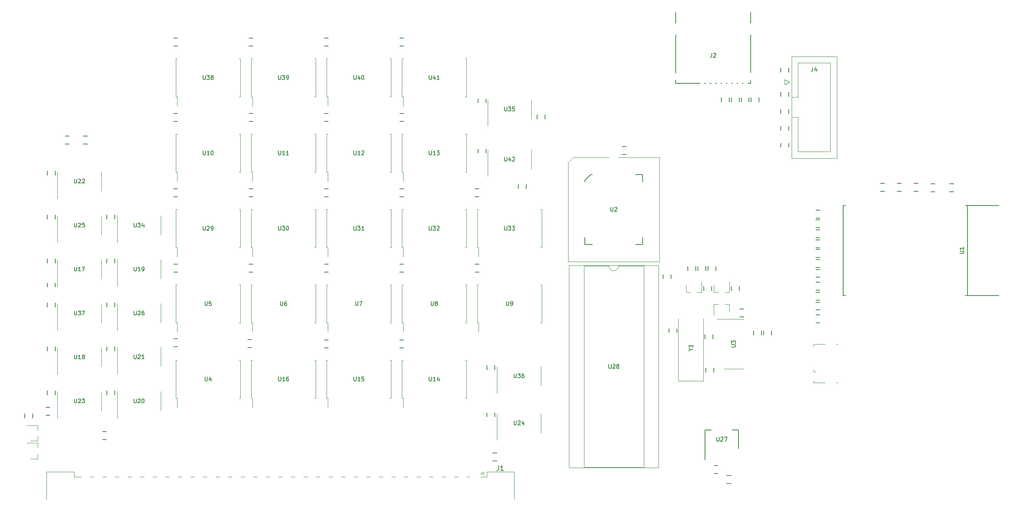
<source format=gto>
G04 #@! TF.GenerationSoftware,KiCad,Pcbnew,(5.1.10-1-10_14)*
G04 #@! TF.CreationDate,2022-01-14T08:56:19-05:00*
G04 #@! TF.ProjectId,NuBus-ESP32,4e754275-732d-4455-9350-33322e6b6963,rev?*
G04 #@! TF.SameCoordinates,Original*
G04 #@! TF.FileFunction,Legend,Top*
G04 #@! TF.FilePolarity,Positive*
%FSLAX46Y46*%
G04 Gerber Fmt 4.6, Leading zero omitted, Abs format (unit mm)*
G04 Created by KiCad (PCBNEW (5.1.10-1-10_14)) date 2022-01-14 08:56:19*
%MOMM*%
%LPD*%
G01*
G04 APERTURE LIST*
%ADD10C,0.152400*%
%ADD11C,0.203200*%
%ADD12C,0.120000*%
%ADD13C,0.127000*%
%ADD14C,0.150000*%
%ADD15O,2.600000X1.000000*%
%ADD16O,1.000000X2.600000*%
%ADD17C,0.900000*%
%ADD18C,1.700000*%
%ADD19C,2.850000*%
%ADD20C,1.550000*%
%ADD21C,6.400000*%
%ADD22C,0.800000*%
%ADD23R,2.400000X1.600000*%
%ADD24O,2.400000X1.600000*%
%ADD25C,1.100000*%
%ADD26C,2.000000*%
%ADD27C,1.448000*%
%ADD28O,2.000000X1.170000*%
%ADD29C,1.400000*%
G04 APERTURE END LIST*
D10*
X166178600Y-129578000D02*
X166991400Y-129578000D01*
X166178600Y-127978000D02*
X166991400Y-127978000D01*
D11*
X237008500Y-96095000D02*
X237008500Y-77895000D01*
X237008500Y-96095000D02*
X237508500Y-96095000D01*
X261698500Y-96095000D02*
X268538500Y-96095000D01*
X261698500Y-77895000D02*
X268538500Y-77895000D01*
X237008500Y-77895000D02*
X237508500Y-77895000D01*
X262188500Y-77895000D02*
X262188500Y-96095000D01*
D10*
X224371000Y-62702400D02*
X224371000Y-61889600D01*
X225971000Y-62702400D02*
X225971000Y-61889600D01*
D12*
X225190000Y-53459000D02*
X226190000Y-52959000D01*
X225190000Y-52459000D02*
X225190000Y-53459000D01*
X226190000Y-52959000D02*
X225190000Y-52459000D01*
X227890000Y-60089000D02*
X226580000Y-60089000D01*
X227890000Y-60089000D02*
X227890000Y-60089000D01*
X227890000Y-67029000D02*
X227890000Y-60089000D01*
X234390000Y-67029000D02*
X227890000Y-67029000D01*
X234390000Y-49049000D02*
X234390000Y-67029000D01*
X227890000Y-49049000D02*
X234390000Y-49049000D01*
X227890000Y-55989000D02*
X227890000Y-49049000D01*
X226580000Y-55989000D02*
X227890000Y-55989000D01*
X226580000Y-68329000D02*
X226580000Y-47749000D01*
X235700000Y-68329000D02*
X226580000Y-68329000D01*
X235700000Y-47749000D02*
X235700000Y-68329000D01*
X226580000Y-47749000D02*
X235700000Y-47749000D01*
D10*
X231493600Y-80850000D02*
X232306400Y-80850000D01*
X231493600Y-82450000D02*
X232306400Y-82450000D01*
X232306400Y-101650000D02*
X231493600Y-101650000D01*
X232306400Y-100050000D02*
X231493600Y-100050000D01*
X232306400Y-97050000D02*
X231493600Y-97050000D01*
X232306400Y-95450000D02*
X231493600Y-95450000D01*
X232306400Y-97450000D02*
X231493600Y-97450000D01*
X232306400Y-99050000D02*
X231493600Y-99050000D01*
D12*
X189627000Y-68230000D02*
X182387000Y-68230000D01*
X182387000Y-68230000D02*
X181387000Y-69230000D01*
X181387000Y-69230000D02*
X181387000Y-89250000D01*
X181387000Y-89250000D02*
X199867000Y-89250000D01*
X199867000Y-89250000D02*
X199867000Y-68230000D01*
X199867000Y-68230000D02*
X191627000Y-68230000D01*
D10*
X184802000Y-72817218D02*
X184802000Y-73100000D01*
X185974218Y-71645000D02*
X184802000Y-72817218D01*
X186257000Y-71645000D02*
X185974218Y-71645000D01*
X196452000Y-85835000D02*
X196452000Y-84380000D01*
X194997000Y-85835000D02*
X196452000Y-85835000D01*
X184802000Y-85835000D02*
X184802000Y-84380000D01*
X186257000Y-85835000D02*
X184802000Y-85835000D01*
X196452000Y-71645000D02*
X196452000Y-73100000D01*
X194997000Y-71645000D02*
X196452000Y-71645000D01*
X203365000Y-102805600D02*
X203365000Y-103618400D01*
X201765000Y-102805600D02*
X201765000Y-103618400D01*
X216916900Y-100431500D02*
X216104100Y-100431500D01*
X216916900Y-98831500D02*
X216104100Y-98831500D01*
D12*
X214884000Y-100858000D02*
X211434000Y-100858000D01*
X214884000Y-100858000D02*
X216834000Y-100858000D01*
X214884000Y-110978000D02*
X212934000Y-110978000D01*
X214884000Y-110978000D02*
X216834000Y-110978000D01*
D10*
X76035000Y-70928600D02*
X76035000Y-71741400D01*
X77635000Y-70928600D02*
X77635000Y-71741400D01*
D12*
X170450000Y-137380000D02*
X170450000Y-131820000D01*
X170450000Y-131820000D02*
X164930000Y-131820000D01*
X164930000Y-131820000D02*
X164930000Y-132820000D01*
X75930000Y-137380000D02*
X75930000Y-131820000D01*
X75930000Y-131820000D02*
X81450000Y-131820000D01*
X81450000Y-131820000D02*
X81450000Y-132820000D01*
X164931000Y-132820000D02*
X163655000Y-132820000D01*
X161465000Y-132820000D02*
X160889000Y-132820000D01*
X159150000Y-132820000D02*
X158349000Y-132820000D01*
X156610000Y-132820000D02*
X155809000Y-132820000D01*
X154070000Y-132820000D02*
X153269000Y-132820000D01*
X151530000Y-132820000D02*
X150729000Y-132820000D01*
X148990000Y-132820000D02*
X148189000Y-132820000D01*
X146450000Y-132820000D02*
X145649000Y-132820000D01*
X143910000Y-132820000D02*
X143109000Y-132820000D01*
X141370000Y-132820000D02*
X140569000Y-132820000D01*
X138830000Y-132820000D02*
X138029000Y-132820000D01*
X136290000Y-132820000D02*
X135489000Y-132820000D01*
X133750000Y-132820000D02*
X132949000Y-132820000D01*
X131210000Y-132820000D02*
X130409000Y-132820000D01*
X128670000Y-132820000D02*
X127869000Y-132820000D01*
X126130000Y-132820000D02*
X125329000Y-132820000D01*
X123590000Y-132820000D02*
X122789000Y-132820000D01*
X121050000Y-132820000D02*
X120249000Y-132820000D01*
X118510000Y-132820000D02*
X117709000Y-132820000D01*
X115970000Y-132820000D02*
X115169000Y-132820000D01*
X113430000Y-132820000D02*
X112629000Y-132820000D01*
X110890000Y-132820000D02*
X110089000Y-132820000D01*
X108350000Y-132820000D02*
X107549000Y-132820000D01*
X105810000Y-132820000D02*
X105009000Y-132820000D01*
X103270000Y-132820000D02*
X102469000Y-132820000D01*
X100730000Y-132820000D02*
X99929000Y-132820000D01*
X98190000Y-132820000D02*
X97389000Y-132820000D01*
X95650000Y-132820000D02*
X94849000Y-132820000D01*
X93110000Y-132820000D02*
X92309000Y-132820000D01*
X90570000Y-132820000D02*
X89769000Y-132820000D01*
X88030000Y-132820000D02*
X87229000Y-132820000D01*
X85490000Y-132820000D02*
X84689000Y-132820000D01*
X82950000Y-132820000D02*
X81450000Y-132820000D01*
X163655000Y-132080000D02*
X164255000Y-132380000D01*
X164255000Y-132380000D02*
X164255000Y-131780000D01*
X164255000Y-131780000D02*
X163655000Y-132080000D01*
X167025000Y-112395000D02*
X167025000Y-115845000D01*
X167025000Y-112395000D02*
X167025000Y-110445000D01*
X175875000Y-112395000D02*
X175875000Y-114345000D01*
X175875000Y-112395000D02*
X175875000Y-110445000D01*
D10*
X214306400Y-132550000D02*
X213493600Y-132550000D01*
X214306400Y-134150000D02*
X213493600Y-134150000D01*
X211706400Y-132150000D02*
X210893600Y-132150000D01*
X211706400Y-130550000D02*
X210893600Y-130550000D01*
D12*
X130335000Y-113030000D02*
X130335000Y-109170000D01*
X130335000Y-109170000D02*
X130100000Y-109170000D01*
X130335000Y-113030000D02*
X130335000Y-116890000D01*
X130335000Y-116890000D02*
X130100000Y-116890000D01*
X117315000Y-113030000D02*
X117315000Y-109170000D01*
X117315000Y-109170000D02*
X117550000Y-109170000D01*
X117315000Y-113030000D02*
X117315000Y-116890000D01*
X117315000Y-116890000D02*
X117550000Y-116890000D01*
X117550000Y-116890000D02*
X117550000Y-118705000D01*
D10*
X254761100Y-73495000D02*
X255573900Y-73495000D01*
X254761100Y-75095000D02*
X255573900Y-75095000D01*
X259334900Y-73495000D02*
X258522100Y-73495000D01*
X259334900Y-75095000D02*
X258522100Y-75095000D01*
D12*
X86975000Y-99695000D02*
X86975000Y-97745000D01*
X86975000Y-99695000D02*
X86975000Y-101645000D01*
X78125000Y-99695000D02*
X78125000Y-97745000D01*
X78125000Y-99695000D02*
X78125000Y-103145000D01*
X148030000Y-116890000D02*
X148030000Y-118705000D01*
X147795000Y-116890000D02*
X148030000Y-116890000D01*
X147795000Y-113030000D02*
X147795000Y-116890000D01*
X147795000Y-109170000D02*
X148030000Y-109170000D01*
X147795000Y-113030000D02*
X147795000Y-109170000D01*
X160815000Y-116890000D02*
X160580000Y-116890000D01*
X160815000Y-113030000D02*
X160815000Y-116890000D01*
X160815000Y-109170000D02*
X160580000Y-109170000D01*
X160815000Y-113030000D02*
X160815000Y-109170000D01*
X199687000Y-90050000D02*
X181567000Y-90050000D01*
X199687000Y-130930000D02*
X199687000Y-90050000D01*
X181567000Y-130930000D02*
X199687000Y-130930000D01*
X181567000Y-90050000D02*
X181567000Y-130930000D01*
X196687000Y-90110000D02*
X191627000Y-90110000D01*
X196687000Y-130870000D02*
X196687000Y-90110000D01*
X184567000Y-130870000D02*
X196687000Y-130870000D01*
X184567000Y-90110000D02*
X184567000Y-130870000D01*
X189627000Y-90110000D02*
X184567000Y-90110000D01*
X191627000Y-90110000D02*
G75*
G02*
X189627000Y-90110000I-1000000J0D01*
G01*
D10*
X166535000Y-110298600D02*
X166535000Y-111111400D01*
X164935000Y-110298600D02*
X164935000Y-111111400D01*
X164935000Y-119823600D02*
X164935000Y-120636400D01*
X166535000Y-119823600D02*
X166535000Y-120636400D01*
X88036400Y-125260000D02*
X87223600Y-125260000D01*
X88036400Y-123660000D02*
X87223600Y-123660000D01*
X192340600Y-66002000D02*
X193153400Y-66002000D01*
X192340600Y-67602000D02*
X193153400Y-67602000D01*
X163157000Y-56323600D02*
X163157000Y-57136400D01*
X164757000Y-56323600D02*
X164757000Y-57136400D01*
X164757000Y-66483600D02*
X164757000Y-67296400D01*
X163157000Y-66483600D02*
X163157000Y-67296400D01*
D12*
X173970000Y-58420000D02*
X173970000Y-56470000D01*
X173970000Y-58420000D02*
X173970000Y-60370000D01*
X165120000Y-58420000D02*
X165120000Y-56470000D01*
X165120000Y-58420000D02*
X165120000Y-61870000D01*
X173970000Y-68580000D02*
X173970000Y-66630000D01*
X173970000Y-68580000D02*
X173970000Y-70530000D01*
X165120000Y-68580000D02*
X165120000Y-66630000D01*
X165120000Y-68580000D02*
X165120000Y-72030000D01*
X203666000Y-100769000D02*
X203666000Y-113369000D01*
X203666000Y-113369000D02*
X208766000Y-113369000D01*
X208766000Y-113369000D02*
X208766000Y-100769000D01*
D10*
X210667500Y-104839400D02*
X210667500Y-104026600D01*
X209067500Y-104839400D02*
X209067500Y-104026600D01*
D12*
X145575000Y-67310000D02*
X145575000Y-63450000D01*
X145575000Y-63450000D02*
X145340000Y-63450000D01*
X145575000Y-67310000D02*
X145575000Y-71170000D01*
X145575000Y-71170000D02*
X145340000Y-71170000D01*
X132555000Y-67310000D02*
X132555000Y-63450000D01*
X132555000Y-63450000D02*
X132790000Y-63450000D01*
X132555000Y-67310000D02*
X132555000Y-71170000D01*
X132555000Y-71170000D02*
X132790000Y-71170000D01*
X132790000Y-71170000D02*
X132790000Y-72985000D01*
X78125000Y-117475000D02*
X78125000Y-120925000D01*
X78125000Y-117475000D02*
X78125000Y-115525000D01*
X86975000Y-117475000D02*
X86975000Y-119425000D01*
X86975000Y-117475000D02*
X86975000Y-115525000D01*
D10*
X148146400Y-59271000D02*
X147333600Y-59271000D01*
X148146400Y-60871000D02*
X147333600Y-60871000D01*
X132906400Y-60871000D02*
X132093600Y-60871000D01*
X132906400Y-59271000D02*
X132093600Y-59271000D01*
X148146400Y-45631000D02*
X147333600Y-45631000D01*
X148146400Y-44031000D02*
X147333600Y-44031000D01*
X132906400Y-44031000D02*
X132093600Y-44031000D01*
X132906400Y-45631000D02*
X132093600Y-45631000D01*
X117666400Y-44031000D02*
X116853600Y-44031000D01*
X117666400Y-45631000D02*
X116853600Y-45631000D01*
X102426400Y-45631000D02*
X101613600Y-45631000D01*
X102426400Y-44031000D02*
X101613600Y-44031000D01*
X117666400Y-60871000D02*
X116853600Y-60871000D01*
X117666400Y-59271000D02*
X116853600Y-59271000D01*
X102426400Y-59271000D02*
X101613600Y-59271000D01*
X102426400Y-60871000D02*
X101613600Y-60871000D01*
X132906400Y-74511000D02*
X132093600Y-74511000D01*
X132906400Y-76111000D02*
X132093600Y-76111000D01*
X148146400Y-76111000D02*
X147333600Y-76111000D01*
X148146400Y-74511000D02*
X147333600Y-74511000D01*
X117666400Y-74511000D02*
X116853600Y-74511000D01*
X117666400Y-76111000D02*
X116853600Y-76111000D01*
D12*
X90190000Y-81915000D02*
X90190000Y-85365000D01*
X90190000Y-81915000D02*
X90190000Y-79965000D01*
X99040000Y-81915000D02*
X99040000Y-83865000D01*
X99040000Y-81915000D02*
X99040000Y-79965000D01*
D10*
X89700000Y-88708600D02*
X89700000Y-89521400D01*
X88100000Y-88708600D02*
X88100000Y-89521400D01*
X88100000Y-79818600D02*
X88100000Y-80631400D01*
X89700000Y-79818600D02*
X89700000Y-80631400D01*
X89700000Y-115378600D02*
X89700000Y-116191400D01*
X88100000Y-115378600D02*
X88100000Y-116191400D01*
X88100000Y-106488600D02*
X88100000Y-107301400D01*
X89700000Y-106488600D02*
X89700000Y-107301400D01*
X77635000Y-106488600D02*
X77635000Y-107301400D01*
X76035000Y-106488600D02*
X76035000Y-107301400D01*
X76035000Y-79818600D02*
X76035000Y-80631400D01*
X77635000Y-79818600D02*
X77635000Y-80631400D01*
X77635000Y-88708600D02*
X77635000Y-89521400D01*
X76035000Y-88708600D02*
X76035000Y-89521400D01*
X76035000Y-97598600D02*
X76035000Y-98411400D01*
X77635000Y-97598600D02*
X77635000Y-98411400D01*
X89700000Y-97598600D02*
X89700000Y-98411400D01*
X88100000Y-97598600D02*
X88100000Y-98411400D01*
D12*
X78125000Y-90805000D02*
X78125000Y-94255000D01*
X78125000Y-90805000D02*
X78125000Y-88855000D01*
X86975000Y-90805000D02*
X86975000Y-92755000D01*
X86975000Y-90805000D02*
X86975000Y-88855000D01*
X86975000Y-81915000D02*
X86975000Y-79965000D01*
X86975000Y-81915000D02*
X86975000Y-83865000D01*
X78125000Y-81915000D02*
X78125000Y-79965000D01*
X78125000Y-81915000D02*
X78125000Y-85365000D01*
X99040000Y-99695000D02*
X99040000Y-97745000D01*
X99040000Y-99695000D02*
X99040000Y-101645000D01*
X90190000Y-99695000D02*
X90190000Y-97745000D01*
X90190000Y-99695000D02*
X90190000Y-103145000D01*
D10*
X76035000Y-115378600D02*
X76035000Y-116191400D01*
X77635000Y-115378600D02*
X77635000Y-116191400D01*
X148146400Y-106718000D02*
X147333600Y-106718000D01*
X148146400Y-105118000D02*
X147333600Y-105118000D01*
X102426400Y-76111000D02*
X101613600Y-76111000D01*
X102426400Y-74511000D02*
X101613600Y-74511000D01*
D12*
X102310000Y-101650000D02*
X102310000Y-103465000D01*
X102075000Y-101650000D02*
X102310000Y-101650000D01*
X102075000Y-97790000D02*
X102075000Y-101650000D01*
X102075000Y-93930000D02*
X102310000Y-93930000D01*
X102075000Y-97790000D02*
X102075000Y-93930000D01*
X115095000Y-101650000D02*
X114860000Y-101650000D01*
X115095000Y-97790000D02*
X115095000Y-101650000D01*
X115095000Y-93930000D02*
X114860000Y-93930000D01*
X115095000Y-97790000D02*
X115095000Y-93930000D01*
X132790000Y-86410000D02*
X132790000Y-88225000D01*
X132555000Y-86410000D02*
X132790000Y-86410000D01*
X132555000Y-82550000D02*
X132555000Y-86410000D01*
X132555000Y-78690000D02*
X132790000Y-78690000D01*
X132555000Y-82550000D02*
X132555000Y-78690000D01*
X145575000Y-86410000D02*
X145340000Y-86410000D01*
X145575000Y-82550000D02*
X145575000Y-86410000D01*
X145575000Y-78690000D02*
X145340000Y-78690000D01*
X145575000Y-82550000D02*
X145575000Y-78690000D01*
X130335000Y-82550000D02*
X130335000Y-78690000D01*
X130335000Y-78690000D02*
X130100000Y-78690000D01*
X130335000Y-82550000D02*
X130335000Y-86410000D01*
X130335000Y-86410000D02*
X130100000Y-86410000D01*
X117315000Y-82550000D02*
X117315000Y-78690000D01*
X117315000Y-78690000D02*
X117550000Y-78690000D01*
X117315000Y-82550000D02*
X117315000Y-86410000D01*
X117315000Y-86410000D02*
X117550000Y-86410000D01*
X117550000Y-86410000D02*
X117550000Y-88225000D01*
X102310000Y-86410000D02*
X102310000Y-88225000D01*
X102075000Y-86410000D02*
X102310000Y-86410000D01*
X102075000Y-82550000D02*
X102075000Y-86410000D01*
X102075000Y-78690000D02*
X102310000Y-78690000D01*
X102075000Y-82550000D02*
X102075000Y-78690000D01*
X115095000Y-86410000D02*
X114860000Y-86410000D01*
X115095000Y-82550000D02*
X115095000Y-86410000D01*
X115095000Y-78690000D02*
X114860000Y-78690000D01*
X115095000Y-82550000D02*
X115095000Y-78690000D01*
X176055000Y-82550000D02*
X176055000Y-78690000D01*
X176055000Y-78690000D02*
X175820000Y-78690000D01*
X176055000Y-82550000D02*
X176055000Y-86410000D01*
X176055000Y-86410000D02*
X175820000Y-86410000D01*
X163035000Y-82550000D02*
X163035000Y-78690000D01*
X163035000Y-78690000D02*
X163270000Y-78690000D01*
X163035000Y-82550000D02*
X163035000Y-86410000D01*
X163035000Y-86410000D02*
X163270000Y-86410000D01*
X163270000Y-86410000D02*
X163270000Y-88225000D01*
D10*
X163386400Y-74511000D02*
X162573600Y-74511000D01*
X163386400Y-76111000D02*
X162573600Y-76111000D01*
X163386400Y-91351000D02*
X162573600Y-91351000D01*
X163386400Y-89751000D02*
X162573600Y-89751000D01*
X132906400Y-105118000D02*
X132093600Y-105118000D01*
X132906400Y-106718000D02*
X132093600Y-106718000D01*
X148146400Y-89751000D02*
X147333600Y-89751000D01*
X148146400Y-91351000D02*
X147333600Y-91351000D01*
X132906400Y-91351000D02*
X132093600Y-91351000D01*
X132906400Y-89751000D02*
X132093600Y-89751000D01*
X117666400Y-91351000D02*
X116853600Y-91351000D01*
X117666400Y-89751000D02*
X116853600Y-89751000D01*
X102426400Y-89751000D02*
X101613600Y-89751000D01*
X102426400Y-91351000D02*
X101613600Y-91351000D01*
X102426400Y-106464000D02*
X101613600Y-106464000D01*
X102426400Y-104864000D02*
X101613600Y-104864000D01*
D12*
X99040000Y-117475000D02*
X99040000Y-115525000D01*
X99040000Y-117475000D02*
X99040000Y-119425000D01*
X90190000Y-117475000D02*
X90190000Y-115525000D01*
X90190000Y-117475000D02*
X90190000Y-120925000D01*
D10*
X117412400Y-104991000D02*
X116599600Y-104991000D01*
X117412400Y-106591000D02*
X116599600Y-106591000D01*
D12*
X115095000Y-113030000D02*
X115095000Y-109170000D01*
X115095000Y-109170000D02*
X114860000Y-109170000D01*
X115095000Y-113030000D02*
X115095000Y-116890000D01*
X115095000Y-116890000D02*
X114860000Y-116890000D01*
X102075000Y-113030000D02*
X102075000Y-109170000D01*
X102075000Y-109170000D02*
X102310000Y-109170000D01*
X102075000Y-113030000D02*
X102075000Y-116890000D01*
X102075000Y-116890000D02*
X102310000Y-116890000D01*
X102310000Y-116890000D02*
X102310000Y-118705000D01*
X130335000Y-97790000D02*
X130335000Y-93930000D01*
X130335000Y-93930000D02*
X130100000Y-93930000D01*
X130335000Y-97790000D02*
X130335000Y-101650000D01*
X130335000Y-101650000D02*
X130100000Y-101650000D01*
X117315000Y-97790000D02*
X117315000Y-93930000D01*
X117315000Y-93930000D02*
X117550000Y-93930000D01*
X117315000Y-97790000D02*
X117315000Y-101650000D01*
X117315000Y-101650000D02*
X117550000Y-101650000D01*
X117550000Y-101650000D02*
X117550000Y-103465000D01*
X132790000Y-101650000D02*
X132790000Y-103465000D01*
X132555000Y-101650000D02*
X132790000Y-101650000D01*
X132555000Y-97790000D02*
X132555000Y-101650000D01*
X132555000Y-93930000D02*
X132790000Y-93930000D01*
X132555000Y-97790000D02*
X132555000Y-93930000D01*
X145575000Y-101650000D02*
X145340000Y-101650000D01*
X145575000Y-97790000D02*
X145575000Y-101650000D01*
X145575000Y-93930000D02*
X145340000Y-93930000D01*
X145575000Y-97790000D02*
X145575000Y-93930000D01*
X160815000Y-97790000D02*
X160815000Y-93930000D01*
X160815000Y-93930000D02*
X160580000Y-93930000D01*
X160815000Y-97790000D02*
X160815000Y-101650000D01*
X160815000Y-101650000D02*
X160580000Y-101650000D01*
X147795000Y-97790000D02*
X147795000Y-93930000D01*
X147795000Y-93930000D02*
X148030000Y-93930000D01*
X147795000Y-97790000D02*
X147795000Y-101650000D01*
X147795000Y-101650000D02*
X148030000Y-101650000D01*
X148030000Y-101650000D02*
X148030000Y-103465000D01*
X163270000Y-101650000D02*
X163270000Y-103465000D01*
X163035000Y-101650000D02*
X163270000Y-101650000D01*
X163035000Y-97790000D02*
X163035000Y-101650000D01*
X163035000Y-93930000D02*
X163270000Y-93930000D01*
X163035000Y-97790000D02*
X163035000Y-93930000D01*
X176055000Y-101650000D02*
X175820000Y-101650000D01*
X176055000Y-97790000D02*
X176055000Y-101650000D01*
X176055000Y-93930000D02*
X175820000Y-93930000D01*
X176055000Y-97790000D02*
X176055000Y-93930000D01*
X132790000Y-116890000D02*
X132790000Y-118705000D01*
X132555000Y-116890000D02*
X132790000Y-116890000D01*
X132555000Y-113030000D02*
X132555000Y-116890000D01*
X132555000Y-109170000D02*
X132790000Y-109170000D01*
X132555000Y-113030000D02*
X132555000Y-109170000D01*
X145575000Y-116890000D02*
X145340000Y-116890000D01*
X145575000Y-113030000D02*
X145575000Y-116890000D01*
X145575000Y-109170000D02*
X145340000Y-109170000D01*
X145575000Y-113030000D02*
X145575000Y-109170000D01*
X99040000Y-108520000D02*
X99040000Y-106570000D01*
X99040000Y-108520000D02*
X99040000Y-110470000D01*
X90190000Y-108520000D02*
X90190000Y-106570000D01*
X90190000Y-108520000D02*
X90190000Y-111970000D01*
X167025000Y-121920000D02*
X167025000Y-125370000D01*
X167025000Y-121920000D02*
X167025000Y-119970000D01*
X175875000Y-121920000D02*
X175875000Y-123870000D01*
X175875000Y-121920000D02*
X175875000Y-119970000D01*
X160815000Y-82550000D02*
X160815000Y-78690000D01*
X160815000Y-78690000D02*
X160580000Y-78690000D01*
X160815000Y-82550000D02*
X160815000Y-86410000D01*
X160815000Y-86410000D02*
X160580000Y-86410000D01*
X147795000Y-82550000D02*
X147795000Y-78690000D01*
X147795000Y-78690000D02*
X148030000Y-78690000D01*
X147795000Y-82550000D02*
X147795000Y-86410000D01*
X147795000Y-86410000D02*
X148030000Y-86410000D01*
X148030000Y-86410000D02*
X148030000Y-88225000D01*
D10*
X210858000Y-110806600D02*
X210858000Y-111619400D01*
X209258000Y-110806600D02*
X209258000Y-111619400D01*
D13*
X203150000Y-53250000D02*
X203150000Y-38850000D01*
X218300000Y-53250000D02*
X203150000Y-53250000D01*
X218300000Y-53250000D02*
X218300000Y-38850000D01*
D12*
X210834000Y-95460000D02*
X211764000Y-95460000D01*
X213994000Y-95460000D02*
X213064000Y-95460000D01*
X213994000Y-95460000D02*
X213994000Y-93300000D01*
X210834000Y-95460000D02*
X210834000Y-94000000D01*
X205234000Y-95460000D02*
X205234000Y-94000000D01*
X208394000Y-95460000D02*
X208394000Y-93300000D01*
X208394000Y-95460000D02*
X207464000Y-95460000D01*
X205234000Y-95460000D02*
X206164000Y-95460000D01*
X213994000Y-97940000D02*
X213994000Y-99400000D01*
X210834000Y-97940000D02*
X210834000Y-100100000D01*
X210834000Y-97940000D02*
X211764000Y-97940000D01*
X213994000Y-97940000D02*
X213064000Y-97940000D01*
X74110000Y-125530000D02*
X74110000Y-124600000D01*
X74110000Y-122370000D02*
X74110000Y-123300000D01*
X74110000Y-122370000D02*
X71950000Y-122370000D01*
X74110000Y-125530000D02*
X72650000Y-125530000D01*
X74110000Y-129130000D02*
X72650000Y-129130000D01*
X74110000Y-125970000D02*
X71950000Y-125970000D01*
X74110000Y-125970000D02*
X74110000Y-126900000D01*
X74110000Y-129130000D02*
X74110000Y-128200000D01*
D10*
X171285000Y-74447400D02*
X171285000Y-73634600D01*
X172885000Y-74447400D02*
X172885000Y-73634600D01*
X176695000Y-59598600D02*
X176695000Y-60411400D01*
X175095000Y-59598600D02*
X175095000Y-60411400D01*
X80477400Y-65443000D02*
X79664600Y-65443000D01*
X80477400Y-63843000D02*
X79664600Y-63843000D01*
X83352600Y-65443000D02*
X84165400Y-65443000D01*
X83352600Y-63843000D02*
X84165400Y-63843000D01*
D12*
X78125000Y-108585000D02*
X78125000Y-112035000D01*
X78125000Y-108585000D02*
X78125000Y-106635000D01*
X86975000Y-108585000D02*
X86975000Y-110535000D01*
X86975000Y-108585000D02*
X86975000Y-106635000D01*
X90190000Y-90805000D02*
X90190000Y-94255000D01*
X90190000Y-90805000D02*
X90190000Y-88855000D01*
X99040000Y-90805000D02*
X99040000Y-92755000D01*
X99040000Y-90805000D02*
X99040000Y-88855000D01*
X86975000Y-73025000D02*
X86975000Y-71075000D01*
X86975000Y-73025000D02*
X86975000Y-74975000D01*
X78125000Y-73025000D02*
X78125000Y-71075000D01*
X78125000Y-73025000D02*
X78125000Y-76475000D01*
D10*
X76606400Y-120307000D02*
X75793600Y-120307000D01*
X76606400Y-118707000D02*
X75793600Y-118707000D01*
X76035000Y-94386400D02*
X76035000Y-93573600D01*
X77635000Y-94386400D02*
X77635000Y-93573600D01*
D12*
X115095000Y-67310000D02*
X115095000Y-63450000D01*
X115095000Y-63450000D02*
X114860000Y-63450000D01*
X115095000Y-67310000D02*
X115095000Y-71170000D01*
X115095000Y-71170000D02*
X114860000Y-71170000D01*
X102075000Y-67310000D02*
X102075000Y-63450000D01*
X102075000Y-63450000D02*
X102310000Y-63450000D01*
X102075000Y-67310000D02*
X102075000Y-71170000D01*
X102075000Y-71170000D02*
X102310000Y-71170000D01*
X102310000Y-71170000D02*
X102310000Y-72985000D01*
X117550000Y-71170000D02*
X117550000Y-72985000D01*
X117315000Y-71170000D02*
X117550000Y-71170000D01*
X117315000Y-67310000D02*
X117315000Y-71170000D01*
X117315000Y-63450000D02*
X117550000Y-63450000D01*
X117315000Y-67310000D02*
X117315000Y-63450000D01*
X130335000Y-71170000D02*
X130100000Y-71170000D01*
X130335000Y-67310000D02*
X130335000Y-71170000D01*
X130335000Y-63450000D02*
X130100000Y-63450000D01*
X130335000Y-67310000D02*
X130335000Y-63450000D01*
X148030000Y-71170000D02*
X148030000Y-72985000D01*
X147795000Y-71170000D02*
X148030000Y-71170000D01*
X147795000Y-67310000D02*
X147795000Y-71170000D01*
X147795000Y-63450000D02*
X148030000Y-63450000D01*
X147795000Y-67310000D02*
X147795000Y-63450000D01*
X160815000Y-71170000D02*
X160580000Y-71170000D01*
X160815000Y-67310000D02*
X160815000Y-71170000D01*
X160815000Y-63450000D02*
X160580000Y-63450000D01*
X160815000Y-67310000D02*
X160815000Y-63450000D01*
X115095000Y-52070000D02*
X115095000Y-48210000D01*
X115095000Y-48210000D02*
X114860000Y-48210000D01*
X115095000Y-52070000D02*
X115095000Y-55930000D01*
X115095000Y-55930000D02*
X114860000Y-55930000D01*
X102075000Y-52070000D02*
X102075000Y-48210000D01*
X102075000Y-48210000D02*
X102310000Y-48210000D01*
X102075000Y-52070000D02*
X102075000Y-55930000D01*
X102075000Y-55930000D02*
X102310000Y-55930000D01*
X102310000Y-55930000D02*
X102310000Y-57745000D01*
X130335000Y-52070000D02*
X130335000Y-48210000D01*
X130335000Y-48210000D02*
X130100000Y-48210000D01*
X130335000Y-52070000D02*
X130335000Y-55930000D01*
X130335000Y-55930000D02*
X130100000Y-55930000D01*
X117315000Y-52070000D02*
X117315000Y-48210000D01*
X117315000Y-48210000D02*
X117550000Y-48210000D01*
X117315000Y-52070000D02*
X117315000Y-55930000D01*
X117315000Y-55930000D02*
X117550000Y-55930000D01*
X117550000Y-55930000D02*
X117550000Y-57745000D01*
X132790000Y-55930000D02*
X132790000Y-57745000D01*
X132555000Y-55930000D02*
X132790000Y-55930000D01*
X132555000Y-52070000D02*
X132555000Y-55930000D01*
X132555000Y-48210000D02*
X132790000Y-48210000D01*
X132555000Y-52070000D02*
X132555000Y-48210000D01*
X145575000Y-55930000D02*
X145340000Y-55930000D01*
X145575000Y-52070000D02*
X145575000Y-55930000D01*
X145575000Y-48210000D02*
X145340000Y-48210000D01*
X145575000Y-52070000D02*
X145575000Y-48210000D01*
X148030000Y-55930000D02*
X148030000Y-57745000D01*
X147795000Y-55930000D02*
X148030000Y-55930000D01*
X147795000Y-52070000D02*
X147795000Y-55930000D01*
X147795000Y-48210000D02*
X148030000Y-48210000D01*
X147795000Y-52070000D02*
X147795000Y-48210000D01*
X160815000Y-55930000D02*
X160580000Y-55930000D01*
X160815000Y-52070000D02*
X160815000Y-55930000D01*
X160815000Y-48210000D02*
X160580000Y-48210000D01*
X160815000Y-52070000D02*
X160815000Y-48210000D01*
D10*
X200622000Y-91883600D02*
X200622000Y-92696400D01*
X202222000Y-91883600D02*
X202222000Y-92696400D01*
D12*
X231037500Y-113750000D02*
X231037500Y-113300000D01*
X233400000Y-113750000D02*
X231037500Y-113750000D01*
X236000000Y-105950000D02*
X235637500Y-105950000D01*
X236000000Y-113750000D02*
X235637500Y-113750000D01*
X233400000Y-105950000D02*
X231037500Y-105950000D01*
X231037500Y-105950000D02*
X231037500Y-106400000D01*
X231037500Y-111550000D02*
X231037500Y-111100000D01*
X231037500Y-111550000D02*
X231487500Y-111550000D01*
D10*
X216014000Y-95106400D02*
X216014000Y-94293600D01*
X214414000Y-95106400D02*
X214414000Y-94293600D01*
X208814000Y-95106400D02*
X208814000Y-94293600D01*
X210414000Y-95106400D02*
X210414000Y-94293600D01*
X209040000Y-129300000D02*
X209040000Y-123290000D01*
X215860000Y-127050000D02*
X215860000Y-123290000D01*
X209040000Y-123290000D02*
X210300000Y-123290000D01*
X215860000Y-123290000D02*
X214600000Y-123290000D01*
X232306400Y-78850000D02*
X231493600Y-78850000D01*
X232306400Y-80450000D02*
X231493600Y-80450000D01*
X251351600Y-73475000D02*
X252164400Y-73475000D01*
X251351600Y-75075000D02*
X252164400Y-75075000D01*
X248764400Y-73475000D02*
X247951600Y-73475000D01*
X248764400Y-75075000D02*
X247951600Y-75075000D01*
X245364400Y-73475000D02*
X244551600Y-73475000D01*
X245364400Y-75075000D02*
X244551600Y-75075000D01*
X214400000Y-56906400D02*
X214400000Y-56093600D01*
X216000000Y-56906400D02*
X216000000Y-56093600D01*
X218000000Y-56906400D02*
X218000000Y-56093600D01*
X216400000Y-56906400D02*
X216400000Y-56093600D01*
X214000000Y-56906400D02*
X214000000Y-56093600D01*
X212400000Y-56906400D02*
X212400000Y-56093600D01*
X218400000Y-56906400D02*
X218400000Y-56093600D01*
X220000000Y-56906400D02*
X220000000Y-56093600D01*
X231493600Y-86450000D02*
X232306400Y-86450000D01*
X231493600Y-84850000D02*
X232306400Y-84850000D01*
X225971000Y-55839400D02*
X225971000Y-55026600D01*
X224371000Y-55839400D02*
X224371000Y-55026600D01*
X231493600Y-86850000D02*
X232306400Y-86850000D01*
X231493600Y-88450000D02*
X232306400Y-88450000D01*
X225971000Y-58455600D02*
X225971000Y-59268400D01*
X224371000Y-58455600D02*
X224371000Y-59268400D01*
X224371000Y-50078600D02*
X224371000Y-50891400D01*
X225971000Y-50078600D02*
X225971000Y-50891400D01*
X232306400Y-90450000D02*
X231493600Y-90450000D01*
X232306400Y-88850000D02*
X231493600Y-88850000D01*
X222542000Y-104099400D02*
X222542000Y-103286600D01*
X220942000Y-104099400D02*
X220942000Y-103286600D01*
X220510000Y-103286600D02*
X220510000Y-104099400D01*
X218910000Y-103286600D02*
X218910000Y-104099400D01*
X231493600Y-92450000D02*
X232306400Y-92450000D01*
X231493600Y-90850000D02*
X232306400Y-90850000D01*
X232306400Y-93450000D02*
X231493600Y-93450000D01*
X232306400Y-95050000D02*
X231493600Y-95050000D01*
X224371000Y-66103400D02*
X224371000Y-65290600D01*
X225971000Y-66103400D02*
X225971000Y-65290600D01*
X71500000Y-120856400D02*
X71500000Y-120043600D01*
X73100000Y-120856400D02*
X73100000Y-120043600D01*
X231493600Y-84450000D02*
X232306400Y-84450000D01*
X231493600Y-82850000D02*
X232306400Y-82850000D01*
X209207000Y-91018400D02*
X209207000Y-90205600D01*
X207607000Y-91018400D02*
X207607000Y-90205600D01*
X209639000Y-91018400D02*
X209639000Y-90205600D01*
X211239000Y-91018400D02*
X211239000Y-90205600D01*
X205575000Y-90205600D02*
X205575000Y-91018400D01*
X207175000Y-90205600D02*
X207175000Y-91018400D01*
D11*
X260603395Y-87614276D02*
X261261376Y-87614276D01*
X261338785Y-87575571D01*
X261377490Y-87536866D01*
X261416195Y-87459457D01*
X261416195Y-87304638D01*
X261377490Y-87227228D01*
X261338785Y-87188523D01*
X261261376Y-87149819D01*
X260603395Y-87149819D01*
X261416195Y-86337019D02*
X261416195Y-86801476D01*
X261416195Y-86569247D02*
X260603395Y-86569247D01*
X260719509Y-86646657D01*
X260796919Y-86724066D01*
X260835623Y-86801476D01*
X230869066Y-49973895D02*
X230869066Y-50554466D01*
X230830361Y-50670580D01*
X230752952Y-50747990D01*
X230636838Y-50786695D01*
X230559428Y-50786695D01*
X231604457Y-50244828D02*
X231604457Y-50786695D01*
X231410933Y-49935190D02*
X231217409Y-50515761D01*
X231720571Y-50515761D01*
X190007723Y-78294895D02*
X190007723Y-78952876D01*
X190046428Y-79030285D01*
X190085133Y-79068990D01*
X190162542Y-79107695D01*
X190317361Y-79107695D01*
X190394771Y-79068990D01*
X190433476Y-79030285D01*
X190472180Y-78952876D01*
X190472180Y-78294895D01*
X190820523Y-78372304D02*
X190859228Y-78333600D01*
X190936638Y-78294895D01*
X191130161Y-78294895D01*
X191207571Y-78333600D01*
X191246276Y-78372304D01*
X191284980Y-78449714D01*
X191284980Y-78527123D01*
X191246276Y-78643238D01*
X190781819Y-79107695D01*
X191284980Y-79107695D01*
X214438895Y-106537276D02*
X215096876Y-106537276D01*
X215174285Y-106498571D01*
X215212990Y-106459866D01*
X215251695Y-106382457D01*
X215251695Y-106227638D01*
X215212990Y-106150228D01*
X215174285Y-106111523D01*
X215096876Y-106072819D01*
X214438895Y-106072819D01*
X214438895Y-105763180D02*
X214438895Y-105260019D01*
X214748533Y-105530952D01*
X214748533Y-105414838D01*
X214787238Y-105337428D01*
X214825942Y-105298723D01*
X214903352Y-105260019D01*
X215096876Y-105260019D01*
X215174285Y-105298723D01*
X215212990Y-105337428D01*
X215251695Y-105414838D01*
X215251695Y-105647066D01*
X215212990Y-105724476D01*
X215174285Y-105763180D01*
D14*
X167306666Y-130532380D02*
X167306666Y-131246666D01*
X167259047Y-131389523D01*
X167163809Y-131484761D01*
X167020952Y-131532380D01*
X166925714Y-131532380D01*
X168306666Y-131532380D02*
X167735238Y-131532380D01*
X168020952Y-131532380D02*
X168020952Y-130532380D01*
X167925714Y-130675238D01*
X167830476Y-130770476D01*
X167735238Y-130818095D01*
D11*
X170443676Y-111949895D02*
X170443676Y-112607876D01*
X170482380Y-112685285D01*
X170521085Y-112723990D01*
X170598495Y-112762695D01*
X170753314Y-112762695D01*
X170830723Y-112723990D01*
X170869428Y-112685285D01*
X170908133Y-112607876D01*
X170908133Y-111949895D01*
X171217771Y-111949895D02*
X171720933Y-111949895D01*
X171450000Y-112259533D01*
X171566114Y-112259533D01*
X171643523Y-112298238D01*
X171682228Y-112336942D01*
X171720933Y-112414352D01*
X171720933Y-112607876D01*
X171682228Y-112685285D01*
X171643523Y-112723990D01*
X171566114Y-112762695D01*
X171333885Y-112762695D01*
X171256476Y-112723990D01*
X171217771Y-112685285D01*
X172417619Y-111949895D02*
X172262800Y-111949895D01*
X172185390Y-111988600D01*
X172146685Y-112027304D01*
X172069276Y-112143419D01*
X172030571Y-112298238D01*
X172030571Y-112607876D01*
X172069276Y-112685285D01*
X172107980Y-112723990D01*
X172185390Y-112762695D01*
X172340209Y-112762695D01*
X172417619Y-112723990D01*
X172456323Y-112685285D01*
X172495028Y-112607876D01*
X172495028Y-112414352D01*
X172456323Y-112336942D01*
X172417619Y-112298238D01*
X172340209Y-112259533D01*
X172185390Y-112259533D01*
X172107980Y-112298238D01*
X172069276Y-112336942D01*
X172030571Y-112414352D01*
X122818676Y-112584895D02*
X122818676Y-113242876D01*
X122857380Y-113320285D01*
X122896085Y-113358990D01*
X122973495Y-113397695D01*
X123128314Y-113397695D01*
X123205723Y-113358990D01*
X123244428Y-113320285D01*
X123283133Y-113242876D01*
X123283133Y-112584895D01*
X124095933Y-113397695D02*
X123631476Y-113397695D01*
X123863704Y-113397695D02*
X123863704Y-112584895D01*
X123786295Y-112701009D01*
X123708885Y-112778419D01*
X123631476Y-112817123D01*
X124792619Y-112584895D02*
X124637800Y-112584895D01*
X124560390Y-112623600D01*
X124521685Y-112662304D01*
X124444276Y-112778419D01*
X124405571Y-112933238D01*
X124405571Y-113242876D01*
X124444276Y-113320285D01*
X124482980Y-113358990D01*
X124560390Y-113397695D01*
X124715209Y-113397695D01*
X124792619Y-113358990D01*
X124831323Y-113320285D01*
X124870028Y-113242876D01*
X124870028Y-113049352D01*
X124831323Y-112971942D01*
X124792619Y-112933238D01*
X124715209Y-112894533D01*
X124560390Y-112894533D01*
X124482980Y-112933238D01*
X124444276Y-112971942D01*
X124405571Y-113049352D01*
X81543676Y-99249895D02*
X81543676Y-99907876D01*
X81582380Y-99985285D01*
X81621085Y-100023990D01*
X81698495Y-100062695D01*
X81853314Y-100062695D01*
X81930723Y-100023990D01*
X81969428Y-99985285D01*
X82008133Y-99907876D01*
X82008133Y-99249895D01*
X82317771Y-99249895D02*
X82820933Y-99249895D01*
X82550000Y-99559533D01*
X82666114Y-99559533D01*
X82743523Y-99598238D01*
X82782228Y-99636942D01*
X82820933Y-99714352D01*
X82820933Y-99907876D01*
X82782228Y-99985285D01*
X82743523Y-100023990D01*
X82666114Y-100062695D01*
X82433885Y-100062695D01*
X82356476Y-100023990D01*
X82317771Y-99985285D01*
X83091866Y-99249895D02*
X83633733Y-99249895D01*
X83285390Y-100062695D01*
X153298676Y-112584895D02*
X153298676Y-113242876D01*
X153337380Y-113320285D01*
X153376085Y-113358990D01*
X153453495Y-113397695D01*
X153608314Y-113397695D01*
X153685723Y-113358990D01*
X153724428Y-113320285D01*
X153763133Y-113242876D01*
X153763133Y-112584895D01*
X154575933Y-113397695D02*
X154111476Y-113397695D01*
X154343704Y-113397695D02*
X154343704Y-112584895D01*
X154266295Y-112701009D01*
X154188885Y-112778419D01*
X154111476Y-112817123D01*
X155272619Y-112855828D02*
X155272619Y-113397695D01*
X155079095Y-112546190D02*
X154885571Y-113126761D01*
X155388733Y-113126761D01*
X189620676Y-110044895D02*
X189620676Y-110702876D01*
X189659380Y-110780285D01*
X189698085Y-110818990D01*
X189775495Y-110857695D01*
X189930314Y-110857695D01*
X190007723Y-110818990D01*
X190046428Y-110780285D01*
X190085133Y-110702876D01*
X190085133Y-110044895D01*
X190433476Y-110122304D02*
X190472180Y-110083600D01*
X190549590Y-110044895D01*
X190743114Y-110044895D01*
X190820523Y-110083600D01*
X190859228Y-110122304D01*
X190897933Y-110199714D01*
X190897933Y-110277123D01*
X190859228Y-110393238D01*
X190394771Y-110857695D01*
X190897933Y-110857695D01*
X191362390Y-110393238D02*
X191284980Y-110354533D01*
X191246276Y-110315828D01*
X191207571Y-110238419D01*
X191207571Y-110199714D01*
X191246276Y-110122304D01*
X191284980Y-110083600D01*
X191362390Y-110044895D01*
X191517209Y-110044895D01*
X191594619Y-110083600D01*
X191633323Y-110122304D01*
X191672028Y-110199714D01*
X191672028Y-110238419D01*
X191633323Y-110315828D01*
X191594619Y-110354533D01*
X191517209Y-110393238D01*
X191362390Y-110393238D01*
X191284980Y-110431942D01*
X191246276Y-110470647D01*
X191207571Y-110548057D01*
X191207571Y-110702876D01*
X191246276Y-110780285D01*
X191284980Y-110818990D01*
X191362390Y-110857695D01*
X191517209Y-110857695D01*
X191594619Y-110818990D01*
X191633323Y-110780285D01*
X191672028Y-110702876D01*
X191672028Y-110548057D01*
X191633323Y-110470647D01*
X191594619Y-110431942D01*
X191517209Y-110393238D01*
X168538676Y-57974895D02*
X168538676Y-58632876D01*
X168577380Y-58710285D01*
X168616085Y-58748990D01*
X168693495Y-58787695D01*
X168848314Y-58787695D01*
X168925723Y-58748990D01*
X168964428Y-58710285D01*
X169003133Y-58632876D01*
X169003133Y-57974895D01*
X169312771Y-57974895D02*
X169815933Y-57974895D01*
X169545000Y-58284533D01*
X169661114Y-58284533D01*
X169738523Y-58323238D01*
X169777228Y-58361942D01*
X169815933Y-58439352D01*
X169815933Y-58632876D01*
X169777228Y-58710285D01*
X169738523Y-58748990D01*
X169661114Y-58787695D01*
X169428885Y-58787695D01*
X169351476Y-58748990D01*
X169312771Y-58710285D01*
X170551323Y-57974895D02*
X170164276Y-57974895D01*
X170125571Y-58361942D01*
X170164276Y-58323238D01*
X170241685Y-58284533D01*
X170435209Y-58284533D01*
X170512619Y-58323238D01*
X170551323Y-58361942D01*
X170590028Y-58439352D01*
X170590028Y-58632876D01*
X170551323Y-58710285D01*
X170512619Y-58748990D01*
X170435209Y-58787695D01*
X170241685Y-58787695D01*
X170164276Y-58748990D01*
X170125571Y-58710285D01*
X168538676Y-68134895D02*
X168538676Y-68792876D01*
X168577380Y-68870285D01*
X168616085Y-68908990D01*
X168693495Y-68947695D01*
X168848314Y-68947695D01*
X168925723Y-68908990D01*
X168964428Y-68870285D01*
X169003133Y-68792876D01*
X169003133Y-68134895D01*
X169738523Y-68405828D02*
X169738523Y-68947695D01*
X169545000Y-68096190D02*
X169351476Y-68676761D01*
X169854638Y-68676761D01*
X170125571Y-68212304D02*
X170164276Y-68173600D01*
X170241685Y-68134895D01*
X170435209Y-68134895D01*
X170512619Y-68173600D01*
X170551323Y-68212304D01*
X170590028Y-68289714D01*
X170590028Y-68367123D01*
X170551323Y-68483238D01*
X170086866Y-68947695D01*
X170590028Y-68947695D01*
X206196647Y-107056047D02*
X206583695Y-107056047D01*
X205770895Y-107326980D02*
X206196647Y-107056047D01*
X205770895Y-106785114D01*
X206583695Y-106088428D02*
X206583695Y-106552885D01*
X206583695Y-106320657D02*
X205770895Y-106320657D01*
X205887009Y-106398066D01*
X205964419Y-106475476D01*
X206003123Y-106552885D01*
X138058676Y-66864895D02*
X138058676Y-67522876D01*
X138097380Y-67600285D01*
X138136085Y-67638990D01*
X138213495Y-67677695D01*
X138368314Y-67677695D01*
X138445723Y-67638990D01*
X138484428Y-67600285D01*
X138523133Y-67522876D01*
X138523133Y-66864895D01*
X139335933Y-67677695D02*
X138871476Y-67677695D01*
X139103704Y-67677695D02*
X139103704Y-66864895D01*
X139026295Y-66981009D01*
X138948885Y-67058419D01*
X138871476Y-67097123D01*
X139645571Y-66942304D02*
X139684276Y-66903600D01*
X139761685Y-66864895D01*
X139955209Y-66864895D01*
X140032619Y-66903600D01*
X140071323Y-66942304D01*
X140110028Y-67019714D01*
X140110028Y-67097123D01*
X140071323Y-67213238D01*
X139606866Y-67677695D01*
X140110028Y-67677695D01*
X81543676Y-117029895D02*
X81543676Y-117687876D01*
X81582380Y-117765285D01*
X81621085Y-117803990D01*
X81698495Y-117842695D01*
X81853314Y-117842695D01*
X81930723Y-117803990D01*
X81969428Y-117765285D01*
X82008133Y-117687876D01*
X82008133Y-117029895D01*
X82356476Y-117107304D02*
X82395180Y-117068600D01*
X82472590Y-117029895D01*
X82666114Y-117029895D01*
X82743523Y-117068600D01*
X82782228Y-117107304D01*
X82820933Y-117184714D01*
X82820933Y-117262123D01*
X82782228Y-117378238D01*
X82317771Y-117842695D01*
X82820933Y-117842695D01*
X83091866Y-117029895D02*
X83595028Y-117029895D01*
X83324095Y-117339533D01*
X83440209Y-117339533D01*
X83517619Y-117378238D01*
X83556323Y-117416942D01*
X83595028Y-117494352D01*
X83595028Y-117687876D01*
X83556323Y-117765285D01*
X83517619Y-117803990D01*
X83440209Y-117842695D01*
X83207980Y-117842695D01*
X83130571Y-117803990D01*
X83091866Y-117765285D01*
X93608676Y-81469895D02*
X93608676Y-82127876D01*
X93647380Y-82205285D01*
X93686085Y-82243990D01*
X93763495Y-82282695D01*
X93918314Y-82282695D01*
X93995723Y-82243990D01*
X94034428Y-82205285D01*
X94073133Y-82127876D01*
X94073133Y-81469895D01*
X94382771Y-81469895D02*
X94885933Y-81469895D01*
X94615000Y-81779533D01*
X94731114Y-81779533D01*
X94808523Y-81818238D01*
X94847228Y-81856942D01*
X94885933Y-81934352D01*
X94885933Y-82127876D01*
X94847228Y-82205285D01*
X94808523Y-82243990D01*
X94731114Y-82282695D01*
X94498885Y-82282695D01*
X94421476Y-82243990D01*
X94382771Y-82205285D01*
X95582619Y-81740828D02*
X95582619Y-82282695D01*
X95389095Y-81431190D02*
X95195571Y-82011761D01*
X95698733Y-82011761D01*
X81543676Y-90359895D02*
X81543676Y-91017876D01*
X81582380Y-91095285D01*
X81621085Y-91133990D01*
X81698495Y-91172695D01*
X81853314Y-91172695D01*
X81930723Y-91133990D01*
X81969428Y-91095285D01*
X82008133Y-91017876D01*
X82008133Y-90359895D01*
X82820933Y-91172695D02*
X82356476Y-91172695D01*
X82588704Y-91172695D02*
X82588704Y-90359895D01*
X82511295Y-90476009D01*
X82433885Y-90553419D01*
X82356476Y-90592123D01*
X83091866Y-90359895D02*
X83633733Y-90359895D01*
X83285390Y-91172695D01*
X81543676Y-81469895D02*
X81543676Y-82127876D01*
X81582380Y-82205285D01*
X81621085Y-82243990D01*
X81698495Y-82282695D01*
X81853314Y-82282695D01*
X81930723Y-82243990D01*
X81969428Y-82205285D01*
X82008133Y-82127876D01*
X82008133Y-81469895D01*
X82356476Y-81547304D02*
X82395180Y-81508600D01*
X82472590Y-81469895D01*
X82666114Y-81469895D01*
X82743523Y-81508600D01*
X82782228Y-81547304D01*
X82820933Y-81624714D01*
X82820933Y-81702123D01*
X82782228Y-81818238D01*
X82317771Y-82282695D01*
X82820933Y-82282695D01*
X83556323Y-81469895D02*
X83169276Y-81469895D01*
X83130571Y-81856942D01*
X83169276Y-81818238D01*
X83246685Y-81779533D01*
X83440209Y-81779533D01*
X83517619Y-81818238D01*
X83556323Y-81856942D01*
X83595028Y-81934352D01*
X83595028Y-82127876D01*
X83556323Y-82205285D01*
X83517619Y-82243990D01*
X83440209Y-82282695D01*
X83246685Y-82282695D01*
X83169276Y-82243990D01*
X83130571Y-82205285D01*
X93608676Y-99249895D02*
X93608676Y-99907876D01*
X93647380Y-99985285D01*
X93686085Y-100023990D01*
X93763495Y-100062695D01*
X93918314Y-100062695D01*
X93995723Y-100023990D01*
X94034428Y-99985285D01*
X94073133Y-99907876D01*
X94073133Y-99249895D01*
X94421476Y-99327304D02*
X94460180Y-99288600D01*
X94537590Y-99249895D01*
X94731114Y-99249895D01*
X94808523Y-99288600D01*
X94847228Y-99327304D01*
X94885933Y-99404714D01*
X94885933Y-99482123D01*
X94847228Y-99598238D01*
X94382771Y-100062695D01*
X94885933Y-100062695D01*
X95582619Y-99249895D02*
X95427800Y-99249895D01*
X95350390Y-99288600D01*
X95311685Y-99327304D01*
X95234276Y-99443419D01*
X95195571Y-99598238D01*
X95195571Y-99907876D01*
X95234276Y-99985285D01*
X95272980Y-100023990D01*
X95350390Y-100062695D01*
X95505209Y-100062695D01*
X95582619Y-100023990D01*
X95621323Y-99985285D01*
X95660028Y-99907876D01*
X95660028Y-99714352D01*
X95621323Y-99636942D01*
X95582619Y-99598238D01*
X95505209Y-99559533D01*
X95350390Y-99559533D01*
X95272980Y-99598238D01*
X95234276Y-99636942D01*
X95195571Y-99714352D01*
X107965723Y-97344895D02*
X107965723Y-98002876D01*
X108004428Y-98080285D01*
X108043133Y-98118990D01*
X108120542Y-98157695D01*
X108275361Y-98157695D01*
X108352771Y-98118990D01*
X108391476Y-98080285D01*
X108430180Y-98002876D01*
X108430180Y-97344895D01*
X109204276Y-97344895D02*
X108817228Y-97344895D01*
X108778523Y-97731942D01*
X108817228Y-97693238D01*
X108894638Y-97654533D01*
X109088161Y-97654533D01*
X109165571Y-97693238D01*
X109204276Y-97731942D01*
X109242980Y-97809352D01*
X109242980Y-98002876D01*
X109204276Y-98080285D01*
X109165571Y-98118990D01*
X109088161Y-98157695D01*
X108894638Y-98157695D01*
X108817228Y-98118990D01*
X108778523Y-98080285D01*
X138058676Y-82104895D02*
X138058676Y-82762876D01*
X138097380Y-82840285D01*
X138136085Y-82878990D01*
X138213495Y-82917695D01*
X138368314Y-82917695D01*
X138445723Y-82878990D01*
X138484428Y-82840285D01*
X138523133Y-82762876D01*
X138523133Y-82104895D01*
X138832771Y-82104895D02*
X139335933Y-82104895D01*
X139065000Y-82414533D01*
X139181114Y-82414533D01*
X139258523Y-82453238D01*
X139297228Y-82491942D01*
X139335933Y-82569352D01*
X139335933Y-82762876D01*
X139297228Y-82840285D01*
X139258523Y-82878990D01*
X139181114Y-82917695D01*
X138948885Y-82917695D01*
X138871476Y-82878990D01*
X138832771Y-82840285D01*
X140110028Y-82917695D02*
X139645571Y-82917695D01*
X139877800Y-82917695D02*
X139877800Y-82104895D01*
X139800390Y-82221009D01*
X139722980Y-82298419D01*
X139645571Y-82337123D01*
X122818676Y-82104895D02*
X122818676Y-82762876D01*
X122857380Y-82840285D01*
X122896085Y-82878990D01*
X122973495Y-82917695D01*
X123128314Y-82917695D01*
X123205723Y-82878990D01*
X123244428Y-82840285D01*
X123283133Y-82762876D01*
X123283133Y-82104895D01*
X123592771Y-82104895D02*
X124095933Y-82104895D01*
X123825000Y-82414533D01*
X123941114Y-82414533D01*
X124018523Y-82453238D01*
X124057228Y-82491942D01*
X124095933Y-82569352D01*
X124095933Y-82762876D01*
X124057228Y-82840285D01*
X124018523Y-82878990D01*
X123941114Y-82917695D01*
X123708885Y-82917695D01*
X123631476Y-82878990D01*
X123592771Y-82840285D01*
X124599095Y-82104895D02*
X124676504Y-82104895D01*
X124753914Y-82143600D01*
X124792619Y-82182304D01*
X124831323Y-82259714D01*
X124870028Y-82414533D01*
X124870028Y-82608057D01*
X124831323Y-82762876D01*
X124792619Y-82840285D01*
X124753914Y-82878990D01*
X124676504Y-82917695D01*
X124599095Y-82917695D01*
X124521685Y-82878990D01*
X124482980Y-82840285D01*
X124444276Y-82762876D01*
X124405571Y-82608057D01*
X124405571Y-82414533D01*
X124444276Y-82259714D01*
X124482980Y-82182304D01*
X124521685Y-82143600D01*
X124599095Y-82104895D01*
X107578676Y-82104895D02*
X107578676Y-82762876D01*
X107617380Y-82840285D01*
X107656085Y-82878990D01*
X107733495Y-82917695D01*
X107888314Y-82917695D01*
X107965723Y-82878990D01*
X108004428Y-82840285D01*
X108043133Y-82762876D01*
X108043133Y-82104895D01*
X108391476Y-82182304D02*
X108430180Y-82143600D01*
X108507590Y-82104895D01*
X108701114Y-82104895D01*
X108778523Y-82143600D01*
X108817228Y-82182304D01*
X108855933Y-82259714D01*
X108855933Y-82337123D01*
X108817228Y-82453238D01*
X108352771Y-82917695D01*
X108855933Y-82917695D01*
X109242980Y-82917695D02*
X109397800Y-82917695D01*
X109475209Y-82878990D01*
X109513914Y-82840285D01*
X109591323Y-82724171D01*
X109630028Y-82569352D01*
X109630028Y-82259714D01*
X109591323Y-82182304D01*
X109552619Y-82143600D01*
X109475209Y-82104895D01*
X109320390Y-82104895D01*
X109242980Y-82143600D01*
X109204276Y-82182304D01*
X109165571Y-82259714D01*
X109165571Y-82453238D01*
X109204276Y-82530647D01*
X109242980Y-82569352D01*
X109320390Y-82608057D01*
X109475209Y-82608057D01*
X109552619Y-82569352D01*
X109591323Y-82530647D01*
X109630028Y-82453238D01*
X168538676Y-82104895D02*
X168538676Y-82762876D01*
X168577380Y-82840285D01*
X168616085Y-82878990D01*
X168693495Y-82917695D01*
X168848314Y-82917695D01*
X168925723Y-82878990D01*
X168964428Y-82840285D01*
X169003133Y-82762876D01*
X169003133Y-82104895D01*
X169312771Y-82104895D02*
X169815933Y-82104895D01*
X169545000Y-82414533D01*
X169661114Y-82414533D01*
X169738523Y-82453238D01*
X169777228Y-82491942D01*
X169815933Y-82569352D01*
X169815933Y-82762876D01*
X169777228Y-82840285D01*
X169738523Y-82878990D01*
X169661114Y-82917695D01*
X169428885Y-82917695D01*
X169351476Y-82878990D01*
X169312771Y-82840285D01*
X170086866Y-82104895D02*
X170590028Y-82104895D01*
X170319095Y-82414533D01*
X170435209Y-82414533D01*
X170512619Y-82453238D01*
X170551323Y-82491942D01*
X170590028Y-82569352D01*
X170590028Y-82762876D01*
X170551323Y-82840285D01*
X170512619Y-82878990D01*
X170435209Y-82917695D01*
X170202980Y-82917695D01*
X170125571Y-82878990D01*
X170086866Y-82840285D01*
X93608676Y-117029895D02*
X93608676Y-117687876D01*
X93647380Y-117765285D01*
X93686085Y-117803990D01*
X93763495Y-117842695D01*
X93918314Y-117842695D01*
X93995723Y-117803990D01*
X94034428Y-117765285D01*
X94073133Y-117687876D01*
X94073133Y-117029895D01*
X94421476Y-117107304D02*
X94460180Y-117068600D01*
X94537590Y-117029895D01*
X94731114Y-117029895D01*
X94808523Y-117068600D01*
X94847228Y-117107304D01*
X94885933Y-117184714D01*
X94885933Y-117262123D01*
X94847228Y-117378238D01*
X94382771Y-117842695D01*
X94885933Y-117842695D01*
X95389095Y-117029895D02*
X95466504Y-117029895D01*
X95543914Y-117068600D01*
X95582619Y-117107304D01*
X95621323Y-117184714D01*
X95660028Y-117339533D01*
X95660028Y-117533057D01*
X95621323Y-117687876D01*
X95582619Y-117765285D01*
X95543914Y-117803990D01*
X95466504Y-117842695D01*
X95389095Y-117842695D01*
X95311685Y-117803990D01*
X95272980Y-117765285D01*
X95234276Y-117687876D01*
X95195571Y-117533057D01*
X95195571Y-117339533D01*
X95234276Y-117184714D01*
X95272980Y-117107304D01*
X95311685Y-117068600D01*
X95389095Y-117029895D01*
X107965723Y-112584895D02*
X107965723Y-113242876D01*
X108004428Y-113320285D01*
X108043133Y-113358990D01*
X108120542Y-113397695D01*
X108275361Y-113397695D01*
X108352771Y-113358990D01*
X108391476Y-113320285D01*
X108430180Y-113242876D01*
X108430180Y-112584895D01*
X109165571Y-112855828D02*
X109165571Y-113397695D01*
X108972047Y-112546190D02*
X108778523Y-113126761D01*
X109281685Y-113126761D01*
X123205723Y-97344895D02*
X123205723Y-98002876D01*
X123244428Y-98080285D01*
X123283133Y-98118990D01*
X123360542Y-98157695D01*
X123515361Y-98157695D01*
X123592771Y-98118990D01*
X123631476Y-98080285D01*
X123670180Y-98002876D01*
X123670180Y-97344895D01*
X124405571Y-97344895D02*
X124250752Y-97344895D01*
X124173342Y-97383600D01*
X124134638Y-97422304D01*
X124057228Y-97538419D01*
X124018523Y-97693238D01*
X124018523Y-98002876D01*
X124057228Y-98080285D01*
X124095933Y-98118990D01*
X124173342Y-98157695D01*
X124328161Y-98157695D01*
X124405571Y-98118990D01*
X124444276Y-98080285D01*
X124482980Y-98002876D01*
X124482980Y-97809352D01*
X124444276Y-97731942D01*
X124405571Y-97693238D01*
X124328161Y-97654533D01*
X124173342Y-97654533D01*
X124095933Y-97693238D01*
X124057228Y-97731942D01*
X124018523Y-97809352D01*
X138445723Y-97344895D02*
X138445723Y-98002876D01*
X138484428Y-98080285D01*
X138523133Y-98118990D01*
X138600542Y-98157695D01*
X138755361Y-98157695D01*
X138832771Y-98118990D01*
X138871476Y-98080285D01*
X138910180Y-98002876D01*
X138910180Y-97344895D01*
X139219819Y-97344895D02*
X139761685Y-97344895D01*
X139413342Y-98157695D01*
X153685723Y-97344895D02*
X153685723Y-98002876D01*
X153724428Y-98080285D01*
X153763133Y-98118990D01*
X153840542Y-98157695D01*
X153995361Y-98157695D01*
X154072771Y-98118990D01*
X154111476Y-98080285D01*
X154150180Y-98002876D01*
X154150180Y-97344895D01*
X154653342Y-97693238D02*
X154575933Y-97654533D01*
X154537228Y-97615828D01*
X154498523Y-97538419D01*
X154498523Y-97499714D01*
X154537228Y-97422304D01*
X154575933Y-97383600D01*
X154653342Y-97344895D01*
X154808161Y-97344895D01*
X154885571Y-97383600D01*
X154924276Y-97422304D01*
X154962980Y-97499714D01*
X154962980Y-97538419D01*
X154924276Y-97615828D01*
X154885571Y-97654533D01*
X154808161Y-97693238D01*
X154653342Y-97693238D01*
X154575933Y-97731942D01*
X154537228Y-97770647D01*
X154498523Y-97848057D01*
X154498523Y-98002876D01*
X154537228Y-98080285D01*
X154575933Y-98118990D01*
X154653342Y-98157695D01*
X154808161Y-98157695D01*
X154885571Y-98118990D01*
X154924276Y-98080285D01*
X154962980Y-98002876D01*
X154962980Y-97848057D01*
X154924276Y-97770647D01*
X154885571Y-97731942D01*
X154808161Y-97693238D01*
X168925723Y-97344895D02*
X168925723Y-98002876D01*
X168964428Y-98080285D01*
X169003133Y-98118990D01*
X169080542Y-98157695D01*
X169235361Y-98157695D01*
X169312771Y-98118990D01*
X169351476Y-98080285D01*
X169390180Y-98002876D01*
X169390180Y-97344895D01*
X169815933Y-98157695D02*
X169970752Y-98157695D01*
X170048161Y-98118990D01*
X170086866Y-98080285D01*
X170164276Y-97964171D01*
X170202980Y-97809352D01*
X170202980Y-97499714D01*
X170164276Y-97422304D01*
X170125571Y-97383600D01*
X170048161Y-97344895D01*
X169893342Y-97344895D01*
X169815933Y-97383600D01*
X169777228Y-97422304D01*
X169738523Y-97499714D01*
X169738523Y-97693238D01*
X169777228Y-97770647D01*
X169815933Y-97809352D01*
X169893342Y-97848057D01*
X170048161Y-97848057D01*
X170125571Y-97809352D01*
X170164276Y-97770647D01*
X170202980Y-97693238D01*
X138058676Y-112584895D02*
X138058676Y-113242876D01*
X138097380Y-113320285D01*
X138136085Y-113358990D01*
X138213495Y-113397695D01*
X138368314Y-113397695D01*
X138445723Y-113358990D01*
X138484428Y-113320285D01*
X138523133Y-113242876D01*
X138523133Y-112584895D01*
X139335933Y-113397695D02*
X138871476Y-113397695D01*
X139103704Y-113397695D02*
X139103704Y-112584895D01*
X139026295Y-112701009D01*
X138948885Y-112778419D01*
X138871476Y-112817123D01*
X140071323Y-112584895D02*
X139684276Y-112584895D01*
X139645571Y-112971942D01*
X139684276Y-112933238D01*
X139761685Y-112894533D01*
X139955209Y-112894533D01*
X140032619Y-112933238D01*
X140071323Y-112971942D01*
X140110028Y-113049352D01*
X140110028Y-113242876D01*
X140071323Y-113320285D01*
X140032619Y-113358990D01*
X139955209Y-113397695D01*
X139761685Y-113397695D01*
X139684276Y-113358990D01*
X139645571Y-113320285D01*
X93608676Y-108074895D02*
X93608676Y-108732876D01*
X93647380Y-108810285D01*
X93686085Y-108848990D01*
X93763495Y-108887695D01*
X93918314Y-108887695D01*
X93995723Y-108848990D01*
X94034428Y-108810285D01*
X94073133Y-108732876D01*
X94073133Y-108074895D01*
X94421476Y-108152304D02*
X94460180Y-108113600D01*
X94537590Y-108074895D01*
X94731114Y-108074895D01*
X94808523Y-108113600D01*
X94847228Y-108152304D01*
X94885933Y-108229714D01*
X94885933Y-108307123D01*
X94847228Y-108423238D01*
X94382771Y-108887695D01*
X94885933Y-108887695D01*
X95660028Y-108887695D02*
X95195571Y-108887695D01*
X95427800Y-108887695D02*
X95427800Y-108074895D01*
X95350390Y-108191009D01*
X95272980Y-108268419D01*
X95195571Y-108307123D01*
X170443676Y-121474895D02*
X170443676Y-122132876D01*
X170482380Y-122210285D01*
X170521085Y-122248990D01*
X170598495Y-122287695D01*
X170753314Y-122287695D01*
X170830723Y-122248990D01*
X170869428Y-122210285D01*
X170908133Y-122132876D01*
X170908133Y-121474895D01*
X171256476Y-121552304D02*
X171295180Y-121513600D01*
X171372590Y-121474895D01*
X171566114Y-121474895D01*
X171643523Y-121513600D01*
X171682228Y-121552304D01*
X171720933Y-121629714D01*
X171720933Y-121707123D01*
X171682228Y-121823238D01*
X171217771Y-122287695D01*
X171720933Y-122287695D01*
X172417619Y-121745828D02*
X172417619Y-122287695D01*
X172224095Y-121436190D02*
X172030571Y-122016761D01*
X172533733Y-122016761D01*
X153298676Y-82104895D02*
X153298676Y-82762876D01*
X153337380Y-82840285D01*
X153376085Y-82878990D01*
X153453495Y-82917695D01*
X153608314Y-82917695D01*
X153685723Y-82878990D01*
X153724428Y-82840285D01*
X153763133Y-82762876D01*
X153763133Y-82104895D01*
X154072771Y-82104895D02*
X154575933Y-82104895D01*
X154305000Y-82414533D01*
X154421114Y-82414533D01*
X154498523Y-82453238D01*
X154537228Y-82491942D01*
X154575933Y-82569352D01*
X154575933Y-82762876D01*
X154537228Y-82840285D01*
X154498523Y-82878990D01*
X154421114Y-82917695D01*
X154188885Y-82917695D01*
X154111476Y-82878990D01*
X154072771Y-82840285D01*
X154885571Y-82182304D02*
X154924276Y-82143600D01*
X155001685Y-82104895D01*
X155195209Y-82104895D01*
X155272619Y-82143600D01*
X155311323Y-82182304D01*
X155350028Y-82259714D01*
X155350028Y-82337123D01*
X155311323Y-82453238D01*
X154846866Y-82917695D01*
X155350028Y-82917695D01*
X210429066Y-47104895D02*
X210429066Y-47685466D01*
X210390361Y-47801580D01*
X210312952Y-47878990D01*
X210196838Y-47917695D01*
X210119428Y-47917695D01*
X210777409Y-47182304D02*
X210816114Y-47143600D01*
X210893523Y-47104895D01*
X211087047Y-47104895D01*
X211164457Y-47143600D01*
X211203161Y-47182304D01*
X211241866Y-47259714D01*
X211241866Y-47337123D01*
X211203161Y-47453238D01*
X210738704Y-47917695D01*
X211241866Y-47917695D01*
X81543676Y-108139895D02*
X81543676Y-108797876D01*
X81582380Y-108875285D01*
X81621085Y-108913990D01*
X81698495Y-108952695D01*
X81853314Y-108952695D01*
X81930723Y-108913990D01*
X81969428Y-108875285D01*
X82008133Y-108797876D01*
X82008133Y-108139895D01*
X82820933Y-108952695D02*
X82356476Y-108952695D01*
X82588704Y-108952695D02*
X82588704Y-108139895D01*
X82511295Y-108256009D01*
X82433885Y-108333419D01*
X82356476Y-108372123D01*
X83285390Y-108488238D02*
X83207980Y-108449533D01*
X83169276Y-108410828D01*
X83130571Y-108333419D01*
X83130571Y-108294714D01*
X83169276Y-108217304D01*
X83207980Y-108178600D01*
X83285390Y-108139895D01*
X83440209Y-108139895D01*
X83517619Y-108178600D01*
X83556323Y-108217304D01*
X83595028Y-108294714D01*
X83595028Y-108333419D01*
X83556323Y-108410828D01*
X83517619Y-108449533D01*
X83440209Y-108488238D01*
X83285390Y-108488238D01*
X83207980Y-108526942D01*
X83169276Y-108565647D01*
X83130571Y-108643057D01*
X83130571Y-108797876D01*
X83169276Y-108875285D01*
X83207980Y-108913990D01*
X83285390Y-108952695D01*
X83440209Y-108952695D01*
X83517619Y-108913990D01*
X83556323Y-108875285D01*
X83595028Y-108797876D01*
X83595028Y-108643057D01*
X83556323Y-108565647D01*
X83517619Y-108526942D01*
X83440209Y-108488238D01*
X93608676Y-90359895D02*
X93608676Y-91017876D01*
X93647380Y-91095285D01*
X93686085Y-91133990D01*
X93763495Y-91172695D01*
X93918314Y-91172695D01*
X93995723Y-91133990D01*
X94034428Y-91095285D01*
X94073133Y-91017876D01*
X94073133Y-90359895D01*
X94885933Y-91172695D02*
X94421476Y-91172695D01*
X94653704Y-91172695D02*
X94653704Y-90359895D01*
X94576295Y-90476009D01*
X94498885Y-90553419D01*
X94421476Y-90592123D01*
X95272980Y-91172695D02*
X95427800Y-91172695D01*
X95505209Y-91133990D01*
X95543914Y-91095285D01*
X95621323Y-90979171D01*
X95660028Y-90824352D01*
X95660028Y-90514714D01*
X95621323Y-90437304D01*
X95582619Y-90398600D01*
X95505209Y-90359895D01*
X95350390Y-90359895D01*
X95272980Y-90398600D01*
X95234276Y-90437304D01*
X95195571Y-90514714D01*
X95195571Y-90708238D01*
X95234276Y-90785647D01*
X95272980Y-90824352D01*
X95350390Y-90863057D01*
X95505209Y-90863057D01*
X95582619Y-90824352D01*
X95621323Y-90785647D01*
X95660028Y-90708238D01*
X81543676Y-72579895D02*
X81543676Y-73237876D01*
X81582380Y-73315285D01*
X81621085Y-73353990D01*
X81698495Y-73392695D01*
X81853314Y-73392695D01*
X81930723Y-73353990D01*
X81969428Y-73315285D01*
X82008133Y-73237876D01*
X82008133Y-72579895D01*
X82356476Y-72657304D02*
X82395180Y-72618600D01*
X82472590Y-72579895D01*
X82666114Y-72579895D01*
X82743523Y-72618600D01*
X82782228Y-72657304D01*
X82820933Y-72734714D01*
X82820933Y-72812123D01*
X82782228Y-72928238D01*
X82317771Y-73392695D01*
X82820933Y-73392695D01*
X83130571Y-72657304D02*
X83169276Y-72618600D01*
X83246685Y-72579895D01*
X83440209Y-72579895D01*
X83517619Y-72618600D01*
X83556323Y-72657304D01*
X83595028Y-72734714D01*
X83595028Y-72812123D01*
X83556323Y-72928238D01*
X83091866Y-73392695D01*
X83595028Y-73392695D01*
X107578676Y-66864895D02*
X107578676Y-67522876D01*
X107617380Y-67600285D01*
X107656085Y-67638990D01*
X107733495Y-67677695D01*
X107888314Y-67677695D01*
X107965723Y-67638990D01*
X108004428Y-67600285D01*
X108043133Y-67522876D01*
X108043133Y-66864895D01*
X108855933Y-67677695D02*
X108391476Y-67677695D01*
X108623704Y-67677695D02*
X108623704Y-66864895D01*
X108546295Y-66981009D01*
X108468885Y-67058419D01*
X108391476Y-67097123D01*
X109359095Y-66864895D02*
X109436504Y-66864895D01*
X109513914Y-66903600D01*
X109552619Y-66942304D01*
X109591323Y-67019714D01*
X109630028Y-67174533D01*
X109630028Y-67368057D01*
X109591323Y-67522876D01*
X109552619Y-67600285D01*
X109513914Y-67638990D01*
X109436504Y-67677695D01*
X109359095Y-67677695D01*
X109281685Y-67638990D01*
X109242980Y-67600285D01*
X109204276Y-67522876D01*
X109165571Y-67368057D01*
X109165571Y-67174533D01*
X109204276Y-67019714D01*
X109242980Y-66942304D01*
X109281685Y-66903600D01*
X109359095Y-66864895D01*
X122818676Y-66864895D02*
X122818676Y-67522876D01*
X122857380Y-67600285D01*
X122896085Y-67638990D01*
X122973495Y-67677695D01*
X123128314Y-67677695D01*
X123205723Y-67638990D01*
X123244428Y-67600285D01*
X123283133Y-67522876D01*
X123283133Y-66864895D01*
X124095933Y-67677695D02*
X123631476Y-67677695D01*
X123863704Y-67677695D02*
X123863704Y-66864895D01*
X123786295Y-66981009D01*
X123708885Y-67058419D01*
X123631476Y-67097123D01*
X124870028Y-67677695D02*
X124405571Y-67677695D01*
X124637800Y-67677695D02*
X124637800Y-66864895D01*
X124560390Y-66981009D01*
X124482980Y-67058419D01*
X124405571Y-67097123D01*
X153298676Y-66864895D02*
X153298676Y-67522876D01*
X153337380Y-67600285D01*
X153376085Y-67638990D01*
X153453495Y-67677695D01*
X153608314Y-67677695D01*
X153685723Y-67638990D01*
X153724428Y-67600285D01*
X153763133Y-67522876D01*
X153763133Y-66864895D01*
X154575933Y-67677695D02*
X154111476Y-67677695D01*
X154343704Y-67677695D02*
X154343704Y-66864895D01*
X154266295Y-66981009D01*
X154188885Y-67058419D01*
X154111476Y-67097123D01*
X154846866Y-66864895D02*
X155350028Y-66864895D01*
X155079095Y-67174533D01*
X155195209Y-67174533D01*
X155272619Y-67213238D01*
X155311323Y-67251942D01*
X155350028Y-67329352D01*
X155350028Y-67522876D01*
X155311323Y-67600285D01*
X155272619Y-67638990D01*
X155195209Y-67677695D01*
X154962980Y-67677695D01*
X154885571Y-67638990D01*
X154846866Y-67600285D01*
X107578676Y-51624895D02*
X107578676Y-52282876D01*
X107617380Y-52360285D01*
X107656085Y-52398990D01*
X107733495Y-52437695D01*
X107888314Y-52437695D01*
X107965723Y-52398990D01*
X108004428Y-52360285D01*
X108043133Y-52282876D01*
X108043133Y-51624895D01*
X108352771Y-51624895D02*
X108855933Y-51624895D01*
X108585000Y-51934533D01*
X108701114Y-51934533D01*
X108778523Y-51973238D01*
X108817228Y-52011942D01*
X108855933Y-52089352D01*
X108855933Y-52282876D01*
X108817228Y-52360285D01*
X108778523Y-52398990D01*
X108701114Y-52437695D01*
X108468885Y-52437695D01*
X108391476Y-52398990D01*
X108352771Y-52360285D01*
X109320390Y-51973238D02*
X109242980Y-51934533D01*
X109204276Y-51895828D01*
X109165571Y-51818419D01*
X109165571Y-51779714D01*
X109204276Y-51702304D01*
X109242980Y-51663600D01*
X109320390Y-51624895D01*
X109475209Y-51624895D01*
X109552619Y-51663600D01*
X109591323Y-51702304D01*
X109630028Y-51779714D01*
X109630028Y-51818419D01*
X109591323Y-51895828D01*
X109552619Y-51934533D01*
X109475209Y-51973238D01*
X109320390Y-51973238D01*
X109242980Y-52011942D01*
X109204276Y-52050647D01*
X109165571Y-52128057D01*
X109165571Y-52282876D01*
X109204276Y-52360285D01*
X109242980Y-52398990D01*
X109320390Y-52437695D01*
X109475209Y-52437695D01*
X109552619Y-52398990D01*
X109591323Y-52360285D01*
X109630028Y-52282876D01*
X109630028Y-52128057D01*
X109591323Y-52050647D01*
X109552619Y-52011942D01*
X109475209Y-51973238D01*
X122818676Y-51624895D02*
X122818676Y-52282876D01*
X122857380Y-52360285D01*
X122896085Y-52398990D01*
X122973495Y-52437695D01*
X123128314Y-52437695D01*
X123205723Y-52398990D01*
X123244428Y-52360285D01*
X123283133Y-52282876D01*
X123283133Y-51624895D01*
X123592771Y-51624895D02*
X124095933Y-51624895D01*
X123825000Y-51934533D01*
X123941114Y-51934533D01*
X124018523Y-51973238D01*
X124057228Y-52011942D01*
X124095933Y-52089352D01*
X124095933Y-52282876D01*
X124057228Y-52360285D01*
X124018523Y-52398990D01*
X123941114Y-52437695D01*
X123708885Y-52437695D01*
X123631476Y-52398990D01*
X123592771Y-52360285D01*
X124482980Y-52437695D02*
X124637800Y-52437695D01*
X124715209Y-52398990D01*
X124753914Y-52360285D01*
X124831323Y-52244171D01*
X124870028Y-52089352D01*
X124870028Y-51779714D01*
X124831323Y-51702304D01*
X124792619Y-51663600D01*
X124715209Y-51624895D01*
X124560390Y-51624895D01*
X124482980Y-51663600D01*
X124444276Y-51702304D01*
X124405571Y-51779714D01*
X124405571Y-51973238D01*
X124444276Y-52050647D01*
X124482980Y-52089352D01*
X124560390Y-52128057D01*
X124715209Y-52128057D01*
X124792619Y-52089352D01*
X124831323Y-52050647D01*
X124870028Y-51973238D01*
X138058676Y-51624895D02*
X138058676Y-52282876D01*
X138097380Y-52360285D01*
X138136085Y-52398990D01*
X138213495Y-52437695D01*
X138368314Y-52437695D01*
X138445723Y-52398990D01*
X138484428Y-52360285D01*
X138523133Y-52282876D01*
X138523133Y-51624895D01*
X139258523Y-51895828D02*
X139258523Y-52437695D01*
X139065000Y-51586190D02*
X138871476Y-52166761D01*
X139374638Y-52166761D01*
X139839095Y-51624895D02*
X139916504Y-51624895D01*
X139993914Y-51663600D01*
X140032619Y-51702304D01*
X140071323Y-51779714D01*
X140110028Y-51934533D01*
X140110028Y-52128057D01*
X140071323Y-52282876D01*
X140032619Y-52360285D01*
X139993914Y-52398990D01*
X139916504Y-52437695D01*
X139839095Y-52437695D01*
X139761685Y-52398990D01*
X139722980Y-52360285D01*
X139684276Y-52282876D01*
X139645571Y-52128057D01*
X139645571Y-51934533D01*
X139684276Y-51779714D01*
X139722980Y-51702304D01*
X139761685Y-51663600D01*
X139839095Y-51624895D01*
X153298676Y-51624895D02*
X153298676Y-52282876D01*
X153337380Y-52360285D01*
X153376085Y-52398990D01*
X153453495Y-52437695D01*
X153608314Y-52437695D01*
X153685723Y-52398990D01*
X153724428Y-52360285D01*
X153763133Y-52282876D01*
X153763133Y-51624895D01*
X154498523Y-51895828D02*
X154498523Y-52437695D01*
X154305000Y-51586190D02*
X154111476Y-52166761D01*
X154614638Y-52166761D01*
X155350028Y-52437695D02*
X154885571Y-52437695D01*
X155117800Y-52437695D02*
X155117800Y-51624895D01*
X155040390Y-51741009D01*
X154962980Y-51818419D01*
X154885571Y-51857123D01*
X211443676Y-124754895D02*
X211443676Y-125412876D01*
X211482380Y-125490285D01*
X211521085Y-125528990D01*
X211598495Y-125567695D01*
X211753314Y-125567695D01*
X211830723Y-125528990D01*
X211869428Y-125490285D01*
X211908133Y-125412876D01*
X211908133Y-124754895D01*
X212256476Y-124832304D02*
X212295180Y-124793600D01*
X212372590Y-124754895D01*
X212566114Y-124754895D01*
X212643523Y-124793600D01*
X212682228Y-124832304D01*
X212720933Y-124909714D01*
X212720933Y-124987123D01*
X212682228Y-125103238D01*
X212217771Y-125567695D01*
X212720933Y-125567695D01*
X212991866Y-124754895D02*
X213533733Y-124754895D01*
X213185390Y-125567695D01*
%LPC*%
G36*
G01*
X165160000Y-129240500D02*
X165160000Y-128315500D01*
G75*
G02*
X165447500Y-128028000I287500J0D01*
G01*
X166022500Y-128028000D01*
G75*
G02*
X166310000Y-128315500I0J-287500D01*
G01*
X166310000Y-129240500D01*
G75*
G02*
X166022500Y-129528000I-287500J0D01*
G01*
X165447500Y-129528000D01*
G75*
G02*
X165160000Y-129240500I0J287500D01*
G01*
G37*
G36*
G01*
X166860000Y-129240500D02*
X166860000Y-128315500D01*
G75*
G02*
X167147500Y-128028000I287500J0D01*
G01*
X167722500Y-128028000D01*
G75*
G02*
X168010000Y-128315500I0J-287500D01*
G01*
X168010000Y-129240500D01*
G75*
G02*
X167722500Y-129528000I-287500J0D01*
G01*
X167147500Y-129528000D01*
G75*
G02*
X166860000Y-129240500I0J287500D01*
G01*
G37*
D15*
X243258500Y-92710000D03*
X243258500Y-91440000D03*
X243258500Y-90170000D03*
X243258500Y-88900000D03*
X243258500Y-87630000D03*
X243258500Y-81280000D03*
X243258500Y-82550000D03*
X243258500Y-83820000D03*
X243258500Y-85090000D03*
X243258500Y-86360000D03*
D16*
X261048500Y-95745000D03*
X259778500Y-95745000D03*
X258508500Y-95745000D03*
X257238500Y-95745000D03*
X255968500Y-95745000D03*
X254698500Y-95745000D03*
X253428500Y-95745000D03*
X252158500Y-95745000D03*
X250888500Y-95745000D03*
X249618500Y-95745000D03*
X248348500Y-95745000D03*
X247078500Y-95745000D03*
X245808500Y-95745000D03*
X244538500Y-95745000D03*
X243268500Y-95745000D03*
X241998500Y-95745000D03*
X240728500Y-95745000D03*
X239458500Y-95745000D03*
X238188500Y-95745000D03*
X238188500Y-78245000D03*
X239458500Y-78245000D03*
X240728500Y-78245000D03*
X241998500Y-78245000D03*
X243268500Y-78245000D03*
X244538500Y-78245000D03*
X245808500Y-78245000D03*
X247078500Y-78245000D03*
X248348500Y-78245000D03*
X249618500Y-78245000D03*
X250888500Y-78245000D03*
X252158500Y-78245000D03*
X253428500Y-78245000D03*
X254698500Y-78245000D03*
X255968500Y-78245000D03*
X257238500Y-78245000D03*
X258508500Y-78245000D03*
X259778500Y-78245000D03*
X261048500Y-78245000D03*
G36*
G01*
X251018500Y-83445000D02*
X256018500Y-83445000D01*
G75*
G02*
X256068500Y-83495000I0J-50000D01*
G01*
X256068500Y-88495000D01*
G75*
G02*
X256018500Y-88545000I-50000J0D01*
G01*
X251018500Y-88545000D01*
G75*
G02*
X250968500Y-88495000I0J50000D01*
G01*
X250968500Y-83495000D01*
G75*
G02*
X251018500Y-83445000I50000J0D01*
G01*
G37*
D17*
X252391500Y-84868000D03*
X253518500Y-84868000D03*
X254645500Y-84868000D03*
X254645500Y-87122000D03*
X253518500Y-87122000D03*
X252391500Y-87122000D03*
X252391500Y-85995000D03*
X254645500Y-85995000D03*
G36*
G01*
X255300500Y-84445000D02*
X255800500Y-84445000D01*
G75*
G02*
X255850500Y-84495000I0J-50000D01*
G01*
X255850500Y-87495000D01*
G75*
G02*
X255800500Y-87545000I-50000J0D01*
G01*
X255300500Y-87545000D01*
G75*
G02*
X255250500Y-87495000I0J50000D01*
G01*
X255250500Y-84495000D01*
G75*
G02*
X255300500Y-84445000I50000J0D01*
G01*
G37*
G36*
G01*
X252018500Y-83663000D02*
X255018500Y-83663000D01*
G75*
G02*
X255068500Y-83713000I0J-50000D01*
G01*
X255068500Y-84213000D01*
G75*
G02*
X255018500Y-84263000I-50000J0D01*
G01*
X252018500Y-84263000D01*
G75*
G02*
X251968500Y-84213000I0J50000D01*
G01*
X251968500Y-83713000D01*
G75*
G02*
X252018500Y-83663000I50000J0D01*
G01*
G37*
G36*
G01*
X251236500Y-84445000D02*
X251736500Y-84445000D01*
G75*
G02*
X251786500Y-84495000I0J-50000D01*
G01*
X251786500Y-87495000D01*
G75*
G02*
X251736500Y-87545000I-50000J0D01*
G01*
X251236500Y-87545000D01*
G75*
G02*
X251186500Y-87495000I0J50000D01*
G01*
X251186500Y-84495000D01*
G75*
G02*
X251236500Y-84445000I50000J0D01*
G01*
G37*
G36*
G01*
X252018500Y-87854000D02*
X255018500Y-87854000D01*
G75*
G02*
X255068500Y-87904000I0J-50000D01*
G01*
X255068500Y-88404000D01*
G75*
G02*
X255018500Y-88454000I-50000J0D01*
G01*
X252018500Y-88454000D01*
G75*
G02*
X251968500Y-88404000I0J50000D01*
G01*
X251968500Y-87904000D01*
G75*
G02*
X252018500Y-87854000I50000J0D01*
G01*
G37*
G36*
G01*
X252768500Y-85195000D02*
X254268500Y-85195000D01*
G75*
G02*
X254318500Y-85245000I0J-50000D01*
G01*
X254318500Y-86745000D01*
G75*
G02*
X254268500Y-86795000I-50000J0D01*
G01*
X252768500Y-86795000D01*
G75*
G02*
X252718500Y-86745000I0J50000D01*
G01*
X252718500Y-85245000D01*
G75*
G02*
X252768500Y-85195000I50000J0D01*
G01*
G37*
G36*
G01*
X225683500Y-63721000D02*
X224658500Y-63721000D01*
G75*
G02*
X224421000Y-63483500I0J237500D01*
G01*
X224421000Y-63008500D01*
G75*
G02*
X224658500Y-62771000I237500J0D01*
G01*
X225683500Y-62771000D01*
G75*
G02*
X225921000Y-63008500I0J-237500D01*
G01*
X225921000Y-63483500D01*
G75*
G02*
X225683500Y-63721000I-237500J0D01*
G01*
G37*
G36*
G01*
X225683500Y-61821000D02*
X224658500Y-61821000D01*
G75*
G02*
X224421000Y-61583500I0J237500D01*
G01*
X224421000Y-61108500D01*
G75*
G02*
X224658500Y-60871000I237500J0D01*
G01*
X225683500Y-60871000D01*
G75*
G02*
X225921000Y-61108500I0J-237500D01*
G01*
X225921000Y-61583500D01*
G75*
G02*
X225683500Y-61821000I-237500J0D01*
G01*
G37*
G36*
G01*
X229020000Y-53559000D02*
X229020000Y-52359000D01*
G75*
G02*
X229270000Y-52109000I250000J0D01*
G01*
X230470000Y-52109000D01*
G75*
G02*
X230720000Y-52359000I0J-250000D01*
G01*
X230720000Y-53559000D01*
G75*
G02*
X230470000Y-53809000I-250000J0D01*
G01*
X229270000Y-53809000D01*
G75*
G02*
X229020000Y-53559000I0J250000D01*
G01*
G37*
D18*
X229870000Y-55499000D03*
X229870000Y-58039000D03*
X229870000Y-60579000D03*
X229870000Y-63119000D03*
X232410000Y-52959000D03*
X232410000Y-55499000D03*
X232410000Y-58039000D03*
X232410000Y-60579000D03*
X232410000Y-63119000D03*
G36*
G01*
X230475000Y-82162500D02*
X230475000Y-81137500D01*
G75*
G02*
X230712500Y-80900000I237500J0D01*
G01*
X231187500Y-80900000D01*
G75*
G02*
X231425000Y-81137500I0J-237500D01*
G01*
X231425000Y-82162500D01*
G75*
G02*
X231187500Y-82400000I-237500J0D01*
G01*
X230712500Y-82400000D01*
G75*
G02*
X230475000Y-82162500I0J237500D01*
G01*
G37*
G36*
G01*
X232375000Y-82162500D02*
X232375000Y-81137500D01*
G75*
G02*
X232612500Y-80900000I237500J0D01*
G01*
X233087500Y-80900000D01*
G75*
G02*
X233325000Y-81137500I0J-237500D01*
G01*
X233325000Y-82162500D01*
G75*
G02*
X233087500Y-82400000I-237500J0D01*
G01*
X232612500Y-82400000D01*
G75*
G02*
X232375000Y-82162500I0J237500D01*
G01*
G37*
G36*
G01*
X233325000Y-100337500D02*
X233325000Y-101362500D01*
G75*
G02*
X233087500Y-101600000I-237500J0D01*
G01*
X232612500Y-101600000D01*
G75*
G02*
X232375000Y-101362500I0J237500D01*
G01*
X232375000Y-100337500D01*
G75*
G02*
X232612500Y-100100000I237500J0D01*
G01*
X233087500Y-100100000D01*
G75*
G02*
X233325000Y-100337500I0J-237500D01*
G01*
G37*
G36*
G01*
X231425000Y-100337500D02*
X231425000Y-101362500D01*
G75*
G02*
X231187500Y-101600000I-237500J0D01*
G01*
X230712500Y-101600000D01*
G75*
G02*
X230475000Y-101362500I0J237500D01*
G01*
X230475000Y-100337500D01*
G75*
G02*
X230712500Y-100100000I237500J0D01*
G01*
X231187500Y-100100000D01*
G75*
G02*
X231425000Y-100337500I0J-237500D01*
G01*
G37*
G36*
G01*
X233325000Y-95737500D02*
X233325000Y-96762500D01*
G75*
G02*
X233087500Y-97000000I-237500J0D01*
G01*
X232612500Y-97000000D01*
G75*
G02*
X232375000Y-96762500I0J237500D01*
G01*
X232375000Y-95737500D01*
G75*
G02*
X232612500Y-95500000I237500J0D01*
G01*
X233087500Y-95500000D01*
G75*
G02*
X233325000Y-95737500I0J-237500D01*
G01*
G37*
G36*
G01*
X231425000Y-95737500D02*
X231425000Y-96762500D01*
G75*
G02*
X231187500Y-97000000I-237500J0D01*
G01*
X230712500Y-97000000D01*
G75*
G02*
X230475000Y-96762500I0J237500D01*
G01*
X230475000Y-95737500D01*
G75*
G02*
X230712500Y-95500000I237500J0D01*
G01*
X231187500Y-95500000D01*
G75*
G02*
X231425000Y-95737500I0J-237500D01*
G01*
G37*
G36*
G01*
X231425000Y-97737500D02*
X231425000Y-98762500D01*
G75*
G02*
X231187500Y-99000000I-237500J0D01*
G01*
X230712500Y-99000000D01*
G75*
G02*
X230475000Y-98762500I0J237500D01*
G01*
X230475000Y-97737500D01*
G75*
G02*
X230712500Y-97500000I237500J0D01*
G01*
X231187500Y-97500000D01*
G75*
G02*
X231425000Y-97737500I0J-237500D01*
G01*
G37*
G36*
G01*
X233325000Y-97737500D02*
X233325000Y-98762500D01*
G75*
G02*
X233087500Y-99000000I-237500J0D01*
G01*
X232612500Y-99000000D01*
G75*
G02*
X232375000Y-98762500I0J237500D01*
G01*
X232375000Y-97737500D01*
G75*
G02*
X232612500Y-97500000I237500J0D01*
G01*
X233087500Y-97500000D01*
G75*
G02*
X233325000Y-97737500I0J-237500D01*
G01*
G37*
G36*
G01*
X190277000Y-72515000D02*
X190277000Y-71290000D01*
G75*
G02*
X190452000Y-71115000I175000J0D01*
G01*
X190802000Y-71115000D01*
G75*
G02*
X190977000Y-71290000I0J-175000D01*
G01*
X190977000Y-72515000D01*
G75*
G02*
X190802000Y-72690000I-175000J0D01*
G01*
X190452000Y-72690000D01*
G75*
G02*
X190277000Y-72515000I0J175000D01*
G01*
G37*
G36*
G01*
X189007000Y-72515000D02*
X189007000Y-71290000D01*
G75*
G02*
X189182000Y-71115000I175000J0D01*
G01*
X189532000Y-71115000D01*
G75*
G02*
X189707000Y-71290000I0J-175000D01*
G01*
X189707000Y-72515000D01*
G75*
G02*
X189532000Y-72690000I-175000J0D01*
G01*
X189182000Y-72690000D01*
G75*
G02*
X189007000Y-72515000I0J175000D01*
G01*
G37*
G36*
G01*
X187737000Y-72515000D02*
X187737000Y-71290000D01*
G75*
G02*
X187912000Y-71115000I175000J0D01*
G01*
X188262000Y-71115000D01*
G75*
G02*
X188437000Y-71290000I0J-175000D01*
G01*
X188437000Y-72515000D01*
G75*
G02*
X188262000Y-72690000I-175000J0D01*
G01*
X187912000Y-72690000D01*
G75*
G02*
X187737000Y-72515000I0J175000D01*
G01*
G37*
G36*
G01*
X186467000Y-72515000D02*
X186467000Y-71290000D01*
G75*
G02*
X186642000Y-71115000I175000J0D01*
G01*
X186992000Y-71115000D01*
G75*
G02*
X187167000Y-71290000I0J-175000D01*
G01*
X187167000Y-72515000D01*
G75*
G02*
X186992000Y-72690000I-175000J0D01*
G01*
X186642000Y-72690000D01*
G75*
G02*
X186467000Y-72515000I0J175000D01*
G01*
G37*
G36*
G01*
X184277000Y-73835000D02*
X184277000Y-73485000D01*
G75*
G02*
X184452000Y-73310000I175000J0D01*
G01*
X185677000Y-73310000D01*
G75*
G02*
X185852000Y-73485000I0J-175000D01*
G01*
X185852000Y-73835000D01*
G75*
G02*
X185677000Y-74010000I-175000J0D01*
G01*
X184452000Y-74010000D01*
G75*
G02*
X184277000Y-73835000I0J175000D01*
G01*
G37*
G36*
G01*
X184277000Y-75105000D02*
X184277000Y-74755000D01*
G75*
G02*
X184452000Y-74580000I175000J0D01*
G01*
X185677000Y-74580000D01*
G75*
G02*
X185852000Y-74755000I0J-175000D01*
G01*
X185852000Y-75105000D01*
G75*
G02*
X185677000Y-75280000I-175000J0D01*
G01*
X184452000Y-75280000D01*
G75*
G02*
X184277000Y-75105000I0J175000D01*
G01*
G37*
G36*
G01*
X184277000Y-76375000D02*
X184277000Y-76025000D01*
G75*
G02*
X184452000Y-75850000I175000J0D01*
G01*
X185677000Y-75850000D01*
G75*
G02*
X185852000Y-76025000I0J-175000D01*
G01*
X185852000Y-76375000D01*
G75*
G02*
X185677000Y-76550000I-175000J0D01*
G01*
X184452000Y-76550000D01*
G75*
G02*
X184277000Y-76375000I0J175000D01*
G01*
G37*
G36*
G01*
X184277000Y-77645000D02*
X184277000Y-77295000D01*
G75*
G02*
X184452000Y-77120000I175000J0D01*
G01*
X185677000Y-77120000D01*
G75*
G02*
X185852000Y-77295000I0J-175000D01*
G01*
X185852000Y-77645000D01*
G75*
G02*
X185677000Y-77820000I-175000J0D01*
G01*
X184452000Y-77820000D01*
G75*
G02*
X184277000Y-77645000I0J175000D01*
G01*
G37*
G36*
G01*
X184277000Y-78915000D02*
X184277000Y-78565000D01*
G75*
G02*
X184452000Y-78390000I175000J0D01*
G01*
X185677000Y-78390000D01*
G75*
G02*
X185852000Y-78565000I0J-175000D01*
G01*
X185852000Y-78915000D01*
G75*
G02*
X185677000Y-79090000I-175000J0D01*
G01*
X184452000Y-79090000D01*
G75*
G02*
X184277000Y-78915000I0J175000D01*
G01*
G37*
G36*
G01*
X184277000Y-80185000D02*
X184277000Y-79835000D01*
G75*
G02*
X184452000Y-79660000I175000J0D01*
G01*
X185677000Y-79660000D01*
G75*
G02*
X185852000Y-79835000I0J-175000D01*
G01*
X185852000Y-80185000D01*
G75*
G02*
X185677000Y-80360000I-175000J0D01*
G01*
X184452000Y-80360000D01*
G75*
G02*
X184277000Y-80185000I0J175000D01*
G01*
G37*
G36*
G01*
X184277000Y-81455000D02*
X184277000Y-81105000D01*
G75*
G02*
X184452000Y-80930000I175000J0D01*
G01*
X185677000Y-80930000D01*
G75*
G02*
X185852000Y-81105000I0J-175000D01*
G01*
X185852000Y-81455000D01*
G75*
G02*
X185677000Y-81630000I-175000J0D01*
G01*
X184452000Y-81630000D01*
G75*
G02*
X184277000Y-81455000I0J175000D01*
G01*
G37*
G36*
G01*
X184277000Y-82725000D02*
X184277000Y-82375000D01*
G75*
G02*
X184452000Y-82200000I175000J0D01*
G01*
X185677000Y-82200000D01*
G75*
G02*
X185852000Y-82375000I0J-175000D01*
G01*
X185852000Y-82725000D01*
G75*
G02*
X185677000Y-82900000I-175000J0D01*
G01*
X184452000Y-82900000D01*
G75*
G02*
X184277000Y-82725000I0J175000D01*
G01*
G37*
G36*
G01*
X184277000Y-83995000D02*
X184277000Y-83645000D01*
G75*
G02*
X184452000Y-83470000I175000J0D01*
G01*
X185677000Y-83470000D01*
G75*
G02*
X185852000Y-83645000I0J-175000D01*
G01*
X185852000Y-83995000D01*
G75*
G02*
X185677000Y-84170000I-175000J0D01*
G01*
X184452000Y-84170000D01*
G75*
G02*
X184277000Y-83995000I0J175000D01*
G01*
G37*
G36*
G01*
X186467000Y-86190000D02*
X186467000Y-84965000D01*
G75*
G02*
X186642000Y-84790000I175000J0D01*
G01*
X186992000Y-84790000D01*
G75*
G02*
X187167000Y-84965000I0J-175000D01*
G01*
X187167000Y-86190000D01*
G75*
G02*
X186992000Y-86365000I-175000J0D01*
G01*
X186642000Y-86365000D01*
G75*
G02*
X186467000Y-86190000I0J175000D01*
G01*
G37*
G36*
G01*
X187737000Y-86190000D02*
X187737000Y-84965000D01*
G75*
G02*
X187912000Y-84790000I175000J0D01*
G01*
X188262000Y-84790000D01*
G75*
G02*
X188437000Y-84965000I0J-175000D01*
G01*
X188437000Y-86190000D01*
G75*
G02*
X188262000Y-86365000I-175000J0D01*
G01*
X187912000Y-86365000D01*
G75*
G02*
X187737000Y-86190000I0J175000D01*
G01*
G37*
G36*
G01*
X189007000Y-86190000D02*
X189007000Y-84965000D01*
G75*
G02*
X189182000Y-84790000I175000J0D01*
G01*
X189532000Y-84790000D01*
G75*
G02*
X189707000Y-84965000I0J-175000D01*
G01*
X189707000Y-86190000D01*
G75*
G02*
X189532000Y-86365000I-175000J0D01*
G01*
X189182000Y-86365000D01*
G75*
G02*
X189007000Y-86190000I0J175000D01*
G01*
G37*
G36*
G01*
X190277000Y-86190000D02*
X190277000Y-84965000D01*
G75*
G02*
X190452000Y-84790000I175000J0D01*
G01*
X190802000Y-84790000D01*
G75*
G02*
X190977000Y-84965000I0J-175000D01*
G01*
X190977000Y-86190000D01*
G75*
G02*
X190802000Y-86365000I-175000J0D01*
G01*
X190452000Y-86365000D01*
G75*
G02*
X190277000Y-86190000I0J175000D01*
G01*
G37*
G36*
G01*
X191547000Y-86190000D02*
X191547000Y-84965000D01*
G75*
G02*
X191722000Y-84790000I175000J0D01*
G01*
X192072000Y-84790000D01*
G75*
G02*
X192247000Y-84965000I0J-175000D01*
G01*
X192247000Y-86190000D01*
G75*
G02*
X192072000Y-86365000I-175000J0D01*
G01*
X191722000Y-86365000D01*
G75*
G02*
X191547000Y-86190000I0J175000D01*
G01*
G37*
G36*
G01*
X192817000Y-86190000D02*
X192817000Y-84965000D01*
G75*
G02*
X192992000Y-84790000I175000J0D01*
G01*
X193342000Y-84790000D01*
G75*
G02*
X193517000Y-84965000I0J-175000D01*
G01*
X193517000Y-86190000D01*
G75*
G02*
X193342000Y-86365000I-175000J0D01*
G01*
X192992000Y-86365000D01*
G75*
G02*
X192817000Y-86190000I0J175000D01*
G01*
G37*
G36*
G01*
X194087000Y-86190000D02*
X194087000Y-84965000D01*
G75*
G02*
X194262000Y-84790000I175000J0D01*
G01*
X194612000Y-84790000D01*
G75*
G02*
X194787000Y-84965000I0J-175000D01*
G01*
X194787000Y-86190000D01*
G75*
G02*
X194612000Y-86365000I-175000J0D01*
G01*
X194262000Y-86365000D01*
G75*
G02*
X194087000Y-86190000I0J175000D01*
G01*
G37*
G36*
G01*
X195402000Y-83995000D02*
X195402000Y-83645000D01*
G75*
G02*
X195577000Y-83470000I175000J0D01*
G01*
X196802000Y-83470000D01*
G75*
G02*
X196977000Y-83645000I0J-175000D01*
G01*
X196977000Y-83995000D01*
G75*
G02*
X196802000Y-84170000I-175000J0D01*
G01*
X195577000Y-84170000D01*
G75*
G02*
X195402000Y-83995000I0J175000D01*
G01*
G37*
G36*
G01*
X195402000Y-82725000D02*
X195402000Y-82375000D01*
G75*
G02*
X195577000Y-82200000I175000J0D01*
G01*
X196802000Y-82200000D01*
G75*
G02*
X196977000Y-82375000I0J-175000D01*
G01*
X196977000Y-82725000D01*
G75*
G02*
X196802000Y-82900000I-175000J0D01*
G01*
X195577000Y-82900000D01*
G75*
G02*
X195402000Y-82725000I0J175000D01*
G01*
G37*
G36*
G01*
X195402000Y-81455000D02*
X195402000Y-81105000D01*
G75*
G02*
X195577000Y-80930000I175000J0D01*
G01*
X196802000Y-80930000D01*
G75*
G02*
X196977000Y-81105000I0J-175000D01*
G01*
X196977000Y-81455000D01*
G75*
G02*
X196802000Y-81630000I-175000J0D01*
G01*
X195577000Y-81630000D01*
G75*
G02*
X195402000Y-81455000I0J175000D01*
G01*
G37*
G36*
G01*
X195402000Y-80185000D02*
X195402000Y-79835000D01*
G75*
G02*
X195577000Y-79660000I175000J0D01*
G01*
X196802000Y-79660000D01*
G75*
G02*
X196977000Y-79835000I0J-175000D01*
G01*
X196977000Y-80185000D01*
G75*
G02*
X196802000Y-80360000I-175000J0D01*
G01*
X195577000Y-80360000D01*
G75*
G02*
X195402000Y-80185000I0J175000D01*
G01*
G37*
G36*
G01*
X195402000Y-78915000D02*
X195402000Y-78565000D01*
G75*
G02*
X195577000Y-78390000I175000J0D01*
G01*
X196802000Y-78390000D01*
G75*
G02*
X196977000Y-78565000I0J-175000D01*
G01*
X196977000Y-78915000D01*
G75*
G02*
X196802000Y-79090000I-175000J0D01*
G01*
X195577000Y-79090000D01*
G75*
G02*
X195402000Y-78915000I0J175000D01*
G01*
G37*
G36*
G01*
X195402000Y-77645000D02*
X195402000Y-77295000D01*
G75*
G02*
X195577000Y-77120000I175000J0D01*
G01*
X196802000Y-77120000D01*
G75*
G02*
X196977000Y-77295000I0J-175000D01*
G01*
X196977000Y-77645000D01*
G75*
G02*
X196802000Y-77820000I-175000J0D01*
G01*
X195577000Y-77820000D01*
G75*
G02*
X195402000Y-77645000I0J175000D01*
G01*
G37*
G36*
G01*
X195402000Y-76375000D02*
X195402000Y-76025000D01*
G75*
G02*
X195577000Y-75850000I175000J0D01*
G01*
X196802000Y-75850000D01*
G75*
G02*
X196977000Y-76025000I0J-175000D01*
G01*
X196977000Y-76375000D01*
G75*
G02*
X196802000Y-76550000I-175000J0D01*
G01*
X195577000Y-76550000D01*
G75*
G02*
X195402000Y-76375000I0J175000D01*
G01*
G37*
G36*
G01*
X195402000Y-75105000D02*
X195402000Y-74755000D01*
G75*
G02*
X195577000Y-74580000I175000J0D01*
G01*
X196802000Y-74580000D01*
G75*
G02*
X196977000Y-74755000I0J-175000D01*
G01*
X196977000Y-75105000D01*
G75*
G02*
X196802000Y-75280000I-175000J0D01*
G01*
X195577000Y-75280000D01*
G75*
G02*
X195402000Y-75105000I0J175000D01*
G01*
G37*
G36*
G01*
X195402000Y-73835000D02*
X195402000Y-73485000D01*
G75*
G02*
X195577000Y-73310000I175000J0D01*
G01*
X196802000Y-73310000D01*
G75*
G02*
X196977000Y-73485000I0J-175000D01*
G01*
X196977000Y-73835000D01*
G75*
G02*
X196802000Y-74010000I-175000J0D01*
G01*
X195577000Y-74010000D01*
G75*
G02*
X195402000Y-73835000I0J175000D01*
G01*
G37*
G36*
G01*
X194087000Y-72515000D02*
X194087000Y-71290000D01*
G75*
G02*
X194262000Y-71115000I175000J0D01*
G01*
X194612000Y-71115000D01*
G75*
G02*
X194787000Y-71290000I0J-175000D01*
G01*
X194787000Y-72515000D01*
G75*
G02*
X194612000Y-72690000I-175000J0D01*
G01*
X194262000Y-72690000D01*
G75*
G02*
X194087000Y-72515000I0J175000D01*
G01*
G37*
G36*
G01*
X192817000Y-72515000D02*
X192817000Y-71290000D01*
G75*
G02*
X192992000Y-71115000I175000J0D01*
G01*
X193342000Y-71115000D01*
G75*
G02*
X193517000Y-71290000I0J-175000D01*
G01*
X193517000Y-72515000D01*
G75*
G02*
X193342000Y-72690000I-175000J0D01*
G01*
X192992000Y-72690000D01*
G75*
G02*
X192817000Y-72515000I0J175000D01*
G01*
G37*
G36*
G01*
X191547000Y-72515000D02*
X191547000Y-71290000D01*
G75*
G02*
X191722000Y-71115000I175000J0D01*
G01*
X192072000Y-71115000D01*
G75*
G02*
X192247000Y-71290000I0J-175000D01*
G01*
X192247000Y-72515000D01*
G75*
G02*
X192072000Y-72690000I-175000J0D01*
G01*
X191722000Y-72690000D01*
G75*
G02*
X191547000Y-72515000I0J175000D01*
G01*
G37*
G36*
G01*
X202102500Y-103487000D02*
X203027500Y-103487000D01*
G75*
G02*
X203315000Y-103774500I0J-287500D01*
G01*
X203315000Y-104349500D01*
G75*
G02*
X203027500Y-104637000I-287500J0D01*
G01*
X202102500Y-104637000D01*
G75*
G02*
X201815000Y-104349500I0J287500D01*
G01*
X201815000Y-103774500D01*
G75*
G02*
X202102500Y-103487000I287500J0D01*
G01*
G37*
G36*
G01*
X202102500Y-101787000D02*
X203027500Y-101787000D01*
G75*
G02*
X203315000Y-102074500I0J-287500D01*
G01*
X203315000Y-102649500D01*
G75*
G02*
X203027500Y-102937000I-287500J0D01*
G01*
X202102500Y-102937000D01*
G75*
G02*
X201815000Y-102649500I0J287500D01*
G01*
X201815000Y-102074500D01*
G75*
G02*
X202102500Y-101787000I287500J0D01*
G01*
G37*
G36*
G01*
X216235500Y-99169000D02*
X216235500Y-100094000D01*
G75*
G02*
X215948000Y-100381500I-287500J0D01*
G01*
X215373000Y-100381500D01*
G75*
G02*
X215085500Y-100094000I0J287500D01*
G01*
X215085500Y-99169000D01*
G75*
G02*
X215373000Y-98881500I287500J0D01*
G01*
X215948000Y-98881500D01*
G75*
G02*
X216235500Y-99169000I0J-287500D01*
G01*
G37*
G36*
G01*
X217935500Y-99169000D02*
X217935500Y-100094000D01*
G75*
G02*
X217648000Y-100381500I-287500J0D01*
G01*
X217073000Y-100381500D01*
G75*
G02*
X216785500Y-100094000I0J287500D01*
G01*
X216785500Y-99169000D01*
G75*
G02*
X217073000Y-98881500I287500J0D01*
G01*
X217648000Y-98881500D01*
G75*
G02*
X217935500Y-99169000I0J-287500D01*
G01*
G37*
G36*
G01*
X216334000Y-101648000D02*
X216334000Y-101298000D01*
G75*
G02*
X216509000Y-101123000I175000J0D01*
G01*
X218209000Y-101123000D01*
G75*
G02*
X218384000Y-101298000I0J-175000D01*
G01*
X218384000Y-101648000D01*
G75*
G02*
X218209000Y-101823000I-175000J0D01*
G01*
X216509000Y-101823000D01*
G75*
G02*
X216334000Y-101648000I0J175000D01*
G01*
G37*
G36*
G01*
X216334000Y-102918000D02*
X216334000Y-102568000D01*
G75*
G02*
X216509000Y-102393000I175000J0D01*
G01*
X218209000Y-102393000D01*
G75*
G02*
X218384000Y-102568000I0J-175000D01*
G01*
X218384000Y-102918000D01*
G75*
G02*
X218209000Y-103093000I-175000J0D01*
G01*
X216509000Y-103093000D01*
G75*
G02*
X216334000Y-102918000I0J175000D01*
G01*
G37*
G36*
G01*
X216334000Y-104188000D02*
X216334000Y-103838000D01*
G75*
G02*
X216509000Y-103663000I175000J0D01*
G01*
X218209000Y-103663000D01*
G75*
G02*
X218384000Y-103838000I0J-175000D01*
G01*
X218384000Y-104188000D01*
G75*
G02*
X218209000Y-104363000I-175000J0D01*
G01*
X216509000Y-104363000D01*
G75*
G02*
X216334000Y-104188000I0J175000D01*
G01*
G37*
G36*
G01*
X216334000Y-105458000D02*
X216334000Y-105108000D01*
G75*
G02*
X216509000Y-104933000I175000J0D01*
G01*
X218209000Y-104933000D01*
G75*
G02*
X218384000Y-105108000I0J-175000D01*
G01*
X218384000Y-105458000D01*
G75*
G02*
X218209000Y-105633000I-175000J0D01*
G01*
X216509000Y-105633000D01*
G75*
G02*
X216334000Y-105458000I0J175000D01*
G01*
G37*
G36*
G01*
X216334000Y-106728000D02*
X216334000Y-106378000D01*
G75*
G02*
X216509000Y-106203000I175000J0D01*
G01*
X218209000Y-106203000D01*
G75*
G02*
X218384000Y-106378000I0J-175000D01*
G01*
X218384000Y-106728000D01*
G75*
G02*
X218209000Y-106903000I-175000J0D01*
G01*
X216509000Y-106903000D01*
G75*
G02*
X216334000Y-106728000I0J175000D01*
G01*
G37*
G36*
G01*
X216334000Y-107998000D02*
X216334000Y-107648000D01*
G75*
G02*
X216509000Y-107473000I175000J0D01*
G01*
X218209000Y-107473000D01*
G75*
G02*
X218384000Y-107648000I0J-175000D01*
G01*
X218384000Y-107998000D01*
G75*
G02*
X218209000Y-108173000I-175000J0D01*
G01*
X216509000Y-108173000D01*
G75*
G02*
X216334000Y-107998000I0J175000D01*
G01*
G37*
G36*
G01*
X216334000Y-109268000D02*
X216334000Y-108918000D01*
G75*
G02*
X216509000Y-108743000I175000J0D01*
G01*
X218209000Y-108743000D01*
G75*
G02*
X218384000Y-108918000I0J-175000D01*
G01*
X218384000Y-109268000D01*
G75*
G02*
X218209000Y-109443000I-175000J0D01*
G01*
X216509000Y-109443000D01*
G75*
G02*
X216334000Y-109268000I0J175000D01*
G01*
G37*
G36*
G01*
X216334000Y-110538000D02*
X216334000Y-110188000D01*
G75*
G02*
X216509000Y-110013000I175000J0D01*
G01*
X218209000Y-110013000D01*
G75*
G02*
X218384000Y-110188000I0J-175000D01*
G01*
X218384000Y-110538000D01*
G75*
G02*
X218209000Y-110713000I-175000J0D01*
G01*
X216509000Y-110713000D01*
G75*
G02*
X216334000Y-110538000I0J175000D01*
G01*
G37*
G36*
G01*
X211384000Y-110538000D02*
X211384000Y-110188000D01*
G75*
G02*
X211559000Y-110013000I175000J0D01*
G01*
X213259000Y-110013000D01*
G75*
G02*
X213434000Y-110188000I0J-175000D01*
G01*
X213434000Y-110538000D01*
G75*
G02*
X213259000Y-110713000I-175000J0D01*
G01*
X211559000Y-110713000D01*
G75*
G02*
X211384000Y-110538000I0J175000D01*
G01*
G37*
G36*
G01*
X211384000Y-109268000D02*
X211384000Y-108918000D01*
G75*
G02*
X211559000Y-108743000I175000J0D01*
G01*
X213259000Y-108743000D01*
G75*
G02*
X213434000Y-108918000I0J-175000D01*
G01*
X213434000Y-109268000D01*
G75*
G02*
X213259000Y-109443000I-175000J0D01*
G01*
X211559000Y-109443000D01*
G75*
G02*
X211384000Y-109268000I0J175000D01*
G01*
G37*
G36*
G01*
X211384000Y-107998000D02*
X211384000Y-107648000D01*
G75*
G02*
X211559000Y-107473000I175000J0D01*
G01*
X213259000Y-107473000D01*
G75*
G02*
X213434000Y-107648000I0J-175000D01*
G01*
X213434000Y-107998000D01*
G75*
G02*
X213259000Y-108173000I-175000J0D01*
G01*
X211559000Y-108173000D01*
G75*
G02*
X211384000Y-107998000I0J175000D01*
G01*
G37*
G36*
G01*
X211384000Y-106728000D02*
X211384000Y-106378000D01*
G75*
G02*
X211559000Y-106203000I175000J0D01*
G01*
X213259000Y-106203000D01*
G75*
G02*
X213434000Y-106378000I0J-175000D01*
G01*
X213434000Y-106728000D01*
G75*
G02*
X213259000Y-106903000I-175000J0D01*
G01*
X211559000Y-106903000D01*
G75*
G02*
X211384000Y-106728000I0J175000D01*
G01*
G37*
G36*
G01*
X211384000Y-105458000D02*
X211384000Y-105108000D01*
G75*
G02*
X211559000Y-104933000I175000J0D01*
G01*
X213259000Y-104933000D01*
G75*
G02*
X213434000Y-105108000I0J-175000D01*
G01*
X213434000Y-105458000D01*
G75*
G02*
X213259000Y-105633000I-175000J0D01*
G01*
X211559000Y-105633000D01*
G75*
G02*
X211384000Y-105458000I0J175000D01*
G01*
G37*
G36*
G01*
X211384000Y-104188000D02*
X211384000Y-103838000D01*
G75*
G02*
X211559000Y-103663000I175000J0D01*
G01*
X213259000Y-103663000D01*
G75*
G02*
X213434000Y-103838000I0J-175000D01*
G01*
X213434000Y-104188000D01*
G75*
G02*
X213259000Y-104363000I-175000J0D01*
G01*
X211559000Y-104363000D01*
G75*
G02*
X211384000Y-104188000I0J175000D01*
G01*
G37*
G36*
G01*
X211384000Y-102918000D02*
X211384000Y-102568000D01*
G75*
G02*
X211559000Y-102393000I175000J0D01*
G01*
X213259000Y-102393000D01*
G75*
G02*
X213434000Y-102568000I0J-175000D01*
G01*
X213434000Y-102918000D01*
G75*
G02*
X213259000Y-103093000I-175000J0D01*
G01*
X211559000Y-103093000D01*
G75*
G02*
X211384000Y-102918000I0J175000D01*
G01*
G37*
G36*
G01*
X211384000Y-101648000D02*
X211384000Y-101298000D01*
G75*
G02*
X211559000Y-101123000I175000J0D01*
G01*
X213259000Y-101123000D01*
G75*
G02*
X213434000Y-101298000I0J-175000D01*
G01*
X213434000Y-101648000D01*
G75*
G02*
X213259000Y-101823000I-175000J0D01*
G01*
X211559000Y-101823000D01*
G75*
G02*
X211384000Y-101648000I0J175000D01*
G01*
G37*
G36*
G01*
X76372500Y-69910000D02*
X77297500Y-69910000D01*
G75*
G02*
X77585000Y-70197500I0J-287500D01*
G01*
X77585000Y-70772500D01*
G75*
G02*
X77297500Y-71060000I-287500J0D01*
G01*
X76372500Y-71060000D01*
G75*
G02*
X76085000Y-70772500I0J287500D01*
G01*
X76085000Y-70197500D01*
G75*
G02*
X76372500Y-69910000I287500J0D01*
G01*
G37*
G36*
G01*
X76372500Y-71610000D02*
X77297500Y-71610000D01*
G75*
G02*
X77585000Y-71897500I0J-287500D01*
G01*
X77585000Y-72472500D01*
G75*
G02*
X77297500Y-72760000I-287500J0D01*
G01*
X76372500Y-72760000D01*
G75*
G02*
X76085000Y-72472500I0J287500D01*
G01*
X76085000Y-71897500D01*
G75*
G02*
X76372500Y-71610000I287500J0D01*
G01*
G37*
D19*
X167640000Y-134620000D03*
X78740000Y-134620000D03*
G36*
G01*
X163335000Y-131554998D02*
X163335000Y-132605002D01*
G75*
G02*
X163085002Y-132855000I-249998J0D01*
G01*
X162034998Y-132855000D01*
G75*
G02*
X161785000Y-132605002I0J249998D01*
G01*
X161785000Y-131554998D01*
G75*
G02*
X162034998Y-131305000I249998J0D01*
G01*
X163085002Y-131305000D01*
G75*
G02*
X163335000Y-131554998I0J-249998D01*
G01*
G37*
D20*
X160020000Y-132080000D03*
X157480000Y-132080000D03*
X154940000Y-132080000D03*
X152400000Y-132080000D03*
X149860000Y-132080000D03*
X147320000Y-132080000D03*
X144780000Y-132080000D03*
X142240000Y-132080000D03*
X139700000Y-132080000D03*
X137160000Y-132080000D03*
X134620000Y-132080000D03*
X132080000Y-132080000D03*
X129540000Y-132080000D03*
X127000000Y-132080000D03*
X124460000Y-132080000D03*
X121920000Y-132080000D03*
X119380000Y-132080000D03*
X116840000Y-132080000D03*
X114300000Y-132080000D03*
X111760000Y-132080000D03*
X109220000Y-132080000D03*
X106680000Y-132080000D03*
X104140000Y-132080000D03*
X101600000Y-132080000D03*
X99060000Y-132080000D03*
X96520000Y-132080000D03*
X93980000Y-132080000D03*
X91440000Y-132080000D03*
X88900000Y-132080000D03*
X86360000Y-132080000D03*
X83820000Y-132080000D03*
X162560000Y-129540000D03*
X160020000Y-129540000D03*
X157480000Y-129540000D03*
X154940000Y-129540000D03*
X152400000Y-129540000D03*
X149860000Y-129540000D03*
X147320000Y-129540000D03*
X144780000Y-129540000D03*
X142240000Y-129540000D03*
X139700000Y-129540000D03*
X137160000Y-129540000D03*
X134620000Y-129540000D03*
X132080000Y-129540000D03*
X129540000Y-129540000D03*
X127000000Y-129540000D03*
X124460000Y-129540000D03*
X121920000Y-129540000D03*
X119380000Y-129540000D03*
X116840000Y-129540000D03*
X114300000Y-129540000D03*
X111760000Y-129540000D03*
X109220000Y-129540000D03*
X106680000Y-129540000D03*
X104140000Y-129540000D03*
X101600000Y-129540000D03*
X99060000Y-129540000D03*
X96520000Y-129540000D03*
X93980000Y-129540000D03*
X91440000Y-129540000D03*
X88900000Y-129540000D03*
X86360000Y-129540000D03*
X83820000Y-129540000D03*
X162560000Y-127000000D03*
X160020000Y-127000000D03*
X157480000Y-127000000D03*
X154940000Y-127000000D03*
X152400000Y-127000000D03*
X149860000Y-127000000D03*
X147320000Y-127000000D03*
X144780000Y-127000000D03*
X142240000Y-127000000D03*
X139700000Y-127000000D03*
X137160000Y-127000000D03*
X134620000Y-127000000D03*
X132080000Y-127000000D03*
X129540000Y-127000000D03*
X127000000Y-127000000D03*
X124460000Y-127000000D03*
X121920000Y-127000000D03*
X119380000Y-127000000D03*
X116840000Y-127000000D03*
X114300000Y-127000000D03*
X111760000Y-127000000D03*
X109220000Y-127000000D03*
X106680000Y-127000000D03*
X104140000Y-127000000D03*
X101600000Y-127000000D03*
X99060000Y-127000000D03*
X96520000Y-127000000D03*
X93980000Y-127000000D03*
X91440000Y-127000000D03*
X88900000Y-127000000D03*
X86360000Y-127000000D03*
X83820000Y-127000000D03*
G36*
G01*
X172895000Y-115895000D02*
X172545000Y-115895000D01*
G75*
G02*
X172370000Y-115720000I0J175000D01*
G01*
X172370000Y-114020000D01*
G75*
G02*
X172545000Y-113845000I175000J0D01*
G01*
X172895000Y-113845000D01*
G75*
G02*
X173070000Y-114020000I0J-175000D01*
G01*
X173070000Y-115720000D01*
G75*
G02*
X172895000Y-115895000I-175000J0D01*
G01*
G37*
G36*
G01*
X170355000Y-115895000D02*
X170005000Y-115895000D01*
G75*
G02*
X169830000Y-115720000I0J175000D01*
G01*
X169830000Y-114020000D01*
G75*
G02*
X170005000Y-113845000I175000J0D01*
G01*
X170355000Y-113845000D01*
G75*
G02*
X170530000Y-114020000I0J-175000D01*
G01*
X170530000Y-115720000D01*
G75*
G02*
X170355000Y-115895000I-175000J0D01*
G01*
G37*
G36*
G01*
X171625000Y-115895000D02*
X171275000Y-115895000D01*
G75*
G02*
X171100000Y-115720000I0J175000D01*
G01*
X171100000Y-114020000D01*
G75*
G02*
X171275000Y-113845000I175000J0D01*
G01*
X171625000Y-113845000D01*
G75*
G02*
X171800000Y-114020000I0J-175000D01*
G01*
X171800000Y-115720000D01*
G75*
G02*
X171625000Y-115895000I-175000J0D01*
G01*
G37*
G36*
G01*
X167815000Y-115895000D02*
X167465000Y-115895000D01*
G75*
G02*
X167290000Y-115720000I0J175000D01*
G01*
X167290000Y-114020000D01*
G75*
G02*
X167465000Y-113845000I175000J0D01*
G01*
X167815000Y-113845000D01*
G75*
G02*
X167990000Y-114020000I0J-175000D01*
G01*
X167990000Y-115720000D01*
G75*
G02*
X167815000Y-115895000I-175000J0D01*
G01*
G37*
G36*
G01*
X169085000Y-115895000D02*
X168735000Y-115895000D01*
G75*
G02*
X168560000Y-115720000I0J175000D01*
G01*
X168560000Y-114020000D01*
G75*
G02*
X168735000Y-113845000I175000J0D01*
G01*
X169085000Y-113845000D01*
G75*
G02*
X169260000Y-114020000I0J-175000D01*
G01*
X169260000Y-115720000D01*
G75*
G02*
X169085000Y-115895000I-175000J0D01*
G01*
G37*
G36*
G01*
X171625000Y-110945000D02*
X171275000Y-110945000D01*
G75*
G02*
X171100000Y-110770000I0J175000D01*
G01*
X171100000Y-109070000D01*
G75*
G02*
X171275000Y-108895000I175000J0D01*
G01*
X171625000Y-108895000D01*
G75*
G02*
X171800000Y-109070000I0J-175000D01*
G01*
X171800000Y-110770000D01*
G75*
G02*
X171625000Y-110945000I-175000J0D01*
G01*
G37*
G36*
G01*
X172895000Y-110945000D02*
X172545000Y-110945000D01*
G75*
G02*
X172370000Y-110770000I0J175000D01*
G01*
X172370000Y-109070000D01*
G75*
G02*
X172545000Y-108895000I175000J0D01*
G01*
X172895000Y-108895000D01*
G75*
G02*
X173070000Y-109070000I0J-175000D01*
G01*
X173070000Y-110770000D01*
G75*
G02*
X172895000Y-110945000I-175000J0D01*
G01*
G37*
G36*
G01*
X174165000Y-110945000D02*
X173815000Y-110945000D01*
G75*
G02*
X173640000Y-110770000I0J175000D01*
G01*
X173640000Y-109070000D01*
G75*
G02*
X173815000Y-108895000I175000J0D01*
G01*
X174165000Y-108895000D01*
G75*
G02*
X174340000Y-109070000I0J-175000D01*
G01*
X174340000Y-110770000D01*
G75*
G02*
X174165000Y-110945000I-175000J0D01*
G01*
G37*
G36*
G01*
X174165000Y-115895000D02*
X173815000Y-115895000D01*
G75*
G02*
X173640000Y-115720000I0J175000D01*
G01*
X173640000Y-114020000D01*
G75*
G02*
X173815000Y-113845000I175000J0D01*
G01*
X174165000Y-113845000D01*
G75*
G02*
X174340000Y-114020000I0J-175000D01*
G01*
X174340000Y-115720000D01*
G75*
G02*
X174165000Y-115895000I-175000J0D01*
G01*
G37*
G36*
G01*
X169085000Y-110945000D02*
X168735000Y-110945000D01*
G75*
G02*
X168560000Y-110770000I0J175000D01*
G01*
X168560000Y-109070000D01*
G75*
G02*
X168735000Y-108895000I175000J0D01*
G01*
X169085000Y-108895000D01*
G75*
G02*
X169260000Y-109070000I0J-175000D01*
G01*
X169260000Y-110770000D01*
G75*
G02*
X169085000Y-110945000I-175000J0D01*
G01*
G37*
G36*
G01*
X175435000Y-110945000D02*
X175085000Y-110945000D01*
G75*
G02*
X174910000Y-110770000I0J175000D01*
G01*
X174910000Y-109070000D01*
G75*
G02*
X175085000Y-108895000I175000J0D01*
G01*
X175435000Y-108895000D01*
G75*
G02*
X175610000Y-109070000I0J-175000D01*
G01*
X175610000Y-110770000D01*
G75*
G02*
X175435000Y-110945000I-175000J0D01*
G01*
G37*
G36*
G01*
X170355000Y-110945000D02*
X170005000Y-110945000D01*
G75*
G02*
X169830000Y-110770000I0J175000D01*
G01*
X169830000Y-109070000D01*
G75*
G02*
X170005000Y-108895000I175000J0D01*
G01*
X170355000Y-108895000D01*
G75*
G02*
X170530000Y-109070000I0J-175000D01*
G01*
X170530000Y-110770000D01*
G75*
G02*
X170355000Y-110945000I-175000J0D01*
G01*
G37*
G36*
G01*
X175435000Y-115895000D02*
X175085000Y-115895000D01*
G75*
G02*
X174910000Y-115720000I0J175000D01*
G01*
X174910000Y-114020000D01*
G75*
G02*
X175085000Y-113845000I175000J0D01*
G01*
X175435000Y-113845000D01*
G75*
G02*
X175610000Y-114020000I0J-175000D01*
G01*
X175610000Y-115720000D01*
G75*
G02*
X175435000Y-115895000I-175000J0D01*
G01*
G37*
G36*
G01*
X167815000Y-110945000D02*
X167465000Y-110945000D01*
G75*
G02*
X167290000Y-110770000I0J175000D01*
G01*
X167290000Y-109070000D01*
G75*
G02*
X167465000Y-108895000I175000J0D01*
G01*
X167815000Y-108895000D01*
G75*
G02*
X167990000Y-109070000I0J-175000D01*
G01*
X167990000Y-110770000D01*
G75*
G02*
X167815000Y-110945000I-175000J0D01*
G01*
G37*
D21*
X230759000Y-39878000D03*
D22*
X233159000Y-39878000D03*
X232456056Y-41575056D03*
X230759000Y-42278000D03*
X229061944Y-41575056D03*
X228359000Y-39878000D03*
X229061944Y-38180944D03*
X230759000Y-37478000D03*
X232456056Y-38180944D03*
X232456056Y-125429944D03*
X230759000Y-124727000D03*
X229061944Y-125429944D03*
X228359000Y-127127000D03*
X229061944Y-128824056D03*
X230759000Y-129527000D03*
X232456056Y-128824056D03*
X233159000Y-127127000D03*
D21*
X230759000Y-127127000D03*
G36*
G01*
X215325000Y-132887500D02*
X215325000Y-133812500D01*
G75*
G02*
X215037500Y-134100000I-287500J0D01*
G01*
X214462500Y-134100000D01*
G75*
G02*
X214175000Y-133812500I0J287500D01*
G01*
X214175000Y-132887500D01*
G75*
G02*
X214462500Y-132600000I287500J0D01*
G01*
X215037500Y-132600000D01*
G75*
G02*
X215325000Y-132887500I0J-287500D01*
G01*
G37*
G36*
G01*
X213625000Y-132887500D02*
X213625000Y-133812500D01*
G75*
G02*
X213337500Y-134100000I-287500J0D01*
G01*
X212762500Y-134100000D01*
G75*
G02*
X212475000Y-133812500I0J287500D01*
G01*
X212475000Y-132887500D01*
G75*
G02*
X212762500Y-132600000I287500J0D01*
G01*
X213337500Y-132600000D01*
G75*
G02*
X213625000Y-132887500I0J-287500D01*
G01*
G37*
G36*
G01*
X211025000Y-130887500D02*
X211025000Y-131812500D01*
G75*
G02*
X210737500Y-132100000I-287500J0D01*
G01*
X210162500Y-132100000D01*
G75*
G02*
X209875000Y-131812500I0J287500D01*
G01*
X209875000Y-130887500D01*
G75*
G02*
X210162500Y-130600000I287500J0D01*
G01*
X210737500Y-130600000D01*
G75*
G02*
X211025000Y-130887500I0J-287500D01*
G01*
G37*
G36*
G01*
X212725000Y-130887500D02*
X212725000Y-131812500D01*
G75*
G02*
X212437500Y-132100000I-287500J0D01*
G01*
X211862500Y-132100000D01*
G75*
G02*
X211575000Y-131812500I0J287500D01*
G01*
X211575000Y-130887500D01*
G75*
G02*
X211862500Y-130600000I287500J0D01*
G01*
X212437500Y-130600000D01*
G75*
G02*
X212725000Y-130887500I0J-287500D01*
G01*
G37*
G36*
G01*
X118285000Y-109455000D02*
X117935000Y-109455000D01*
G75*
G02*
X117760000Y-109280000I0J175000D01*
G01*
X117760000Y-107480000D01*
G75*
G02*
X117935000Y-107305000I175000J0D01*
G01*
X118285000Y-107305000D01*
G75*
G02*
X118460000Y-107480000I0J-175000D01*
G01*
X118460000Y-109280000D01*
G75*
G02*
X118285000Y-109455000I-175000J0D01*
G01*
G37*
G36*
G01*
X119555000Y-109455000D02*
X119205000Y-109455000D01*
G75*
G02*
X119030000Y-109280000I0J175000D01*
G01*
X119030000Y-107480000D01*
G75*
G02*
X119205000Y-107305000I175000J0D01*
G01*
X119555000Y-107305000D01*
G75*
G02*
X119730000Y-107480000I0J-175000D01*
G01*
X119730000Y-109280000D01*
G75*
G02*
X119555000Y-109455000I-175000J0D01*
G01*
G37*
G36*
G01*
X120825000Y-109455000D02*
X120475000Y-109455000D01*
G75*
G02*
X120300000Y-109280000I0J175000D01*
G01*
X120300000Y-107480000D01*
G75*
G02*
X120475000Y-107305000I175000J0D01*
G01*
X120825000Y-107305000D01*
G75*
G02*
X121000000Y-107480000I0J-175000D01*
G01*
X121000000Y-109280000D01*
G75*
G02*
X120825000Y-109455000I-175000J0D01*
G01*
G37*
G36*
G01*
X122095000Y-109455000D02*
X121745000Y-109455000D01*
G75*
G02*
X121570000Y-109280000I0J175000D01*
G01*
X121570000Y-107480000D01*
G75*
G02*
X121745000Y-107305000I175000J0D01*
G01*
X122095000Y-107305000D01*
G75*
G02*
X122270000Y-107480000I0J-175000D01*
G01*
X122270000Y-109280000D01*
G75*
G02*
X122095000Y-109455000I-175000J0D01*
G01*
G37*
G36*
G01*
X123365000Y-109455000D02*
X123015000Y-109455000D01*
G75*
G02*
X122840000Y-109280000I0J175000D01*
G01*
X122840000Y-107480000D01*
G75*
G02*
X123015000Y-107305000I175000J0D01*
G01*
X123365000Y-107305000D01*
G75*
G02*
X123540000Y-107480000I0J-175000D01*
G01*
X123540000Y-109280000D01*
G75*
G02*
X123365000Y-109455000I-175000J0D01*
G01*
G37*
G36*
G01*
X124635000Y-109455000D02*
X124285000Y-109455000D01*
G75*
G02*
X124110000Y-109280000I0J175000D01*
G01*
X124110000Y-107480000D01*
G75*
G02*
X124285000Y-107305000I175000J0D01*
G01*
X124635000Y-107305000D01*
G75*
G02*
X124810000Y-107480000I0J-175000D01*
G01*
X124810000Y-109280000D01*
G75*
G02*
X124635000Y-109455000I-175000J0D01*
G01*
G37*
G36*
G01*
X125905000Y-109455000D02*
X125555000Y-109455000D01*
G75*
G02*
X125380000Y-109280000I0J175000D01*
G01*
X125380000Y-107480000D01*
G75*
G02*
X125555000Y-107305000I175000J0D01*
G01*
X125905000Y-107305000D01*
G75*
G02*
X126080000Y-107480000I0J-175000D01*
G01*
X126080000Y-109280000D01*
G75*
G02*
X125905000Y-109455000I-175000J0D01*
G01*
G37*
G36*
G01*
X127175000Y-109455000D02*
X126825000Y-109455000D01*
G75*
G02*
X126650000Y-109280000I0J175000D01*
G01*
X126650000Y-107480000D01*
G75*
G02*
X126825000Y-107305000I175000J0D01*
G01*
X127175000Y-107305000D01*
G75*
G02*
X127350000Y-107480000I0J-175000D01*
G01*
X127350000Y-109280000D01*
G75*
G02*
X127175000Y-109455000I-175000J0D01*
G01*
G37*
G36*
G01*
X128445000Y-109455000D02*
X128095000Y-109455000D01*
G75*
G02*
X127920000Y-109280000I0J175000D01*
G01*
X127920000Y-107480000D01*
G75*
G02*
X128095000Y-107305000I175000J0D01*
G01*
X128445000Y-107305000D01*
G75*
G02*
X128620000Y-107480000I0J-175000D01*
G01*
X128620000Y-109280000D01*
G75*
G02*
X128445000Y-109455000I-175000J0D01*
G01*
G37*
G36*
G01*
X129715000Y-109455000D02*
X129365000Y-109455000D01*
G75*
G02*
X129190000Y-109280000I0J175000D01*
G01*
X129190000Y-107480000D01*
G75*
G02*
X129365000Y-107305000I175000J0D01*
G01*
X129715000Y-107305000D01*
G75*
G02*
X129890000Y-107480000I0J-175000D01*
G01*
X129890000Y-109280000D01*
G75*
G02*
X129715000Y-109455000I-175000J0D01*
G01*
G37*
G36*
G01*
X129715000Y-118755000D02*
X129365000Y-118755000D01*
G75*
G02*
X129190000Y-118580000I0J175000D01*
G01*
X129190000Y-116780000D01*
G75*
G02*
X129365000Y-116605000I175000J0D01*
G01*
X129715000Y-116605000D01*
G75*
G02*
X129890000Y-116780000I0J-175000D01*
G01*
X129890000Y-118580000D01*
G75*
G02*
X129715000Y-118755000I-175000J0D01*
G01*
G37*
G36*
G01*
X128445000Y-118755000D02*
X128095000Y-118755000D01*
G75*
G02*
X127920000Y-118580000I0J175000D01*
G01*
X127920000Y-116780000D01*
G75*
G02*
X128095000Y-116605000I175000J0D01*
G01*
X128445000Y-116605000D01*
G75*
G02*
X128620000Y-116780000I0J-175000D01*
G01*
X128620000Y-118580000D01*
G75*
G02*
X128445000Y-118755000I-175000J0D01*
G01*
G37*
G36*
G01*
X127175000Y-118755000D02*
X126825000Y-118755000D01*
G75*
G02*
X126650000Y-118580000I0J175000D01*
G01*
X126650000Y-116780000D01*
G75*
G02*
X126825000Y-116605000I175000J0D01*
G01*
X127175000Y-116605000D01*
G75*
G02*
X127350000Y-116780000I0J-175000D01*
G01*
X127350000Y-118580000D01*
G75*
G02*
X127175000Y-118755000I-175000J0D01*
G01*
G37*
G36*
G01*
X125905000Y-118755000D02*
X125555000Y-118755000D01*
G75*
G02*
X125380000Y-118580000I0J175000D01*
G01*
X125380000Y-116780000D01*
G75*
G02*
X125555000Y-116605000I175000J0D01*
G01*
X125905000Y-116605000D01*
G75*
G02*
X126080000Y-116780000I0J-175000D01*
G01*
X126080000Y-118580000D01*
G75*
G02*
X125905000Y-118755000I-175000J0D01*
G01*
G37*
G36*
G01*
X124635000Y-118755000D02*
X124285000Y-118755000D01*
G75*
G02*
X124110000Y-118580000I0J175000D01*
G01*
X124110000Y-116780000D01*
G75*
G02*
X124285000Y-116605000I175000J0D01*
G01*
X124635000Y-116605000D01*
G75*
G02*
X124810000Y-116780000I0J-175000D01*
G01*
X124810000Y-118580000D01*
G75*
G02*
X124635000Y-118755000I-175000J0D01*
G01*
G37*
G36*
G01*
X123365000Y-118755000D02*
X123015000Y-118755000D01*
G75*
G02*
X122840000Y-118580000I0J175000D01*
G01*
X122840000Y-116780000D01*
G75*
G02*
X123015000Y-116605000I175000J0D01*
G01*
X123365000Y-116605000D01*
G75*
G02*
X123540000Y-116780000I0J-175000D01*
G01*
X123540000Y-118580000D01*
G75*
G02*
X123365000Y-118755000I-175000J0D01*
G01*
G37*
G36*
G01*
X122095000Y-118755000D02*
X121745000Y-118755000D01*
G75*
G02*
X121570000Y-118580000I0J175000D01*
G01*
X121570000Y-116780000D01*
G75*
G02*
X121745000Y-116605000I175000J0D01*
G01*
X122095000Y-116605000D01*
G75*
G02*
X122270000Y-116780000I0J-175000D01*
G01*
X122270000Y-118580000D01*
G75*
G02*
X122095000Y-118755000I-175000J0D01*
G01*
G37*
G36*
G01*
X120825000Y-118755000D02*
X120475000Y-118755000D01*
G75*
G02*
X120300000Y-118580000I0J175000D01*
G01*
X120300000Y-116780000D01*
G75*
G02*
X120475000Y-116605000I175000J0D01*
G01*
X120825000Y-116605000D01*
G75*
G02*
X121000000Y-116780000I0J-175000D01*
G01*
X121000000Y-118580000D01*
G75*
G02*
X120825000Y-118755000I-175000J0D01*
G01*
G37*
G36*
G01*
X119555000Y-118755000D02*
X119205000Y-118755000D01*
G75*
G02*
X119030000Y-118580000I0J175000D01*
G01*
X119030000Y-116780000D01*
G75*
G02*
X119205000Y-116605000I175000J0D01*
G01*
X119555000Y-116605000D01*
G75*
G02*
X119730000Y-116780000I0J-175000D01*
G01*
X119730000Y-118580000D01*
G75*
G02*
X119555000Y-118755000I-175000J0D01*
G01*
G37*
G36*
G01*
X118285000Y-118755000D02*
X117935000Y-118755000D01*
G75*
G02*
X117760000Y-118580000I0J175000D01*
G01*
X117760000Y-116780000D01*
G75*
G02*
X117935000Y-116605000I175000J0D01*
G01*
X118285000Y-116605000D01*
G75*
G02*
X118460000Y-116780000I0J-175000D01*
G01*
X118460000Y-118580000D01*
G75*
G02*
X118285000Y-118755000I-175000J0D01*
G01*
G37*
G36*
G01*
X255442500Y-74757500D02*
X255442500Y-73832500D01*
G75*
G02*
X255730000Y-73545000I287500J0D01*
G01*
X256305000Y-73545000D01*
G75*
G02*
X256592500Y-73832500I0J-287500D01*
G01*
X256592500Y-74757500D01*
G75*
G02*
X256305000Y-75045000I-287500J0D01*
G01*
X255730000Y-75045000D01*
G75*
G02*
X255442500Y-74757500I0J287500D01*
G01*
G37*
G36*
G01*
X253742500Y-74757500D02*
X253742500Y-73832500D01*
G75*
G02*
X254030000Y-73545000I287500J0D01*
G01*
X254605000Y-73545000D01*
G75*
G02*
X254892500Y-73832500I0J-287500D01*
G01*
X254892500Y-74757500D01*
G75*
G02*
X254605000Y-75045000I-287500J0D01*
G01*
X254030000Y-75045000D01*
G75*
G02*
X253742500Y-74757500I0J287500D01*
G01*
G37*
G36*
G01*
X260353500Y-73832500D02*
X260353500Y-74757500D01*
G75*
G02*
X260066000Y-75045000I-287500J0D01*
G01*
X259491000Y-75045000D01*
G75*
G02*
X259203500Y-74757500I0J287500D01*
G01*
X259203500Y-73832500D01*
G75*
G02*
X259491000Y-73545000I287500J0D01*
G01*
X260066000Y-73545000D01*
G75*
G02*
X260353500Y-73832500I0J-287500D01*
G01*
G37*
G36*
G01*
X258653500Y-73832500D02*
X258653500Y-74757500D01*
G75*
G02*
X258366000Y-75045000I-287500J0D01*
G01*
X257791000Y-75045000D01*
G75*
G02*
X257503500Y-74757500I0J287500D01*
G01*
X257503500Y-73832500D01*
G75*
G02*
X257791000Y-73545000I287500J0D01*
G01*
X258366000Y-73545000D01*
G75*
G02*
X258653500Y-73832500I0J-287500D01*
G01*
G37*
G36*
G01*
X78915000Y-98245000D02*
X78565000Y-98245000D01*
G75*
G02*
X78390000Y-98070000I0J175000D01*
G01*
X78390000Y-96370000D01*
G75*
G02*
X78565000Y-96195000I175000J0D01*
G01*
X78915000Y-96195000D01*
G75*
G02*
X79090000Y-96370000I0J-175000D01*
G01*
X79090000Y-98070000D01*
G75*
G02*
X78915000Y-98245000I-175000J0D01*
G01*
G37*
G36*
G01*
X86535000Y-103195000D02*
X86185000Y-103195000D01*
G75*
G02*
X86010000Y-103020000I0J175000D01*
G01*
X86010000Y-101320000D01*
G75*
G02*
X86185000Y-101145000I175000J0D01*
G01*
X86535000Y-101145000D01*
G75*
G02*
X86710000Y-101320000I0J-175000D01*
G01*
X86710000Y-103020000D01*
G75*
G02*
X86535000Y-103195000I-175000J0D01*
G01*
G37*
G36*
G01*
X81455000Y-98245000D02*
X81105000Y-98245000D01*
G75*
G02*
X80930000Y-98070000I0J175000D01*
G01*
X80930000Y-96370000D01*
G75*
G02*
X81105000Y-96195000I175000J0D01*
G01*
X81455000Y-96195000D01*
G75*
G02*
X81630000Y-96370000I0J-175000D01*
G01*
X81630000Y-98070000D01*
G75*
G02*
X81455000Y-98245000I-175000J0D01*
G01*
G37*
G36*
G01*
X86535000Y-98245000D02*
X86185000Y-98245000D01*
G75*
G02*
X86010000Y-98070000I0J175000D01*
G01*
X86010000Y-96370000D01*
G75*
G02*
X86185000Y-96195000I175000J0D01*
G01*
X86535000Y-96195000D01*
G75*
G02*
X86710000Y-96370000I0J-175000D01*
G01*
X86710000Y-98070000D01*
G75*
G02*
X86535000Y-98245000I-175000J0D01*
G01*
G37*
G36*
G01*
X80185000Y-98245000D02*
X79835000Y-98245000D01*
G75*
G02*
X79660000Y-98070000I0J175000D01*
G01*
X79660000Y-96370000D01*
G75*
G02*
X79835000Y-96195000I175000J0D01*
G01*
X80185000Y-96195000D01*
G75*
G02*
X80360000Y-96370000I0J-175000D01*
G01*
X80360000Y-98070000D01*
G75*
G02*
X80185000Y-98245000I-175000J0D01*
G01*
G37*
G36*
G01*
X85265000Y-103195000D02*
X84915000Y-103195000D01*
G75*
G02*
X84740000Y-103020000I0J175000D01*
G01*
X84740000Y-101320000D01*
G75*
G02*
X84915000Y-101145000I175000J0D01*
G01*
X85265000Y-101145000D01*
G75*
G02*
X85440000Y-101320000I0J-175000D01*
G01*
X85440000Y-103020000D01*
G75*
G02*
X85265000Y-103195000I-175000J0D01*
G01*
G37*
G36*
G01*
X85265000Y-98245000D02*
X84915000Y-98245000D01*
G75*
G02*
X84740000Y-98070000I0J175000D01*
G01*
X84740000Y-96370000D01*
G75*
G02*
X84915000Y-96195000I175000J0D01*
G01*
X85265000Y-96195000D01*
G75*
G02*
X85440000Y-96370000I0J-175000D01*
G01*
X85440000Y-98070000D01*
G75*
G02*
X85265000Y-98245000I-175000J0D01*
G01*
G37*
G36*
G01*
X83995000Y-98245000D02*
X83645000Y-98245000D01*
G75*
G02*
X83470000Y-98070000I0J175000D01*
G01*
X83470000Y-96370000D01*
G75*
G02*
X83645000Y-96195000I175000J0D01*
G01*
X83995000Y-96195000D01*
G75*
G02*
X84170000Y-96370000I0J-175000D01*
G01*
X84170000Y-98070000D01*
G75*
G02*
X83995000Y-98245000I-175000J0D01*
G01*
G37*
G36*
G01*
X82725000Y-98245000D02*
X82375000Y-98245000D01*
G75*
G02*
X82200000Y-98070000I0J175000D01*
G01*
X82200000Y-96370000D01*
G75*
G02*
X82375000Y-96195000I175000J0D01*
G01*
X82725000Y-96195000D01*
G75*
G02*
X82900000Y-96370000I0J-175000D01*
G01*
X82900000Y-98070000D01*
G75*
G02*
X82725000Y-98245000I-175000J0D01*
G01*
G37*
G36*
G01*
X80185000Y-103195000D02*
X79835000Y-103195000D01*
G75*
G02*
X79660000Y-103020000I0J175000D01*
G01*
X79660000Y-101320000D01*
G75*
G02*
X79835000Y-101145000I175000J0D01*
G01*
X80185000Y-101145000D01*
G75*
G02*
X80360000Y-101320000I0J-175000D01*
G01*
X80360000Y-103020000D01*
G75*
G02*
X80185000Y-103195000I-175000J0D01*
G01*
G37*
G36*
G01*
X78915000Y-103195000D02*
X78565000Y-103195000D01*
G75*
G02*
X78390000Y-103020000I0J175000D01*
G01*
X78390000Y-101320000D01*
G75*
G02*
X78565000Y-101145000I175000J0D01*
G01*
X78915000Y-101145000D01*
G75*
G02*
X79090000Y-101320000I0J-175000D01*
G01*
X79090000Y-103020000D01*
G75*
G02*
X78915000Y-103195000I-175000J0D01*
G01*
G37*
G36*
G01*
X82725000Y-103195000D02*
X82375000Y-103195000D01*
G75*
G02*
X82200000Y-103020000I0J175000D01*
G01*
X82200000Y-101320000D01*
G75*
G02*
X82375000Y-101145000I175000J0D01*
G01*
X82725000Y-101145000D01*
G75*
G02*
X82900000Y-101320000I0J-175000D01*
G01*
X82900000Y-103020000D01*
G75*
G02*
X82725000Y-103195000I-175000J0D01*
G01*
G37*
G36*
G01*
X81455000Y-103195000D02*
X81105000Y-103195000D01*
G75*
G02*
X80930000Y-103020000I0J175000D01*
G01*
X80930000Y-101320000D01*
G75*
G02*
X81105000Y-101145000I175000J0D01*
G01*
X81455000Y-101145000D01*
G75*
G02*
X81630000Y-101320000I0J-175000D01*
G01*
X81630000Y-103020000D01*
G75*
G02*
X81455000Y-103195000I-175000J0D01*
G01*
G37*
G36*
G01*
X83995000Y-103195000D02*
X83645000Y-103195000D01*
G75*
G02*
X83470000Y-103020000I0J175000D01*
G01*
X83470000Y-101320000D01*
G75*
G02*
X83645000Y-101145000I175000J0D01*
G01*
X83995000Y-101145000D01*
G75*
G02*
X84170000Y-101320000I0J-175000D01*
G01*
X84170000Y-103020000D01*
G75*
G02*
X83995000Y-103195000I-175000J0D01*
G01*
G37*
G36*
G01*
X148765000Y-118755000D02*
X148415000Y-118755000D01*
G75*
G02*
X148240000Y-118580000I0J175000D01*
G01*
X148240000Y-116780000D01*
G75*
G02*
X148415000Y-116605000I175000J0D01*
G01*
X148765000Y-116605000D01*
G75*
G02*
X148940000Y-116780000I0J-175000D01*
G01*
X148940000Y-118580000D01*
G75*
G02*
X148765000Y-118755000I-175000J0D01*
G01*
G37*
G36*
G01*
X150035000Y-118755000D02*
X149685000Y-118755000D01*
G75*
G02*
X149510000Y-118580000I0J175000D01*
G01*
X149510000Y-116780000D01*
G75*
G02*
X149685000Y-116605000I175000J0D01*
G01*
X150035000Y-116605000D01*
G75*
G02*
X150210000Y-116780000I0J-175000D01*
G01*
X150210000Y-118580000D01*
G75*
G02*
X150035000Y-118755000I-175000J0D01*
G01*
G37*
G36*
G01*
X151305000Y-118755000D02*
X150955000Y-118755000D01*
G75*
G02*
X150780000Y-118580000I0J175000D01*
G01*
X150780000Y-116780000D01*
G75*
G02*
X150955000Y-116605000I175000J0D01*
G01*
X151305000Y-116605000D01*
G75*
G02*
X151480000Y-116780000I0J-175000D01*
G01*
X151480000Y-118580000D01*
G75*
G02*
X151305000Y-118755000I-175000J0D01*
G01*
G37*
G36*
G01*
X152575000Y-118755000D02*
X152225000Y-118755000D01*
G75*
G02*
X152050000Y-118580000I0J175000D01*
G01*
X152050000Y-116780000D01*
G75*
G02*
X152225000Y-116605000I175000J0D01*
G01*
X152575000Y-116605000D01*
G75*
G02*
X152750000Y-116780000I0J-175000D01*
G01*
X152750000Y-118580000D01*
G75*
G02*
X152575000Y-118755000I-175000J0D01*
G01*
G37*
G36*
G01*
X153845000Y-118755000D02*
X153495000Y-118755000D01*
G75*
G02*
X153320000Y-118580000I0J175000D01*
G01*
X153320000Y-116780000D01*
G75*
G02*
X153495000Y-116605000I175000J0D01*
G01*
X153845000Y-116605000D01*
G75*
G02*
X154020000Y-116780000I0J-175000D01*
G01*
X154020000Y-118580000D01*
G75*
G02*
X153845000Y-118755000I-175000J0D01*
G01*
G37*
G36*
G01*
X155115000Y-118755000D02*
X154765000Y-118755000D01*
G75*
G02*
X154590000Y-118580000I0J175000D01*
G01*
X154590000Y-116780000D01*
G75*
G02*
X154765000Y-116605000I175000J0D01*
G01*
X155115000Y-116605000D01*
G75*
G02*
X155290000Y-116780000I0J-175000D01*
G01*
X155290000Y-118580000D01*
G75*
G02*
X155115000Y-118755000I-175000J0D01*
G01*
G37*
G36*
G01*
X156385000Y-118755000D02*
X156035000Y-118755000D01*
G75*
G02*
X155860000Y-118580000I0J175000D01*
G01*
X155860000Y-116780000D01*
G75*
G02*
X156035000Y-116605000I175000J0D01*
G01*
X156385000Y-116605000D01*
G75*
G02*
X156560000Y-116780000I0J-175000D01*
G01*
X156560000Y-118580000D01*
G75*
G02*
X156385000Y-118755000I-175000J0D01*
G01*
G37*
G36*
G01*
X157655000Y-118755000D02*
X157305000Y-118755000D01*
G75*
G02*
X157130000Y-118580000I0J175000D01*
G01*
X157130000Y-116780000D01*
G75*
G02*
X157305000Y-116605000I175000J0D01*
G01*
X157655000Y-116605000D01*
G75*
G02*
X157830000Y-116780000I0J-175000D01*
G01*
X157830000Y-118580000D01*
G75*
G02*
X157655000Y-118755000I-175000J0D01*
G01*
G37*
G36*
G01*
X158925000Y-118755000D02*
X158575000Y-118755000D01*
G75*
G02*
X158400000Y-118580000I0J175000D01*
G01*
X158400000Y-116780000D01*
G75*
G02*
X158575000Y-116605000I175000J0D01*
G01*
X158925000Y-116605000D01*
G75*
G02*
X159100000Y-116780000I0J-175000D01*
G01*
X159100000Y-118580000D01*
G75*
G02*
X158925000Y-118755000I-175000J0D01*
G01*
G37*
G36*
G01*
X160195000Y-118755000D02*
X159845000Y-118755000D01*
G75*
G02*
X159670000Y-118580000I0J175000D01*
G01*
X159670000Y-116780000D01*
G75*
G02*
X159845000Y-116605000I175000J0D01*
G01*
X160195000Y-116605000D01*
G75*
G02*
X160370000Y-116780000I0J-175000D01*
G01*
X160370000Y-118580000D01*
G75*
G02*
X160195000Y-118755000I-175000J0D01*
G01*
G37*
G36*
G01*
X160195000Y-109455000D02*
X159845000Y-109455000D01*
G75*
G02*
X159670000Y-109280000I0J175000D01*
G01*
X159670000Y-107480000D01*
G75*
G02*
X159845000Y-107305000I175000J0D01*
G01*
X160195000Y-107305000D01*
G75*
G02*
X160370000Y-107480000I0J-175000D01*
G01*
X160370000Y-109280000D01*
G75*
G02*
X160195000Y-109455000I-175000J0D01*
G01*
G37*
G36*
G01*
X158925000Y-109455000D02*
X158575000Y-109455000D01*
G75*
G02*
X158400000Y-109280000I0J175000D01*
G01*
X158400000Y-107480000D01*
G75*
G02*
X158575000Y-107305000I175000J0D01*
G01*
X158925000Y-107305000D01*
G75*
G02*
X159100000Y-107480000I0J-175000D01*
G01*
X159100000Y-109280000D01*
G75*
G02*
X158925000Y-109455000I-175000J0D01*
G01*
G37*
G36*
G01*
X157655000Y-109455000D02*
X157305000Y-109455000D01*
G75*
G02*
X157130000Y-109280000I0J175000D01*
G01*
X157130000Y-107480000D01*
G75*
G02*
X157305000Y-107305000I175000J0D01*
G01*
X157655000Y-107305000D01*
G75*
G02*
X157830000Y-107480000I0J-175000D01*
G01*
X157830000Y-109280000D01*
G75*
G02*
X157655000Y-109455000I-175000J0D01*
G01*
G37*
G36*
G01*
X156385000Y-109455000D02*
X156035000Y-109455000D01*
G75*
G02*
X155860000Y-109280000I0J175000D01*
G01*
X155860000Y-107480000D01*
G75*
G02*
X156035000Y-107305000I175000J0D01*
G01*
X156385000Y-107305000D01*
G75*
G02*
X156560000Y-107480000I0J-175000D01*
G01*
X156560000Y-109280000D01*
G75*
G02*
X156385000Y-109455000I-175000J0D01*
G01*
G37*
G36*
G01*
X155115000Y-109455000D02*
X154765000Y-109455000D01*
G75*
G02*
X154590000Y-109280000I0J175000D01*
G01*
X154590000Y-107480000D01*
G75*
G02*
X154765000Y-107305000I175000J0D01*
G01*
X155115000Y-107305000D01*
G75*
G02*
X155290000Y-107480000I0J-175000D01*
G01*
X155290000Y-109280000D01*
G75*
G02*
X155115000Y-109455000I-175000J0D01*
G01*
G37*
G36*
G01*
X153845000Y-109455000D02*
X153495000Y-109455000D01*
G75*
G02*
X153320000Y-109280000I0J175000D01*
G01*
X153320000Y-107480000D01*
G75*
G02*
X153495000Y-107305000I175000J0D01*
G01*
X153845000Y-107305000D01*
G75*
G02*
X154020000Y-107480000I0J-175000D01*
G01*
X154020000Y-109280000D01*
G75*
G02*
X153845000Y-109455000I-175000J0D01*
G01*
G37*
G36*
G01*
X152575000Y-109455000D02*
X152225000Y-109455000D01*
G75*
G02*
X152050000Y-109280000I0J175000D01*
G01*
X152050000Y-107480000D01*
G75*
G02*
X152225000Y-107305000I175000J0D01*
G01*
X152575000Y-107305000D01*
G75*
G02*
X152750000Y-107480000I0J-175000D01*
G01*
X152750000Y-109280000D01*
G75*
G02*
X152575000Y-109455000I-175000J0D01*
G01*
G37*
G36*
G01*
X151305000Y-109455000D02*
X150955000Y-109455000D01*
G75*
G02*
X150780000Y-109280000I0J175000D01*
G01*
X150780000Y-107480000D01*
G75*
G02*
X150955000Y-107305000I175000J0D01*
G01*
X151305000Y-107305000D01*
G75*
G02*
X151480000Y-107480000I0J-175000D01*
G01*
X151480000Y-109280000D01*
G75*
G02*
X151305000Y-109455000I-175000J0D01*
G01*
G37*
G36*
G01*
X150035000Y-109455000D02*
X149685000Y-109455000D01*
G75*
G02*
X149510000Y-109280000I0J175000D01*
G01*
X149510000Y-107480000D01*
G75*
G02*
X149685000Y-107305000I175000J0D01*
G01*
X150035000Y-107305000D01*
G75*
G02*
X150210000Y-107480000I0J-175000D01*
G01*
X150210000Y-109280000D01*
G75*
G02*
X150035000Y-109455000I-175000J0D01*
G01*
G37*
G36*
G01*
X148765000Y-109455000D02*
X148415000Y-109455000D01*
G75*
G02*
X148240000Y-109280000I0J175000D01*
G01*
X148240000Y-107480000D01*
G75*
G02*
X148415000Y-107305000I175000J0D01*
G01*
X148765000Y-107305000D01*
G75*
G02*
X148940000Y-107480000I0J-175000D01*
G01*
X148940000Y-109280000D01*
G75*
G02*
X148765000Y-109455000I-175000J0D01*
G01*
G37*
D23*
X183007000Y-91440000D03*
D24*
X198247000Y-129540000D03*
X183007000Y-93980000D03*
X198247000Y-127000000D03*
X183007000Y-96520000D03*
X198247000Y-124460000D03*
X183007000Y-99060000D03*
X198247000Y-121920000D03*
X183007000Y-101600000D03*
X198247000Y-119380000D03*
X183007000Y-104140000D03*
X198247000Y-116840000D03*
X183007000Y-106680000D03*
X198247000Y-114300000D03*
X183007000Y-109220000D03*
X198247000Y-111760000D03*
X183007000Y-111760000D03*
X198247000Y-109220000D03*
X183007000Y-114300000D03*
X198247000Y-106680000D03*
X183007000Y-116840000D03*
X198247000Y-104140000D03*
X183007000Y-119380000D03*
X198247000Y-101600000D03*
X183007000Y-121920000D03*
X198247000Y-99060000D03*
X183007000Y-124460000D03*
X198247000Y-96520000D03*
X183007000Y-127000000D03*
X198247000Y-93980000D03*
X183007000Y-129540000D03*
X198247000Y-91440000D03*
G36*
G01*
X165272500Y-110980000D02*
X166197500Y-110980000D01*
G75*
G02*
X166485000Y-111267500I0J-287500D01*
G01*
X166485000Y-111842500D01*
G75*
G02*
X166197500Y-112130000I-287500J0D01*
G01*
X165272500Y-112130000D01*
G75*
G02*
X164985000Y-111842500I0J287500D01*
G01*
X164985000Y-111267500D01*
G75*
G02*
X165272500Y-110980000I287500J0D01*
G01*
G37*
G36*
G01*
X165272500Y-109280000D02*
X166197500Y-109280000D01*
G75*
G02*
X166485000Y-109567500I0J-287500D01*
G01*
X166485000Y-110142500D01*
G75*
G02*
X166197500Y-110430000I-287500J0D01*
G01*
X165272500Y-110430000D01*
G75*
G02*
X164985000Y-110142500I0J287500D01*
G01*
X164985000Y-109567500D01*
G75*
G02*
X165272500Y-109280000I287500J0D01*
G01*
G37*
G36*
G01*
X165272500Y-118805000D02*
X166197500Y-118805000D01*
G75*
G02*
X166485000Y-119092500I0J-287500D01*
G01*
X166485000Y-119667500D01*
G75*
G02*
X166197500Y-119955000I-287500J0D01*
G01*
X165272500Y-119955000D01*
G75*
G02*
X164985000Y-119667500I0J287500D01*
G01*
X164985000Y-119092500D01*
G75*
G02*
X165272500Y-118805000I287500J0D01*
G01*
G37*
G36*
G01*
X165272500Y-120505000D02*
X166197500Y-120505000D01*
G75*
G02*
X166485000Y-120792500I0J-287500D01*
G01*
X166485000Y-121367500D01*
G75*
G02*
X166197500Y-121655000I-287500J0D01*
G01*
X165272500Y-121655000D01*
G75*
G02*
X164985000Y-121367500I0J287500D01*
G01*
X164985000Y-120792500D01*
G75*
G02*
X165272500Y-120505000I287500J0D01*
G01*
G37*
G36*
G01*
X87355000Y-123997500D02*
X87355000Y-124922500D01*
G75*
G02*
X87067500Y-125210000I-287500J0D01*
G01*
X86492500Y-125210000D01*
G75*
G02*
X86205000Y-124922500I0J287500D01*
G01*
X86205000Y-123997500D01*
G75*
G02*
X86492500Y-123710000I287500J0D01*
G01*
X87067500Y-123710000D01*
G75*
G02*
X87355000Y-123997500I0J-287500D01*
G01*
G37*
G36*
G01*
X89055000Y-123997500D02*
X89055000Y-124922500D01*
G75*
G02*
X88767500Y-125210000I-287500J0D01*
G01*
X88192500Y-125210000D01*
G75*
G02*
X87905000Y-124922500I0J287500D01*
G01*
X87905000Y-123997500D01*
G75*
G02*
X88192500Y-123710000I287500J0D01*
G01*
X88767500Y-123710000D01*
G75*
G02*
X89055000Y-123997500I0J-287500D01*
G01*
G37*
G36*
G01*
X193022000Y-67264500D02*
X193022000Y-66339500D01*
G75*
G02*
X193309500Y-66052000I287500J0D01*
G01*
X193884500Y-66052000D01*
G75*
G02*
X194172000Y-66339500I0J-287500D01*
G01*
X194172000Y-67264500D01*
G75*
G02*
X193884500Y-67552000I-287500J0D01*
G01*
X193309500Y-67552000D01*
G75*
G02*
X193022000Y-67264500I0J287500D01*
G01*
G37*
G36*
G01*
X191322000Y-67264500D02*
X191322000Y-66339500D01*
G75*
G02*
X191609500Y-66052000I287500J0D01*
G01*
X192184500Y-66052000D01*
G75*
G02*
X192472000Y-66339500I0J-287500D01*
G01*
X192472000Y-67264500D01*
G75*
G02*
X192184500Y-67552000I-287500J0D01*
G01*
X191609500Y-67552000D01*
G75*
G02*
X191322000Y-67264500I0J287500D01*
G01*
G37*
G36*
G01*
X163494500Y-55305000D02*
X164419500Y-55305000D01*
G75*
G02*
X164707000Y-55592500I0J-287500D01*
G01*
X164707000Y-56167500D01*
G75*
G02*
X164419500Y-56455000I-287500J0D01*
G01*
X163494500Y-56455000D01*
G75*
G02*
X163207000Y-56167500I0J287500D01*
G01*
X163207000Y-55592500D01*
G75*
G02*
X163494500Y-55305000I287500J0D01*
G01*
G37*
G36*
G01*
X163494500Y-57005000D02*
X164419500Y-57005000D01*
G75*
G02*
X164707000Y-57292500I0J-287500D01*
G01*
X164707000Y-57867500D01*
G75*
G02*
X164419500Y-58155000I-287500J0D01*
G01*
X163494500Y-58155000D01*
G75*
G02*
X163207000Y-57867500I0J287500D01*
G01*
X163207000Y-57292500D01*
G75*
G02*
X163494500Y-57005000I287500J0D01*
G01*
G37*
G36*
G01*
X163494500Y-67165000D02*
X164419500Y-67165000D01*
G75*
G02*
X164707000Y-67452500I0J-287500D01*
G01*
X164707000Y-68027500D01*
G75*
G02*
X164419500Y-68315000I-287500J0D01*
G01*
X163494500Y-68315000D01*
G75*
G02*
X163207000Y-68027500I0J287500D01*
G01*
X163207000Y-67452500D01*
G75*
G02*
X163494500Y-67165000I287500J0D01*
G01*
G37*
G36*
G01*
X163494500Y-65465000D02*
X164419500Y-65465000D01*
G75*
G02*
X164707000Y-65752500I0J-287500D01*
G01*
X164707000Y-66327500D01*
G75*
G02*
X164419500Y-66615000I-287500J0D01*
G01*
X163494500Y-66615000D01*
G75*
G02*
X163207000Y-66327500I0J287500D01*
G01*
X163207000Y-65752500D01*
G75*
G02*
X163494500Y-65465000I287500J0D01*
G01*
G37*
G36*
G01*
X165910000Y-56970000D02*
X165560000Y-56970000D01*
G75*
G02*
X165385000Y-56795000I0J175000D01*
G01*
X165385000Y-55095000D01*
G75*
G02*
X165560000Y-54920000I175000J0D01*
G01*
X165910000Y-54920000D01*
G75*
G02*
X166085000Y-55095000I0J-175000D01*
G01*
X166085000Y-56795000D01*
G75*
G02*
X165910000Y-56970000I-175000J0D01*
G01*
G37*
G36*
G01*
X173530000Y-61920000D02*
X173180000Y-61920000D01*
G75*
G02*
X173005000Y-61745000I0J175000D01*
G01*
X173005000Y-60045000D01*
G75*
G02*
X173180000Y-59870000I175000J0D01*
G01*
X173530000Y-59870000D01*
G75*
G02*
X173705000Y-60045000I0J-175000D01*
G01*
X173705000Y-61745000D01*
G75*
G02*
X173530000Y-61920000I-175000J0D01*
G01*
G37*
G36*
G01*
X168450000Y-56970000D02*
X168100000Y-56970000D01*
G75*
G02*
X167925000Y-56795000I0J175000D01*
G01*
X167925000Y-55095000D01*
G75*
G02*
X168100000Y-54920000I175000J0D01*
G01*
X168450000Y-54920000D01*
G75*
G02*
X168625000Y-55095000I0J-175000D01*
G01*
X168625000Y-56795000D01*
G75*
G02*
X168450000Y-56970000I-175000J0D01*
G01*
G37*
G36*
G01*
X173530000Y-56970000D02*
X173180000Y-56970000D01*
G75*
G02*
X173005000Y-56795000I0J175000D01*
G01*
X173005000Y-55095000D01*
G75*
G02*
X173180000Y-54920000I175000J0D01*
G01*
X173530000Y-54920000D01*
G75*
G02*
X173705000Y-55095000I0J-175000D01*
G01*
X173705000Y-56795000D01*
G75*
G02*
X173530000Y-56970000I-175000J0D01*
G01*
G37*
G36*
G01*
X167180000Y-56970000D02*
X166830000Y-56970000D01*
G75*
G02*
X166655000Y-56795000I0J175000D01*
G01*
X166655000Y-55095000D01*
G75*
G02*
X166830000Y-54920000I175000J0D01*
G01*
X167180000Y-54920000D01*
G75*
G02*
X167355000Y-55095000I0J-175000D01*
G01*
X167355000Y-56795000D01*
G75*
G02*
X167180000Y-56970000I-175000J0D01*
G01*
G37*
G36*
G01*
X172260000Y-61920000D02*
X171910000Y-61920000D01*
G75*
G02*
X171735000Y-61745000I0J175000D01*
G01*
X171735000Y-60045000D01*
G75*
G02*
X171910000Y-59870000I175000J0D01*
G01*
X172260000Y-59870000D01*
G75*
G02*
X172435000Y-60045000I0J-175000D01*
G01*
X172435000Y-61745000D01*
G75*
G02*
X172260000Y-61920000I-175000J0D01*
G01*
G37*
G36*
G01*
X172260000Y-56970000D02*
X171910000Y-56970000D01*
G75*
G02*
X171735000Y-56795000I0J175000D01*
G01*
X171735000Y-55095000D01*
G75*
G02*
X171910000Y-54920000I175000J0D01*
G01*
X172260000Y-54920000D01*
G75*
G02*
X172435000Y-55095000I0J-175000D01*
G01*
X172435000Y-56795000D01*
G75*
G02*
X172260000Y-56970000I-175000J0D01*
G01*
G37*
G36*
G01*
X170990000Y-56970000D02*
X170640000Y-56970000D01*
G75*
G02*
X170465000Y-56795000I0J175000D01*
G01*
X170465000Y-55095000D01*
G75*
G02*
X170640000Y-54920000I175000J0D01*
G01*
X170990000Y-54920000D01*
G75*
G02*
X171165000Y-55095000I0J-175000D01*
G01*
X171165000Y-56795000D01*
G75*
G02*
X170990000Y-56970000I-175000J0D01*
G01*
G37*
G36*
G01*
X169720000Y-56970000D02*
X169370000Y-56970000D01*
G75*
G02*
X169195000Y-56795000I0J175000D01*
G01*
X169195000Y-55095000D01*
G75*
G02*
X169370000Y-54920000I175000J0D01*
G01*
X169720000Y-54920000D01*
G75*
G02*
X169895000Y-55095000I0J-175000D01*
G01*
X169895000Y-56795000D01*
G75*
G02*
X169720000Y-56970000I-175000J0D01*
G01*
G37*
G36*
G01*
X167180000Y-61920000D02*
X166830000Y-61920000D01*
G75*
G02*
X166655000Y-61745000I0J175000D01*
G01*
X166655000Y-60045000D01*
G75*
G02*
X166830000Y-59870000I175000J0D01*
G01*
X167180000Y-59870000D01*
G75*
G02*
X167355000Y-60045000I0J-175000D01*
G01*
X167355000Y-61745000D01*
G75*
G02*
X167180000Y-61920000I-175000J0D01*
G01*
G37*
G36*
G01*
X165910000Y-61920000D02*
X165560000Y-61920000D01*
G75*
G02*
X165385000Y-61745000I0J175000D01*
G01*
X165385000Y-60045000D01*
G75*
G02*
X165560000Y-59870000I175000J0D01*
G01*
X165910000Y-59870000D01*
G75*
G02*
X166085000Y-60045000I0J-175000D01*
G01*
X166085000Y-61745000D01*
G75*
G02*
X165910000Y-61920000I-175000J0D01*
G01*
G37*
G36*
G01*
X169720000Y-61920000D02*
X169370000Y-61920000D01*
G75*
G02*
X169195000Y-61745000I0J175000D01*
G01*
X169195000Y-60045000D01*
G75*
G02*
X169370000Y-59870000I175000J0D01*
G01*
X169720000Y-59870000D01*
G75*
G02*
X169895000Y-60045000I0J-175000D01*
G01*
X169895000Y-61745000D01*
G75*
G02*
X169720000Y-61920000I-175000J0D01*
G01*
G37*
G36*
G01*
X168450000Y-61920000D02*
X168100000Y-61920000D01*
G75*
G02*
X167925000Y-61745000I0J175000D01*
G01*
X167925000Y-60045000D01*
G75*
G02*
X168100000Y-59870000I175000J0D01*
G01*
X168450000Y-59870000D01*
G75*
G02*
X168625000Y-60045000I0J-175000D01*
G01*
X168625000Y-61745000D01*
G75*
G02*
X168450000Y-61920000I-175000J0D01*
G01*
G37*
G36*
G01*
X170990000Y-61920000D02*
X170640000Y-61920000D01*
G75*
G02*
X170465000Y-61745000I0J175000D01*
G01*
X170465000Y-60045000D01*
G75*
G02*
X170640000Y-59870000I175000J0D01*
G01*
X170990000Y-59870000D01*
G75*
G02*
X171165000Y-60045000I0J-175000D01*
G01*
X171165000Y-61745000D01*
G75*
G02*
X170990000Y-61920000I-175000J0D01*
G01*
G37*
G36*
G01*
X165910000Y-67130000D02*
X165560000Y-67130000D01*
G75*
G02*
X165385000Y-66955000I0J175000D01*
G01*
X165385000Y-65255000D01*
G75*
G02*
X165560000Y-65080000I175000J0D01*
G01*
X165910000Y-65080000D01*
G75*
G02*
X166085000Y-65255000I0J-175000D01*
G01*
X166085000Y-66955000D01*
G75*
G02*
X165910000Y-67130000I-175000J0D01*
G01*
G37*
G36*
G01*
X173530000Y-72080000D02*
X173180000Y-72080000D01*
G75*
G02*
X173005000Y-71905000I0J175000D01*
G01*
X173005000Y-70205000D01*
G75*
G02*
X173180000Y-70030000I175000J0D01*
G01*
X173530000Y-70030000D01*
G75*
G02*
X173705000Y-70205000I0J-175000D01*
G01*
X173705000Y-71905000D01*
G75*
G02*
X173530000Y-72080000I-175000J0D01*
G01*
G37*
G36*
G01*
X168450000Y-67130000D02*
X168100000Y-67130000D01*
G75*
G02*
X167925000Y-66955000I0J175000D01*
G01*
X167925000Y-65255000D01*
G75*
G02*
X168100000Y-65080000I175000J0D01*
G01*
X168450000Y-65080000D01*
G75*
G02*
X168625000Y-65255000I0J-175000D01*
G01*
X168625000Y-66955000D01*
G75*
G02*
X168450000Y-67130000I-175000J0D01*
G01*
G37*
G36*
G01*
X173530000Y-67130000D02*
X173180000Y-67130000D01*
G75*
G02*
X173005000Y-66955000I0J175000D01*
G01*
X173005000Y-65255000D01*
G75*
G02*
X173180000Y-65080000I175000J0D01*
G01*
X173530000Y-65080000D01*
G75*
G02*
X173705000Y-65255000I0J-175000D01*
G01*
X173705000Y-66955000D01*
G75*
G02*
X173530000Y-67130000I-175000J0D01*
G01*
G37*
G36*
G01*
X167180000Y-67130000D02*
X166830000Y-67130000D01*
G75*
G02*
X166655000Y-66955000I0J175000D01*
G01*
X166655000Y-65255000D01*
G75*
G02*
X166830000Y-65080000I175000J0D01*
G01*
X167180000Y-65080000D01*
G75*
G02*
X167355000Y-65255000I0J-175000D01*
G01*
X167355000Y-66955000D01*
G75*
G02*
X167180000Y-67130000I-175000J0D01*
G01*
G37*
G36*
G01*
X172260000Y-72080000D02*
X171910000Y-72080000D01*
G75*
G02*
X171735000Y-71905000I0J175000D01*
G01*
X171735000Y-70205000D01*
G75*
G02*
X171910000Y-70030000I175000J0D01*
G01*
X172260000Y-70030000D01*
G75*
G02*
X172435000Y-70205000I0J-175000D01*
G01*
X172435000Y-71905000D01*
G75*
G02*
X172260000Y-72080000I-175000J0D01*
G01*
G37*
G36*
G01*
X172260000Y-67130000D02*
X171910000Y-67130000D01*
G75*
G02*
X171735000Y-66955000I0J175000D01*
G01*
X171735000Y-65255000D01*
G75*
G02*
X171910000Y-65080000I175000J0D01*
G01*
X172260000Y-65080000D01*
G75*
G02*
X172435000Y-65255000I0J-175000D01*
G01*
X172435000Y-66955000D01*
G75*
G02*
X172260000Y-67130000I-175000J0D01*
G01*
G37*
G36*
G01*
X170990000Y-67130000D02*
X170640000Y-67130000D01*
G75*
G02*
X170465000Y-66955000I0J175000D01*
G01*
X170465000Y-65255000D01*
G75*
G02*
X170640000Y-65080000I175000J0D01*
G01*
X170990000Y-65080000D01*
G75*
G02*
X171165000Y-65255000I0J-175000D01*
G01*
X171165000Y-66955000D01*
G75*
G02*
X170990000Y-67130000I-175000J0D01*
G01*
G37*
G36*
G01*
X169720000Y-67130000D02*
X169370000Y-67130000D01*
G75*
G02*
X169195000Y-66955000I0J175000D01*
G01*
X169195000Y-65255000D01*
G75*
G02*
X169370000Y-65080000I175000J0D01*
G01*
X169720000Y-65080000D01*
G75*
G02*
X169895000Y-65255000I0J-175000D01*
G01*
X169895000Y-66955000D01*
G75*
G02*
X169720000Y-67130000I-175000J0D01*
G01*
G37*
G36*
G01*
X167180000Y-72080000D02*
X166830000Y-72080000D01*
G75*
G02*
X166655000Y-71905000I0J175000D01*
G01*
X166655000Y-70205000D01*
G75*
G02*
X166830000Y-70030000I175000J0D01*
G01*
X167180000Y-70030000D01*
G75*
G02*
X167355000Y-70205000I0J-175000D01*
G01*
X167355000Y-71905000D01*
G75*
G02*
X167180000Y-72080000I-175000J0D01*
G01*
G37*
G36*
G01*
X165910000Y-72080000D02*
X165560000Y-72080000D01*
G75*
G02*
X165385000Y-71905000I0J175000D01*
G01*
X165385000Y-70205000D01*
G75*
G02*
X165560000Y-70030000I175000J0D01*
G01*
X165910000Y-70030000D01*
G75*
G02*
X166085000Y-70205000I0J-175000D01*
G01*
X166085000Y-71905000D01*
G75*
G02*
X165910000Y-72080000I-175000J0D01*
G01*
G37*
G36*
G01*
X169720000Y-72080000D02*
X169370000Y-72080000D01*
G75*
G02*
X169195000Y-71905000I0J175000D01*
G01*
X169195000Y-70205000D01*
G75*
G02*
X169370000Y-70030000I175000J0D01*
G01*
X169720000Y-70030000D01*
G75*
G02*
X169895000Y-70205000I0J-175000D01*
G01*
X169895000Y-71905000D01*
G75*
G02*
X169720000Y-72080000I-175000J0D01*
G01*
G37*
G36*
G01*
X168450000Y-72080000D02*
X168100000Y-72080000D01*
G75*
G02*
X167925000Y-71905000I0J175000D01*
G01*
X167925000Y-70205000D01*
G75*
G02*
X168100000Y-70030000I175000J0D01*
G01*
X168450000Y-70030000D01*
G75*
G02*
X168625000Y-70205000I0J-175000D01*
G01*
X168625000Y-71905000D01*
G75*
G02*
X168450000Y-72080000I-175000J0D01*
G01*
G37*
G36*
G01*
X170990000Y-72080000D02*
X170640000Y-72080000D01*
G75*
G02*
X170465000Y-71905000I0J175000D01*
G01*
X170465000Y-70205000D01*
G75*
G02*
X170640000Y-70030000I175000J0D01*
G01*
X170990000Y-70030000D01*
G75*
G02*
X171165000Y-70205000I0J-175000D01*
G01*
X171165000Y-71905000D01*
G75*
G02*
X170990000Y-72080000I-175000J0D01*
G01*
G37*
G36*
G01*
X206741000Y-113219000D02*
X205691000Y-113219000D01*
G75*
G02*
X205166000Y-112694000I0J525000D01*
G01*
X205166000Y-109144000D01*
G75*
G02*
X205691000Y-108619000I525000J0D01*
G01*
X206741000Y-108619000D01*
G75*
G02*
X207266000Y-109144000I0J-525000D01*
G01*
X207266000Y-112694000D01*
G75*
G02*
X206741000Y-113219000I-525000J0D01*
G01*
G37*
G36*
G01*
X206741000Y-104719000D02*
X205691000Y-104719000D01*
G75*
G02*
X205166000Y-104194000I0J525000D01*
G01*
X205166000Y-100644000D01*
G75*
G02*
X205691000Y-100119000I525000J0D01*
G01*
X206741000Y-100119000D01*
G75*
G02*
X207266000Y-100644000I0J-525000D01*
G01*
X207266000Y-104194000D01*
G75*
G02*
X206741000Y-104719000I-525000J0D01*
G01*
G37*
G36*
G01*
X210330000Y-105858000D02*
X209405000Y-105858000D01*
G75*
G02*
X209117500Y-105570500I0J287500D01*
G01*
X209117500Y-104995500D01*
G75*
G02*
X209405000Y-104708000I287500J0D01*
G01*
X210330000Y-104708000D01*
G75*
G02*
X210617500Y-104995500I0J-287500D01*
G01*
X210617500Y-105570500D01*
G75*
G02*
X210330000Y-105858000I-287500J0D01*
G01*
G37*
G36*
G01*
X210330000Y-104158000D02*
X209405000Y-104158000D01*
G75*
G02*
X209117500Y-103870500I0J287500D01*
G01*
X209117500Y-103295500D01*
G75*
G02*
X209405000Y-103008000I287500J0D01*
G01*
X210330000Y-103008000D01*
G75*
G02*
X210617500Y-103295500I0J-287500D01*
G01*
X210617500Y-103870500D01*
G75*
G02*
X210330000Y-104158000I-287500J0D01*
G01*
G37*
G36*
G01*
X133525000Y-73035000D02*
X133175000Y-73035000D01*
G75*
G02*
X133000000Y-72860000I0J175000D01*
G01*
X133000000Y-71060000D01*
G75*
G02*
X133175000Y-70885000I175000J0D01*
G01*
X133525000Y-70885000D01*
G75*
G02*
X133700000Y-71060000I0J-175000D01*
G01*
X133700000Y-72860000D01*
G75*
G02*
X133525000Y-73035000I-175000J0D01*
G01*
G37*
G36*
G01*
X134795000Y-73035000D02*
X134445000Y-73035000D01*
G75*
G02*
X134270000Y-72860000I0J175000D01*
G01*
X134270000Y-71060000D01*
G75*
G02*
X134445000Y-70885000I175000J0D01*
G01*
X134795000Y-70885000D01*
G75*
G02*
X134970000Y-71060000I0J-175000D01*
G01*
X134970000Y-72860000D01*
G75*
G02*
X134795000Y-73035000I-175000J0D01*
G01*
G37*
G36*
G01*
X136065000Y-73035000D02*
X135715000Y-73035000D01*
G75*
G02*
X135540000Y-72860000I0J175000D01*
G01*
X135540000Y-71060000D01*
G75*
G02*
X135715000Y-70885000I175000J0D01*
G01*
X136065000Y-70885000D01*
G75*
G02*
X136240000Y-71060000I0J-175000D01*
G01*
X136240000Y-72860000D01*
G75*
G02*
X136065000Y-73035000I-175000J0D01*
G01*
G37*
G36*
G01*
X137335000Y-73035000D02*
X136985000Y-73035000D01*
G75*
G02*
X136810000Y-72860000I0J175000D01*
G01*
X136810000Y-71060000D01*
G75*
G02*
X136985000Y-70885000I175000J0D01*
G01*
X137335000Y-70885000D01*
G75*
G02*
X137510000Y-71060000I0J-175000D01*
G01*
X137510000Y-72860000D01*
G75*
G02*
X137335000Y-73035000I-175000J0D01*
G01*
G37*
G36*
G01*
X138605000Y-73035000D02*
X138255000Y-73035000D01*
G75*
G02*
X138080000Y-72860000I0J175000D01*
G01*
X138080000Y-71060000D01*
G75*
G02*
X138255000Y-70885000I175000J0D01*
G01*
X138605000Y-70885000D01*
G75*
G02*
X138780000Y-71060000I0J-175000D01*
G01*
X138780000Y-72860000D01*
G75*
G02*
X138605000Y-73035000I-175000J0D01*
G01*
G37*
G36*
G01*
X139875000Y-73035000D02*
X139525000Y-73035000D01*
G75*
G02*
X139350000Y-72860000I0J175000D01*
G01*
X139350000Y-71060000D01*
G75*
G02*
X139525000Y-70885000I175000J0D01*
G01*
X139875000Y-70885000D01*
G75*
G02*
X140050000Y-71060000I0J-175000D01*
G01*
X140050000Y-72860000D01*
G75*
G02*
X139875000Y-73035000I-175000J0D01*
G01*
G37*
G36*
G01*
X141145000Y-73035000D02*
X140795000Y-73035000D01*
G75*
G02*
X140620000Y-72860000I0J175000D01*
G01*
X140620000Y-71060000D01*
G75*
G02*
X140795000Y-70885000I175000J0D01*
G01*
X141145000Y-70885000D01*
G75*
G02*
X141320000Y-71060000I0J-175000D01*
G01*
X141320000Y-72860000D01*
G75*
G02*
X141145000Y-73035000I-175000J0D01*
G01*
G37*
G36*
G01*
X142415000Y-73035000D02*
X142065000Y-73035000D01*
G75*
G02*
X141890000Y-72860000I0J175000D01*
G01*
X141890000Y-71060000D01*
G75*
G02*
X142065000Y-70885000I175000J0D01*
G01*
X142415000Y-70885000D01*
G75*
G02*
X142590000Y-71060000I0J-175000D01*
G01*
X142590000Y-72860000D01*
G75*
G02*
X142415000Y-73035000I-175000J0D01*
G01*
G37*
G36*
G01*
X143685000Y-73035000D02*
X143335000Y-73035000D01*
G75*
G02*
X143160000Y-72860000I0J175000D01*
G01*
X143160000Y-71060000D01*
G75*
G02*
X143335000Y-70885000I175000J0D01*
G01*
X143685000Y-70885000D01*
G75*
G02*
X143860000Y-71060000I0J-175000D01*
G01*
X143860000Y-72860000D01*
G75*
G02*
X143685000Y-73035000I-175000J0D01*
G01*
G37*
G36*
G01*
X144955000Y-73035000D02*
X144605000Y-73035000D01*
G75*
G02*
X144430000Y-72860000I0J175000D01*
G01*
X144430000Y-71060000D01*
G75*
G02*
X144605000Y-70885000I175000J0D01*
G01*
X144955000Y-70885000D01*
G75*
G02*
X145130000Y-71060000I0J-175000D01*
G01*
X145130000Y-72860000D01*
G75*
G02*
X144955000Y-73035000I-175000J0D01*
G01*
G37*
G36*
G01*
X144955000Y-63735000D02*
X144605000Y-63735000D01*
G75*
G02*
X144430000Y-63560000I0J175000D01*
G01*
X144430000Y-61760000D01*
G75*
G02*
X144605000Y-61585000I175000J0D01*
G01*
X144955000Y-61585000D01*
G75*
G02*
X145130000Y-61760000I0J-175000D01*
G01*
X145130000Y-63560000D01*
G75*
G02*
X144955000Y-63735000I-175000J0D01*
G01*
G37*
G36*
G01*
X143685000Y-63735000D02*
X143335000Y-63735000D01*
G75*
G02*
X143160000Y-63560000I0J175000D01*
G01*
X143160000Y-61760000D01*
G75*
G02*
X143335000Y-61585000I175000J0D01*
G01*
X143685000Y-61585000D01*
G75*
G02*
X143860000Y-61760000I0J-175000D01*
G01*
X143860000Y-63560000D01*
G75*
G02*
X143685000Y-63735000I-175000J0D01*
G01*
G37*
G36*
G01*
X142415000Y-63735000D02*
X142065000Y-63735000D01*
G75*
G02*
X141890000Y-63560000I0J175000D01*
G01*
X141890000Y-61760000D01*
G75*
G02*
X142065000Y-61585000I175000J0D01*
G01*
X142415000Y-61585000D01*
G75*
G02*
X142590000Y-61760000I0J-175000D01*
G01*
X142590000Y-63560000D01*
G75*
G02*
X142415000Y-63735000I-175000J0D01*
G01*
G37*
G36*
G01*
X141145000Y-63735000D02*
X140795000Y-63735000D01*
G75*
G02*
X140620000Y-63560000I0J175000D01*
G01*
X140620000Y-61760000D01*
G75*
G02*
X140795000Y-61585000I175000J0D01*
G01*
X141145000Y-61585000D01*
G75*
G02*
X141320000Y-61760000I0J-175000D01*
G01*
X141320000Y-63560000D01*
G75*
G02*
X141145000Y-63735000I-175000J0D01*
G01*
G37*
G36*
G01*
X139875000Y-63735000D02*
X139525000Y-63735000D01*
G75*
G02*
X139350000Y-63560000I0J175000D01*
G01*
X139350000Y-61760000D01*
G75*
G02*
X139525000Y-61585000I175000J0D01*
G01*
X139875000Y-61585000D01*
G75*
G02*
X140050000Y-61760000I0J-175000D01*
G01*
X140050000Y-63560000D01*
G75*
G02*
X139875000Y-63735000I-175000J0D01*
G01*
G37*
G36*
G01*
X138605000Y-63735000D02*
X138255000Y-63735000D01*
G75*
G02*
X138080000Y-63560000I0J175000D01*
G01*
X138080000Y-61760000D01*
G75*
G02*
X138255000Y-61585000I175000J0D01*
G01*
X138605000Y-61585000D01*
G75*
G02*
X138780000Y-61760000I0J-175000D01*
G01*
X138780000Y-63560000D01*
G75*
G02*
X138605000Y-63735000I-175000J0D01*
G01*
G37*
G36*
G01*
X137335000Y-63735000D02*
X136985000Y-63735000D01*
G75*
G02*
X136810000Y-63560000I0J175000D01*
G01*
X136810000Y-61760000D01*
G75*
G02*
X136985000Y-61585000I175000J0D01*
G01*
X137335000Y-61585000D01*
G75*
G02*
X137510000Y-61760000I0J-175000D01*
G01*
X137510000Y-63560000D01*
G75*
G02*
X137335000Y-63735000I-175000J0D01*
G01*
G37*
G36*
G01*
X136065000Y-63735000D02*
X135715000Y-63735000D01*
G75*
G02*
X135540000Y-63560000I0J175000D01*
G01*
X135540000Y-61760000D01*
G75*
G02*
X135715000Y-61585000I175000J0D01*
G01*
X136065000Y-61585000D01*
G75*
G02*
X136240000Y-61760000I0J-175000D01*
G01*
X136240000Y-63560000D01*
G75*
G02*
X136065000Y-63735000I-175000J0D01*
G01*
G37*
G36*
G01*
X134795000Y-63735000D02*
X134445000Y-63735000D01*
G75*
G02*
X134270000Y-63560000I0J175000D01*
G01*
X134270000Y-61760000D01*
G75*
G02*
X134445000Y-61585000I175000J0D01*
G01*
X134795000Y-61585000D01*
G75*
G02*
X134970000Y-61760000I0J-175000D01*
G01*
X134970000Y-63560000D01*
G75*
G02*
X134795000Y-63735000I-175000J0D01*
G01*
G37*
G36*
G01*
X133525000Y-63735000D02*
X133175000Y-63735000D01*
G75*
G02*
X133000000Y-63560000I0J175000D01*
G01*
X133000000Y-61760000D01*
G75*
G02*
X133175000Y-61585000I175000J0D01*
G01*
X133525000Y-61585000D01*
G75*
G02*
X133700000Y-61760000I0J-175000D01*
G01*
X133700000Y-63560000D01*
G75*
G02*
X133525000Y-63735000I-175000J0D01*
G01*
G37*
G36*
G01*
X78915000Y-116025000D02*
X78565000Y-116025000D01*
G75*
G02*
X78390000Y-115850000I0J175000D01*
G01*
X78390000Y-114150000D01*
G75*
G02*
X78565000Y-113975000I175000J0D01*
G01*
X78915000Y-113975000D01*
G75*
G02*
X79090000Y-114150000I0J-175000D01*
G01*
X79090000Y-115850000D01*
G75*
G02*
X78915000Y-116025000I-175000J0D01*
G01*
G37*
G36*
G01*
X86535000Y-120975000D02*
X86185000Y-120975000D01*
G75*
G02*
X86010000Y-120800000I0J175000D01*
G01*
X86010000Y-119100000D01*
G75*
G02*
X86185000Y-118925000I175000J0D01*
G01*
X86535000Y-118925000D01*
G75*
G02*
X86710000Y-119100000I0J-175000D01*
G01*
X86710000Y-120800000D01*
G75*
G02*
X86535000Y-120975000I-175000J0D01*
G01*
G37*
G36*
G01*
X81455000Y-116025000D02*
X81105000Y-116025000D01*
G75*
G02*
X80930000Y-115850000I0J175000D01*
G01*
X80930000Y-114150000D01*
G75*
G02*
X81105000Y-113975000I175000J0D01*
G01*
X81455000Y-113975000D01*
G75*
G02*
X81630000Y-114150000I0J-175000D01*
G01*
X81630000Y-115850000D01*
G75*
G02*
X81455000Y-116025000I-175000J0D01*
G01*
G37*
G36*
G01*
X86535000Y-116025000D02*
X86185000Y-116025000D01*
G75*
G02*
X86010000Y-115850000I0J175000D01*
G01*
X86010000Y-114150000D01*
G75*
G02*
X86185000Y-113975000I175000J0D01*
G01*
X86535000Y-113975000D01*
G75*
G02*
X86710000Y-114150000I0J-175000D01*
G01*
X86710000Y-115850000D01*
G75*
G02*
X86535000Y-116025000I-175000J0D01*
G01*
G37*
G36*
G01*
X80185000Y-116025000D02*
X79835000Y-116025000D01*
G75*
G02*
X79660000Y-115850000I0J175000D01*
G01*
X79660000Y-114150000D01*
G75*
G02*
X79835000Y-113975000I175000J0D01*
G01*
X80185000Y-113975000D01*
G75*
G02*
X80360000Y-114150000I0J-175000D01*
G01*
X80360000Y-115850000D01*
G75*
G02*
X80185000Y-116025000I-175000J0D01*
G01*
G37*
G36*
G01*
X85265000Y-120975000D02*
X84915000Y-120975000D01*
G75*
G02*
X84740000Y-120800000I0J175000D01*
G01*
X84740000Y-119100000D01*
G75*
G02*
X84915000Y-118925000I175000J0D01*
G01*
X85265000Y-118925000D01*
G75*
G02*
X85440000Y-119100000I0J-175000D01*
G01*
X85440000Y-120800000D01*
G75*
G02*
X85265000Y-120975000I-175000J0D01*
G01*
G37*
G36*
G01*
X85265000Y-116025000D02*
X84915000Y-116025000D01*
G75*
G02*
X84740000Y-115850000I0J175000D01*
G01*
X84740000Y-114150000D01*
G75*
G02*
X84915000Y-113975000I175000J0D01*
G01*
X85265000Y-113975000D01*
G75*
G02*
X85440000Y-114150000I0J-175000D01*
G01*
X85440000Y-115850000D01*
G75*
G02*
X85265000Y-116025000I-175000J0D01*
G01*
G37*
G36*
G01*
X83995000Y-116025000D02*
X83645000Y-116025000D01*
G75*
G02*
X83470000Y-115850000I0J175000D01*
G01*
X83470000Y-114150000D01*
G75*
G02*
X83645000Y-113975000I175000J0D01*
G01*
X83995000Y-113975000D01*
G75*
G02*
X84170000Y-114150000I0J-175000D01*
G01*
X84170000Y-115850000D01*
G75*
G02*
X83995000Y-116025000I-175000J0D01*
G01*
G37*
G36*
G01*
X82725000Y-116025000D02*
X82375000Y-116025000D01*
G75*
G02*
X82200000Y-115850000I0J175000D01*
G01*
X82200000Y-114150000D01*
G75*
G02*
X82375000Y-113975000I175000J0D01*
G01*
X82725000Y-113975000D01*
G75*
G02*
X82900000Y-114150000I0J-175000D01*
G01*
X82900000Y-115850000D01*
G75*
G02*
X82725000Y-116025000I-175000J0D01*
G01*
G37*
G36*
G01*
X80185000Y-120975000D02*
X79835000Y-120975000D01*
G75*
G02*
X79660000Y-120800000I0J175000D01*
G01*
X79660000Y-119100000D01*
G75*
G02*
X79835000Y-118925000I175000J0D01*
G01*
X80185000Y-118925000D01*
G75*
G02*
X80360000Y-119100000I0J-175000D01*
G01*
X80360000Y-120800000D01*
G75*
G02*
X80185000Y-120975000I-175000J0D01*
G01*
G37*
G36*
G01*
X78915000Y-120975000D02*
X78565000Y-120975000D01*
G75*
G02*
X78390000Y-120800000I0J175000D01*
G01*
X78390000Y-119100000D01*
G75*
G02*
X78565000Y-118925000I175000J0D01*
G01*
X78915000Y-118925000D01*
G75*
G02*
X79090000Y-119100000I0J-175000D01*
G01*
X79090000Y-120800000D01*
G75*
G02*
X78915000Y-120975000I-175000J0D01*
G01*
G37*
G36*
G01*
X82725000Y-120975000D02*
X82375000Y-120975000D01*
G75*
G02*
X82200000Y-120800000I0J175000D01*
G01*
X82200000Y-119100000D01*
G75*
G02*
X82375000Y-118925000I175000J0D01*
G01*
X82725000Y-118925000D01*
G75*
G02*
X82900000Y-119100000I0J-175000D01*
G01*
X82900000Y-120800000D01*
G75*
G02*
X82725000Y-120975000I-175000J0D01*
G01*
G37*
G36*
G01*
X81455000Y-120975000D02*
X81105000Y-120975000D01*
G75*
G02*
X80930000Y-120800000I0J175000D01*
G01*
X80930000Y-119100000D01*
G75*
G02*
X81105000Y-118925000I175000J0D01*
G01*
X81455000Y-118925000D01*
G75*
G02*
X81630000Y-119100000I0J-175000D01*
G01*
X81630000Y-120800000D01*
G75*
G02*
X81455000Y-120975000I-175000J0D01*
G01*
G37*
G36*
G01*
X83995000Y-120975000D02*
X83645000Y-120975000D01*
G75*
G02*
X83470000Y-120800000I0J175000D01*
G01*
X83470000Y-119100000D01*
G75*
G02*
X83645000Y-118925000I175000J0D01*
G01*
X83995000Y-118925000D01*
G75*
G02*
X84170000Y-119100000I0J-175000D01*
G01*
X84170000Y-120800000D01*
G75*
G02*
X83995000Y-120975000I-175000J0D01*
G01*
G37*
G36*
G01*
X149165000Y-59608500D02*
X149165000Y-60533500D01*
G75*
G02*
X148877500Y-60821000I-287500J0D01*
G01*
X148302500Y-60821000D01*
G75*
G02*
X148015000Y-60533500I0J287500D01*
G01*
X148015000Y-59608500D01*
G75*
G02*
X148302500Y-59321000I287500J0D01*
G01*
X148877500Y-59321000D01*
G75*
G02*
X149165000Y-59608500I0J-287500D01*
G01*
G37*
G36*
G01*
X147465000Y-59608500D02*
X147465000Y-60533500D01*
G75*
G02*
X147177500Y-60821000I-287500J0D01*
G01*
X146602500Y-60821000D01*
G75*
G02*
X146315000Y-60533500I0J287500D01*
G01*
X146315000Y-59608500D01*
G75*
G02*
X146602500Y-59321000I287500J0D01*
G01*
X147177500Y-59321000D01*
G75*
G02*
X147465000Y-59608500I0J-287500D01*
G01*
G37*
G36*
G01*
X132225000Y-59608500D02*
X132225000Y-60533500D01*
G75*
G02*
X131937500Y-60821000I-287500J0D01*
G01*
X131362500Y-60821000D01*
G75*
G02*
X131075000Y-60533500I0J287500D01*
G01*
X131075000Y-59608500D01*
G75*
G02*
X131362500Y-59321000I287500J0D01*
G01*
X131937500Y-59321000D01*
G75*
G02*
X132225000Y-59608500I0J-287500D01*
G01*
G37*
G36*
G01*
X133925000Y-59608500D02*
X133925000Y-60533500D01*
G75*
G02*
X133637500Y-60821000I-287500J0D01*
G01*
X133062500Y-60821000D01*
G75*
G02*
X132775000Y-60533500I0J287500D01*
G01*
X132775000Y-59608500D01*
G75*
G02*
X133062500Y-59321000I287500J0D01*
G01*
X133637500Y-59321000D01*
G75*
G02*
X133925000Y-59608500I0J-287500D01*
G01*
G37*
G36*
G01*
X147465000Y-44368500D02*
X147465000Y-45293500D01*
G75*
G02*
X147177500Y-45581000I-287500J0D01*
G01*
X146602500Y-45581000D01*
G75*
G02*
X146315000Y-45293500I0J287500D01*
G01*
X146315000Y-44368500D01*
G75*
G02*
X146602500Y-44081000I287500J0D01*
G01*
X147177500Y-44081000D01*
G75*
G02*
X147465000Y-44368500I0J-287500D01*
G01*
G37*
G36*
G01*
X149165000Y-44368500D02*
X149165000Y-45293500D01*
G75*
G02*
X148877500Y-45581000I-287500J0D01*
G01*
X148302500Y-45581000D01*
G75*
G02*
X148015000Y-45293500I0J287500D01*
G01*
X148015000Y-44368500D01*
G75*
G02*
X148302500Y-44081000I287500J0D01*
G01*
X148877500Y-44081000D01*
G75*
G02*
X149165000Y-44368500I0J-287500D01*
G01*
G37*
G36*
G01*
X133925000Y-44368500D02*
X133925000Y-45293500D01*
G75*
G02*
X133637500Y-45581000I-287500J0D01*
G01*
X133062500Y-45581000D01*
G75*
G02*
X132775000Y-45293500I0J287500D01*
G01*
X132775000Y-44368500D01*
G75*
G02*
X133062500Y-44081000I287500J0D01*
G01*
X133637500Y-44081000D01*
G75*
G02*
X133925000Y-44368500I0J-287500D01*
G01*
G37*
G36*
G01*
X132225000Y-44368500D02*
X132225000Y-45293500D01*
G75*
G02*
X131937500Y-45581000I-287500J0D01*
G01*
X131362500Y-45581000D01*
G75*
G02*
X131075000Y-45293500I0J287500D01*
G01*
X131075000Y-44368500D01*
G75*
G02*
X131362500Y-44081000I287500J0D01*
G01*
X131937500Y-44081000D01*
G75*
G02*
X132225000Y-44368500I0J-287500D01*
G01*
G37*
G36*
G01*
X118685000Y-44368500D02*
X118685000Y-45293500D01*
G75*
G02*
X118397500Y-45581000I-287500J0D01*
G01*
X117822500Y-45581000D01*
G75*
G02*
X117535000Y-45293500I0J287500D01*
G01*
X117535000Y-44368500D01*
G75*
G02*
X117822500Y-44081000I287500J0D01*
G01*
X118397500Y-44081000D01*
G75*
G02*
X118685000Y-44368500I0J-287500D01*
G01*
G37*
G36*
G01*
X116985000Y-44368500D02*
X116985000Y-45293500D01*
G75*
G02*
X116697500Y-45581000I-287500J0D01*
G01*
X116122500Y-45581000D01*
G75*
G02*
X115835000Y-45293500I0J287500D01*
G01*
X115835000Y-44368500D01*
G75*
G02*
X116122500Y-44081000I287500J0D01*
G01*
X116697500Y-44081000D01*
G75*
G02*
X116985000Y-44368500I0J-287500D01*
G01*
G37*
G36*
G01*
X101745000Y-44368500D02*
X101745000Y-45293500D01*
G75*
G02*
X101457500Y-45581000I-287500J0D01*
G01*
X100882500Y-45581000D01*
G75*
G02*
X100595000Y-45293500I0J287500D01*
G01*
X100595000Y-44368500D01*
G75*
G02*
X100882500Y-44081000I287500J0D01*
G01*
X101457500Y-44081000D01*
G75*
G02*
X101745000Y-44368500I0J-287500D01*
G01*
G37*
G36*
G01*
X103445000Y-44368500D02*
X103445000Y-45293500D01*
G75*
G02*
X103157500Y-45581000I-287500J0D01*
G01*
X102582500Y-45581000D01*
G75*
G02*
X102295000Y-45293500I0J287500D01*
G01*
X102295000Y-44368500D01*
G75*
G02*
X102582500Y-44081000I287500J0D01*
G01*
X103157500Y-44081000D01*
G75*
G02*
X103445000Y-44368500I0J-287500D01*
G01*
G37*
G36*
G01*
X116985000Y-59608500D02*
X116985000Y-60533500D01*
G75*
G02*
X116697500Y-60821000I-287500J0D01*
G01*
X116122500Y-60821000D01*
G75*
G02*
X115835000Y-60533500I0J287500D01*
G01*
X115835000Y-59608500D01*
G75*
G02*
X116122500Y-59321000I287500J0D01*
G01*
X116697500Y-59321000D01*
G75*
G02*
X116985000Y-59608500I0J-287500D01*
G01*
G37*
G36*
G01*
X118685000Y-59608500D02*
X118685000Y-60533500D01*
G75*
G02*
X118397500Y-60821000I-287500J0D01*
G01*
X117822500Y-60821000D01*
G75*
G02*
X117535000Y-60533500I0J287500D01*
G01*
X117535000Y-59608500D01*
G75*
G02*
X117822500Y-59321000I287500J0D01*
G01*
X118397500Y-59321000D01*
G75*
G02*
X118685000Y-59608500I0J-287500D01*
G01*
G37*
G36*
G01*
X103445000Y-59608500D02*
X103445000Y-60533500D01*
G75*
G02*
X103157500Y-60821000I-287500J0D01*
G01*
X102582500Y-60821000D01*
G75*
G02*
X102295000Y-60533500I0J287500D01*
G01*
X102295000Y-59608500D01*
G75*
G02*
X102582500Y-59321000I287500J0D01*
G01*
X103157500Y-59321000D01*
G75*
G02*
X103445000Y-59608500I0J-287500D01*
G01*
G37*
G36*
G01*
X101745000Y-59608500D02*
X101745000Y-60533500D01*
G75*
G02*
X101457500Y-60821000I-287500J0D01*
G01*
X100882500Y-60821000D01*
G75*
G02*
X100595000Y-60533500I0J287500D01*
G01*
X100595000Y-59608500D01*
G75*
G02*
X100882500Y-59321000I287500J0D01*
G01*
X101457500Y-59321000D01*
G75*
G02*
X101745000Y-59608500I0J-287500D01*
G01*
G37*
G36*
G01*
X133925000Y-74848500D02*
X133925000Y-75773500D01*
G75*
G02*
X133637500Y-76061000I-287500J0D01*
G01*
X133062500Y-76061000D01*
G75*
G02*
X132775000Y-75773500I0J287500D01*
G01*
X132775000Y-74848500D01*
G75*
G02*
X133062500Y-74561000I287500J0D01*
G01*
X133637500Y-74561000D01*
G75*
G02*
X133925000Y-74848500I0J-287500D01*
G01*
G37*
G36*
G01*
X132225000Y-74848500D02*
X132225000Y-75773500D01*
G75*
G02*
X131937500Y-76061000I-287500J0D01*
G01*
X131362500Y-76061000D01*
G75*
G02*
X131075000Y-75773500I0J287500D01*
G01*
X131075000Y-74848500D01*
G75*
G02*
X131362500Y-74561000I287500J0D01*
G01*
X131937500Y-74561000D01*
G75*
G02*
X132225000Y-74848500I0J-287500D01*
G01*
G37*
G36*
G01*
X147465000Y-74848500D02*
X147465000Y-75773500D01*
G75*
G02*
X147177500Y-76061000I-287500J0D01*
G01*
X146602500Y-76061000D01*
G75*
G02*
X146315000Y-75773500I0J287500D01*
G01*
X146315000Y-74848500D01*
G75*
G02*
X146602500Y-74561000I287500J0D01*
G01*
X147177500Y-74561000D01*
G75*
G02*
X147465000Y-74848500I0J-287500D01*
G01*
G37*
G36*
G01*
X149165000Y-74848500D02*
X149165000Y-75773500D01*
G75*
G02*
X148877500Y-76061000I-287500J0D01*
G01*
X148302500Y-76061000D01*
G75*
G02*
X148015000Y-75773500I0J287500D01*
G01*
X148015000Y-74848500D01*
G75*
G02*
X148302500Y-74561000I287500J0D01*
G01*
X148877500Y-74561000D01*
G75*
G02*
X149165000Y-74848500I0J-287500D01*
G01*
G37*
G36*
G01*
X118685000Y-74848500D02*
X118685000Y-75773500D01*
G75*
G02*
X118397500Y-76061000I-287500J0D01*
G01*
X117822500Y-76061000D01*
G75*
G02*
X117535000Y-75773500I0J287500D01*
G01*
X117535000Y-74848500D01*
G75*
G02*
X117822500Y-74561000I287500J0D01*
G01*
X118397500Y-74561000D01*
G75*
G02*
X118685000Y-74848500I0J-287500D01*
G01*
G37*
G36*
G01*
X116985000Y-74848500D02*
X116985000Y-75773500D01*
G75*
G02*
X116697500Y-76061000I-287500J0D01*
G01*
X116122500Y-76061000D01*
G75*
G02*
X115835000Y-75773500I0J287500D01*
G01*
X115835000Y-74848500D01*
G75*
G02*
X116122500Y-74561000I287500J0D01*
G01*
X116697500Y-74561000D01*
G75*
G02*
X116985000Y-74848500I0J-287500D01*
G01*
G37*
G36*
G01*
X96060000Y-85415000D02*
X95710000Y-85415000D01*
G75*
G02*
X95535000Y-85240000I0J175000D01*
G01*
X95535000Y-83540000D01*
G75*
G02*
X95710000Y-83365000I175000J0D01*
G01*
X96060000Y-83365000D01*
G75*
G02*
X96235000Y-83540000I0J-175000D01*
G01*
X96235000Y-85240000D01*
G75*
G02*
X96060000Y-85415000I-175000J0D01*
G01*
G37*
G36*
G01*
X93520000Y-85415000D02*
X93170000Y-85415000D01*
G75*
G02*
X92995000Y-85240000I0J175000D01*
G01*
X92995000Y-83540000D01*
G75*
G02*
X93170000Y-83365000I175000J0D01*
G01*
X93520000Y-83365000D01*
G75*
G02*
X93695000Y-83540000I0J-175000D01*
G01*
X93695000Y-85240000D01*
G75*
G02*
X93520000Y-85415000I-175000J0D01*
G01*
G37*
G36*
G01*
X94790000Y-85415000D02*
X94440000Y-85415000D01*
G75*
G02*
X94265000Y-85240000I0J175000D01*
G01*
X94265000Y-83540000D01*
G75*
G02*
X94440000Y-83365000I175000J0D01*
G01*
X94790000Y-83365000D01*
G75*
G02*
X94965000Y-83540000I0J-175000D01*
G01*
X94965000Y-85240000D01*
G75*
G02*
X94790000Y-85415000I-175000J0D01*
G01*
G37*
G36*
G01*
X90980000Y-85415000D02*
X90630000Y-85415000D01*
G75*
G02*
X90455000Y-85240000I0J175000D01*
G01*
X90455000Y-83540000D01*
G75*
G02*
X90630000Y-83365000I175000J0D01*
G01*
X90980000Y-83365000D01*
G75*
G02*
X91155000Y-83540000I0J-175000D01*
G01*
X91155000Y-85240000D01*
G75*
G02*
X90980000Y-85415000I-175000J0D01*
G01*
G37*
G36*
G01*
X92250000Y-85415000D02*
X91900000Y-85415000D01*
G75*
G02*
X91725000Y-85240000I0J175000D01*
G01*
X91725000Y-83540000D01*
G75*
G02*
X91900000Y-83365000I175000J0D01*
G01*
X92250000Y-83365000D01*
G75*
G02*
X92425000Y-83540000I0J-175000D01*
G01*
X92425000Y-85240000D01*
G75*
G02*
X92250000Y-85415000I-175000J0D01*
G01*
G37*
G36*
G01*
X94790000Y-80465000D02*
X94440000Y-80465000D01*
G75*
G02*
X94265000Y-80290000I0J175000D01*
G01*
X94265000Y-78590000D01*
G75*
G02*
X94440000Y-78415000I175000J0D01*
G01*
X94790000Y-78415000D01*
G75*
G02*
X94965000Y-78590000I0J-175000D01*
G01*
X94965000Y-80290000D01*
G75*
G02*
X94790000Y-80465000I-175000J0D01*
G01*
G37*
G36*
G01*
X96060000Y-80465000D02*
X95710000Y-80465000D01*
G75*
G02*
X95535000Y-80290000I0J175000D01*
G01*
X95535000Y-78590000D01*
G75*
G02*
X95710000Y-78415000I175000J0D01*
G01*
X96060000Y-78415000D01*
G75*
G02*
X96235000Y-78590000I0J-175000D01*
G01*
X96235000Y-80290000D01*
G75*
G02*
X96060000Y-80465000I-175000J0D01*
G01*
G37*
G36*
G01*
X97330000Y-80465000D02*
X96980000Y-80465000D01*
G75*
G02*
X96805000Y-80290000I0J175000D01*
G01*
X96805000Y-78590000D01*
G75*
G02*
X96980000Y-78415000I175000J0D01*
G01*
X97330000Y-78415000D01*
G75*
G02*
X97505000Y-78590000I0J-175000D01*
G01*
X97505000Y-80290000D01*
G75*
G02*
X97330000Y-80465000I-175000J0D01*
G01*
G37*
G36*
G01*
X97330000Y-85415000D02*
X96980000Y-85415000D01*
G75*
G02*
X96805000Y-85240000I0J175000D01*
G01*
X96805000Y-83540000D01*
G75*
G02*
X96980000Y-83365000I175000J0D01*
G01*
X97330000Y-83365000D01*
G75*
G02*
X97505000Y-83540000I0J-175000D01*
G01*
X97505000Y-85240000D01*
G75*
G02*
X97330000Y-85415000I-175000J0D01*
G01*
G37*
G36*
G01*
X92250000Y-80465000D02*
X91900000Y-80465000D01*
G75*
G02*
X91725000Y-80290000I0J175000D01*
G01*
X91725000Y-78590000D01*
G75*
G02*
X91900000Y-78415000I175000J0D01*
G01*
X92250000Y-78415000D01*
G75*
G02*
X92425000Y-78590000I0J-175000D01*
G01*
X92425000Y-80290000D01*
G75*
G02*
X92250000Y-80465000I-175000J0D01*
G01*
G37*
G36*
G01*
X98600000Y-80465000D02*
X98250000Y-80465000D01*
G75*
G02*
X98075000Y-80290000I0J175000D01*
G01*
X98075000Y-78590000D01*
G75*
G02*
X98250000Y-78415000I175000J0D01*
G01*
X98600000Y-78415000D01*
G75*
G02*
X98775000Y-78590000I0J-175000D01*
G01*
X98775000Y-80290000D01*
G75*
G02*
X98600000Y-80465000I-175000J0D01*
G01*
G37*
G36*
G01*
X93520000Y-80465000D02*
X93170000Y-80465000D01*
G75*
G02*
X92995000Y-80290000I0J175000D01*
G01*
X92995000Y-78590000D01*
G75*
G02*
X93170000Y-78415000I175000J0D01*
G01*
X93520000Y-78415000D01*
G75*
G02*
X93695000Y-78590000I0J-175000D01*
G01*
X93695000Y-80290000D01*
G75*
G02*
X93520000Y-80465000I-175000J0D01*
G01*
G37*
G36*
G01*
X98600000Y-85415000D02*
X98250000Y-85415000D01*
G75*
G02*
X98075000Y-85240000I0J175000D01*
G01*
X98075000Y-83540000D01*
G75*
G02*
X98250000Y-83365000I175000J0D01*
G01*
X98600000Y-83365000D01*
G75*
G02*
X98775000Y-83540000I0J-175000D01*
G01*
X98775000Y-85240000D01*
G75*
G02*
X98600000Y-85415000I-175000J0D01*
G01*
G37*
G36*
G01*
X90980000Y-80465000D02*
X90630000Y-80465000D01*
G75*
G02*
X90455000Y-80290000I0J175000D01*
G01*
X90455000Y-78590000D01*
G75*
G02*
X90630000Y-78415000I175000J0D01*
G01*
X90980000Y-78415000D01*
G75*
G02*
X91155000Y-78590000I0J-175000D01*
G01*
X91155000Y-80290000D01*
G75*
G02*
X90980000Y-80465000I-175000J0D01*
G01*
G37*
G36*
G01*
X88437500Y-89390000D02*
X89362500Y-89390000D01*
G75*
G02*
X89650000Y-89677500I0J-287500D01*
G01*
X89650000Y-90252500D01*
G75*
G02*
X89362500Y-90540000I-287500J0D01*
G01*
X88437500Y-90540000D01*
G75*
G02*
X88150000Y-90252500I0J287500D01*
G01*
X88150000Y-89677500D01*
G75*
G02*
X88437500Y-89390000I287500J0D01*
G01*
G37*
G36*
G01*
X88437500Y-87690000D02*
X89362500Y-87690000D01*
G75*
G02*
X89650000Y-87977500I0J-287500D01*
G01*
X89650000Y-88552500D01*
G75*
G02*
X89362500Y-88840000I-287500J0D01*
G01*
X88437500Y-88840000D01*
G75*
G02*
X88150000Y-88552500I0J287500D01*
G01*
X88150000Y-87977500D01*
G75*
G02*
X88437500Y-87690000I287500J0D01*
G01*
G37*
G36*
G01*
X88437500Y-78800000D02*
X89362500Y-78800000D01*
G75*
G02*
X89650000Y-79087500I0J-287500D01*
G01*
X89650000Y-79662500D01*
G75*
G02*
X89362500Y-79950000I-287500J0D01*
G01*
X88437500Y-79950000D01*
G75*
G02*
X88150000Y-79662500I0J287500D01*
G01*
X88150000Y-79087500D01*
G75*
G02*
X88437500Y-78800000I287500J0D01*
G01*
G37*
G36*
G01*
X88437500Y-80500000D02*
X89362500Y-80500000D01*
G75*
G02*
X89650000Y-80787500I0J-287500D01*
G01*
X89650000Y-81362500D01*
G75*
G02*
X89362500Y-81650000I-287500J0D01*
G01*
X88437500Y-81650000D01*
G75*
G02*
X88150000Y-81362500I0J287500D01*
G01*
X88150000Y-80787500D01*
G75*
G02*
X88437500Y-80500000I287500J0D01*
G01*
G37*
G36*
G01*
X88437500Y-116060000D02*
X89362500Y-116060000D01*
G75*
G02*
X89650000Y-116347500I0J-287500D01*
G01*
X89650000Y-116922500D01*
G75*
G02*
X89362500Y-117210000I-287500J0D01*
G01*
X88437500Y-117210000D01*
G75*
G02*
X88150000Y-116922500I0J287500D01*
G01*
X88150000Y-116347500D01*
G75*
G02*
X88437500Y-116060000I287500J0D01*
G01*
G37*
G36*
G01*
X88437500Y-114360000D02*
X89362500Y-114360000D01*
G75*
G02*
X89650000Y-114647500I0J-287500D01*
G01*
X89650000Y-115222500D01*
G75*
G02*
X89362500Y-115510000I-287500J0D01*
G01*
X88437500Y-115510000D01*
G75*
G02*
X88150000Y-115222500I0J287500D01*
G01*
X88150000Y-114647500D01*
G75*
G02*
X88437500Y-114360000I287500J0D01*
G01*
G37*
G36*
G01*
X88437500Y-105470000D02*
X89362500Y-105470000D01*
G75*
G02*
X89650000Y-105757500I0J-287500D01*
G01*
X89650000Y-106332500D01*
G75*
G02*
X89362500Y-106620000I-287500J0D01*
G01*
X88437500Y-106620000D01*
G75*
G02*
X88150000Y-106332500I0J287500D01*
G01*
X88150000Y-105757500D01*
G75*
G02*
X88437500Y-105470000I287500J0D01*
G01*
G37*
G36*
G01*
X88437500Y-107170000D02*
X89362500Y-107170000D01*
G75*
G02*
X89650000Y-107457500I0J-287500D01*
G01*
X89650000Y-108032500D01*
G75*
G02*
X89362500Y-108320000I-287500J0D01*
G01*
X88437500Y-108320000D01*
G75*
G02*
X88150000Y-108032500I0J287500D01*
G01*
X88150000Y-107457500D01*
G75*
G02*
X88437500Y-107170000I287500J0D01*
G01*
G37*
G36*
G01*
X76372500Y-107170000D02*
X77297500Y-107170000D01*
G75*
G02*
X77585000Y-107457500I0J-287500D01*
G01*
X77585000Y-108032500D01*
G75*
G02*
X77297500Y-108320000I-287500J0D01*
G01*
X76372500Y-108320000D01*
G75*
G02*
X76085000Y-108032500I0J287500D01*
G01*
X76085000Y-107457500D01*
G75*
G02*
X76372500Y-107170000I287500J0D01*
G01*
G37*
G36*
G01*
X76372500Y-105470000D02*
X77297500Y-105470000D01*
G75*
G02*
X77585000Y-105757500I0J-287500D01*
G01*
X77585000Y-106332500D01*
G75*
G02*
X77297500Y-106620000I-287500J0D01*
G01*
X76372500Y-106620000D01*
G75*
G02*
X76085000Y-106332500I0J287500D01*
G01*
X76085000Y-105757500D01*
G75*
G02*
X76372500Y-105470000I287500J0D01*
G01*
G37*
G36*
G01*
X76372500Y-78800000D02*
X77297500Y-78800000D01*
G75*
G02*
X77585000Y-79087500I0J-287500D01*
G01*
X77585000Y-79662500D01*
G75*
G02*
X77297500Y-79950000I-287500J0D01*
G01*
X76372500Y-79950000D01*
G75*
G02*
X76085000Y-79662500I0J287500D01*
G01*
X76085000Y-79087500D01*
G75*
G02*
X76372500Y-78800000I287500J0D01*
G01*
G37*
G36*
G01*
X76372500Y-80500000D02*
X77297500Y-80500000D01*
G75*
G02*
X77585000Y-80787500I0J-287500D01*
G01*
X77585000Y-81362500D01*
G75*
G02*
X77297500Y-81650000I-287500J0D01*
G01*
X76372500Y-81650000D01*
G75*
G02*
X76085000Y-81362500I0J287500D01*
G01*
X76085000Y-80787500D01*
G75*
G02*
X76372500Y-80500000I287500J0D01*
G01*
G37*
G36*
G01*
X76372500Y-89390000D02*
X77297500Y-89390000D01*
G75*
G02*
X77585000Y-89677500I0J-287500D01*
G01*
X77585000Y-90252500D01*
G75*
G02*
X77297500Y-90540000I-287500J0D01*
G01*
X76372500Y-90540000D01*
G75*
G02*
X76085000Y-90252500I0J287500D01*
G01*
X76085000Y-89677500D01*
G75*
G02*
X76372500Y-89390000I287500J0D01*
G01*
G37*
G36*
G01*
X76372500Y-87690000D02*
X77297500Y-87690000D01*
G75*
G02*
X77585000Y-87977500I0J-287500D01*
G01*
X77585000Y-88552500D01*
G75*
G02*
X77297500Y-88840000I-287500J0D01*
G01*
X76372500Y-88840000D01*
G75*
G02*
X76085000Y-88552500I0J287500D01*
G01*
X76085000Y-87977500D01*
G75*
G02*
X76372500Y-87690000I287500J0D01*
G01*
G37*
G36*
G01*
X76372500Y-96580000D02*
X77297500Y-96580000D01*
G75*
G02*
X77585000Y-96867500I0J-287500D01*
G01*
X77585000Y-97442500D01*
G75*
G02*
X77297500Y-97730000I-287500J0D01*
G01*
X76372500Y-97730000D01*
G75*
G02*
X76085000Y-97442500I0J287500D01*
G01*
X76085000Y-96867500D01*
G75*
G02*
X76372500Y-96580000I287500J0D01*
G01*
G37*
G36*
G01*
X76372500Y-98280000D02*
X77297500Y-98280000D01*
G75*
G02*
X77585000Y-98567500I0J-287500D01*
G01*
X77585000Y-99142500D01*
G75*
G02*
X77297500Y-99430000I-287500J0D01*
G01*
X76372500Y-99430000D01*
G75*
G02*
X76085000Y-99142500I0J287500D01*
G01*
X76085000Y-98567500D01*
G75*
G02*
X76372500Y-98280000I287500J0D01*
G01*
G37*
G36*
G01*
X88437500Y-98280000D02*
X89362500Y-98280000D01*
G75*
G02*
X89650000Y-98567500I0J-287500D01*
G01*
X89650000Y-99142500D01*
G75*
G02*
X89362500Y-99430000I-287500J0D01*
G01*
X88437500Y-99430000D01*
G75*
G02*
X88150000Y-99142500I0J287500D01*
G01*
X88150000Y-98567500D01*
G75*
G02*
X88437500Y-98280000I287500J0D01*
G01*
G37*
G36*
G01*
X88437500Y-96580000D02*
X89362500Y-96580000D01*
G75*
G02*
X89650000Y-96867500I0J-287500D01*
G01*
X89650000Y-97442500D01*
G75*
G02*
X89362500Y-97730000I-287500J0D01*
G01*
X88437500Y-97730000D01*
G75*
G02*
X88150000Y-97442500I0J287500D01*
G01*
X88150000Y-96867500D01*
G75*
G02*
X88437500Y-96580000I287500J0D01*
G01*
G37*
G36*
G01*
X83995000Y-94305000D02*
X83645000Y-94305000D01*
G75*
G02*
X83470000Y-94130000I0J175000D01*
G01*
X83470000Y-92430000D01*
G75*
G02*
X83645000Y-92255000I175000J0D01*
G01*
X83995000Y-92255000D01*
G75*
G02*
X84170000Y-92430000I0J-175000D01*
G01*
X84170000Y-94130000D01*
G75*
G02*
X83995000Y-94305000I-175000J0D01*
G01*
G37*
G36*
G01*
X81455000Y-94305000D02*
X81105000Y-94305000D01*
G75*
G02*
X80930000Y-94130000I0J175000D01*
G01*
X80930000Y-92430000D01*
G75*
G02*
X81105000Y-92255000I175000J0D01*
G01*
X81455000Y-92255000D01*
G75*
G02*
X81630000Y-92430000I0J-175000D01*
G01*
X81630000Y-94130000D01*
G75*
G02*
X81455000Y-94305000I-175000J0D01*
G01*
G37*
G36*
G01*
X82725000Y-94305000D02*
X82375000Y-94305000D01*
G75*
G02*
X82200000Y-94130000I0J175000D01*
G01*
X82200000Y-92430000D01*
G75*
G02*
X82375000Y-92255000I175000J0D01*
G01*
X82725000Y-92255000D01*
G75*
G02*
X82900000Y-92430000I0J-175000D01*
G01*
X82900000Y-94130000D01*
G75*
G02*
X82725000Y-94305000I-175000J0D01*
G01*
G37*
G36*
G01*
X78915000Y-94305000D02*
X78565000Y-94305000D01*
G75*
G02*
X78390000Y-94130000I0J175000D01*
G01*
X78390000Y-92430000D01*
G75*
G02*
X78565000Y-92255000I175000J0D01*
G01*
X78915000Y-92255000D01*
G75*
G02*
X79090000Y-92430000I0J-175000D01*
G01*
X79090000Y-94130000D01*
G75*
G02*
X78915000Y-94305000I-175000J0D01*
G01*
G37*
G36*
G01*
X80185000Y-94305000D02*
X79835000Y-94305000D01*
G75*
G02*
X79660000Y-94130000I0J175000D01*
G01*
X79660000Y-92430000D01*
G75*
G02*
X79835000Y-92255000I175000J0D01*
G01*
X80185000Y-92255000D01*
G75*
G02*
X80360000Y-92430000I0J-175000D01*
G01*
X80360000Y-94130000D01*
G75*
G02*
X80185000Y-94305000I-175000J0D01*
G01*
G37*
G36*
G01*
X82725000Y-89355000D02*
X82375000Y-89355000D01*
G75*
G02*
X82200000Y-89180000I0J175000D01*
G01*
X82200000Y-87480000D01*
G75*
G02*
X82375000Y-87305000I175000J0D01*
G01*
X82725000Y-87305000D01*
G75*
G02*
X82900000Y-87480000I0J-175000D01*
G01*
X82900000Y-89180000D01*
G75*
G02*
X82725000Y-89355000I-175000J0D01*
G01*
G37*
G36*
G01*
X83995000Y-89355000D02*
X83645000Y-89355000D01*
G75*
G02*
X83470000Y-89180000I0J175000D01*
G01*
X83470000Y-87480000D01*
G75*
G02*
X83645000Y-87305000I175000J0D01*
G01*
X83995000Y-87305000D01*
G75*
G02*
X84170000Y-87480000I0J-175000D01*
G01*
X84170000Y-89180000D01*
G75*
G02*
X83995000Y-89355000I-175000J0D01*
G01*
G37*
G36*
G01*
X85265000Y-89355000D02*
X84915000Y-89355000D01*
G75*
G02*
X84740000Y-89180000I0J175000D01*
G01*
X84740000Y-87480000D01*
G75*
G02*
X84915000Y-87305000I175000J0D01*
G01*
X85265000Y-87305000D01*
G75*
G02*
X85440000Y-87480000I0J-175000D01*
G01*
X85440000Y-89180000D01*
G75*
G02*
X85265000Y-89355000I-175000J0D01*
G01*
G37*
G36*
G01*
X85265000Y-94305000D02*
X84915000Y-94305000D01*
G75*
G02*
X84740000Y-94130000I0J175000D01*
G01*
X84740000Y-92430000D01*
G75*
G02*
X84915000Y-92255000I175000J0D01*
G01*
X85265000Y-92255000D01*
G75*
G02*
X85440000Y-92430000I0J-175000D01*
G01*
X85440000Y-94130000D01*
G75*
G02*
X85265000Y-94305000I-175000J0D01*
G01*
G37*
G36*
G01*
X80185000Y-89355000D02*
X79835000Y-89355000D01*
G75*
G02*
X79660000Y-89180000I0J175000D01*
G01*
X79660000Y-87480000D01*
G75*
G02*
X79835000Y-87305000I175000J0D01*
G01*
X80185000Y-87305000D01*
G75*
G02*
X80360000Y-87480000I0J-175000D01*
G01*
X80360000Y-89180000D01*
G75*
G02*
X80185000Y-89355000I-175000J0D01*
G01*
G37*
G36*
G01*
X86535000Y-89355000D02*
X86185000Y-89355000D01*
G75*
G02*
X86010000Y-89180000I0J175000D01*
G01*
X86010000Y-87480000D01*
G75*
G02*
X86185000Y-87305000I175000J0D01*
G01*
X86535000Y-87305000D01*
G75*
G02*
X86710000Y-87480000I0J-175000D01*
G01*
X86710000Y-89180000D01*
G75*
G02*
X86535000Y-89355000I-175000J0D01*
G01*
G37*
G36*
G01*
X81455000Y-89355000D02*
X81105000Y-89355000D01*
G75*
G02*
X80930000Y-89180000I0J175000D01*
G01*
X80930000Y-87480000D01*
G75*
G02*
X81105000Y-87305000I175000J0D01*
G01*
X81455000Y-87305000D01*
G75*
G02*
X81630000Y-87480000I0J-175000D01*
G01*
X81630000Y-89180000D01*
G75*
G02*
X81455000Y-89355000I-175000J0D01*
G01*
G37*
G36*
G01*
X86535000Y-94305000D02*
X86185000Y-94305000D01*
G75*
G02*
X86010000Y-94130000I0J175000D01*
G01*
X86010000Y-92430000D01*
G75*
G02*
X86185000Y-92255000I175000J0D01*
G01*
X86535000Y-92255000D01*
G75*
G02*
X86710000Y-92430000I0J-175000D01*
G01*
X86710000Y-94130000D01*
G75*
G02*
X86535000Y-94305000I-175000J0D01*
G01*
G37*
G36*
G01*
X78915000Y-89355000D02*
X78565000Y-89355000D01*
G75*
G02*
X78390000Y-89180000I0J175000D01*
G01*
X78390000Y-87480000D01*
G75*
G02*
X78565000Y-87305000I175000J0D01*
G01*
X78915000Y-87305000D01*
G75*
G02*
X79090000Y-87480000I0J-175000D01*
G01*
X79090000Y-89180000D01*
G75*
G02*
X78915000Y-89355000I-175000J0D01*
G01*
G37*
G36*
G01*
X78915000Y-80465000D02*
X78565000Y-80465000D01*
G75*
G02*
X78390000Y-80290000I0J175000D01*
G01*
X78390000Y-78590000D01*
G75*
G02*
X78565000Y-78415000I175000J0D01*
G01*
X78915000Y-78415000D01*
G75*
G02*
X79090000Y-78590000I0J-175000D01*
G01*
X79090000Y-80290000D01*
G75*
G02*
X78915000Y-80465000I-175000J0D01*
G01*
G37*
G36*
G01*
X86535000Y-85415000D02*
X86185000Y-85415000D01*
G75*
G02*
X86010000Y-85240000I0J175000D01*
G01*
X86010000Y-83540000D01*
G75*
G02*
X86185000Y-83365000I175000J0D01*
G01*
X86535000Y-83365000D01*
G75*
G02*
X86710000Y-83540000I0J-175000D01*
G01*
X86710000Y-85240000D01*
G75*
G02*
X86535000Y-85415000I-175000J0D01*
G01*
G37*
G36*
G01*
X81455000Y-80465000D02*
X81105000Y-80465000D01*
G75*
G02*
X80930000Y-80290000I0J175000D01*
G01*
X80930000Y-78590000D01*
G75*
G02*
X81105000Y-78415000I175000J0D01*
G01*
X81455000Y-78415000D01*
G75*
G02*
X81630000Y-78590000I0J-175000D01*
G01*
X81630000Y-80290000D01*
G75*
G02*
X81455000Y-80465000I-175000J0D01*
G01*
G37*
G36*
G01*
X86535000Y-80465000D02*
X86185000Y-80465000D01*
G75*
G02*
X86010000Y-80290000I0J175000D01*
G01*
X86010000Y-78590000D01*
G75*
G02*
X86185000Y-78415000I175000J0D01*
G01*
X86535000Y-78415000D01*
G75*
G02*
X86710000Y-78590000I0J-175000D01*
G01*
X86710000Y-80290000D01*
G75*
G02*
X86535000Y-80465000I-175000J0D01*
G01*
G37*
G36*
G01*
X80185000Y-80465000D02*
X79835000Y-80465000D01*
G75*
G02*
X79660000Y-80290000I0J175000D01*
G01*
X79660000Y-78590000D01*
G75*
G02*
X79835000Y-78415000I175000J0D01*
G01*
X80185000Y-78415000D01*
G75*
G02*
X80360000Y-78590000I0J-175000D01*
G01*
X80360000Y-80290000D01*
G75*
G02*
X80185000Y-80465000I-175000J0D01*
G01*
G37*
G36*
G01*
X85265000Y-85415000D02*
X84915000Y-85415000D01*
G75*
G02*
X84740000Y-85240000I0J175000D01*
G01*
X84740000Y-83540000D01*
G75*
G02*
X84915000Y-83365000I175000J0D01*
G01*
X85265000Y-83365000D01*
G75*
G02*
X85440000Y-83540000I0J-175000D01*
G01*
X85440000Y-85240000D01*
G75*
G02*
X85265000Y-85415000I-175000J0D01*
G01*
G37*
G36*
G01*
X85265000Y-80465000D02*
X84915000Y-80465000D01*
G75*
G02*
X84740000Y-80290000I0J175000D01*
G01*
X84740000Y-78590000D01*
G75*
G02*
X84915000Y-78415000I175000J0D01*
G01*
X85265000Y-78415000D01*
G75*
G02*
X85440000Y-78590000I0J-175000D01*
G01*
X85440000Y-80290000D01*
G75*
G02*
X85265000Y-80465000I-175000J0D01*
G01*
G37*
G36*
G01*
X83995000Y-80465000D02*
X83645000Y-80465000D01*
G75*
G02*
X83470000Y-80290000I0J175000D01*
G01*
X83470000Y-78590000D01*
G75*
G02*
X83645000Y-78415000I175000J0D01*
G01*
X83995000Y-78415000D01*
G75*
G02*
X84170000Y-78590000I0J-175000D01*
G01*
X84170000Y-80290000D01*
G75*
G02*
X83995000Y-80465000I-175000J0D01*
G01*
G37*
G36*
G01*
X82725000Y-80465000D02*
X82375000Y-80465000D01*
G75*
G02*
X82200000Y-80290000I0J175000D01*
G01*
X82200000Y-78590000D01*
G75*
G02*
X82375000Y-78415000I175000J0D01*
G01*
X82725000Y-78415000D01*
G75*
G02*
X82900000Y-78590000I0J-175000D01*
G01*
X82900000Y-80290000D01*
G75*
G02*
X82725000Y-80465000I-175000J0D01*
G01*
G37*
G36*
G01*
X80185000Y-85415000D02*
X79835000Y-85415000D01*
G75*
G02*
X79660000Y-85240000I0J175000D01*
G01*
X79660000Y-83540000D01*
G75*
G02*
X79835000Y-83365000I175000J0D01*
G01*
X80185000Y-83365000D01*
G75*
G02*
X80360000Y-83540000I0J-175000D01*
G01*
X80360000Y-85240000D01*
G75*
G02*
X80185000Y-85415000I-175000J0D01*
G01*
G37*
G36*
G01*
X78915000Y-85415000D02*
X78565000Y-85415000D01*
G75*
G02*
X78390000Y-85240000I0J175000D01*
G01*
X78390000Y-83540000D01*
G75*
G02*
X78565000Y-83365000I175000J0D01*
G01*
X78915000Y-83365000D01*
G75*
G02*
X79090000Y-83540000I0J-175000D01*
G01*
X79090000Y-85240000D01*
G75*
G02*
X78915000Y-85415000I-175000J0D01*
G01*
G37*
G36*
G01*
X82725000Y-85415000D02*
X82375000Y-85415000D01*
G75*
G02*
X82200000Y-85240000I0J175000D01*
G01*
X82200000Y-83540000D01*
G75*
G02*
X82375000Y-83365000I175000J0D01*
G01*
X82725000Y-83365000D01*
G75*
G02*
X82900000Y-83540000I0J-175000D01*
G01*
X82900000Y-85240000D01*
G75*
G02*
X82725000Y-85415000I-175000J0D01*
G01*
G37*
G36*
G01*
X81455000Y-85415000D02*
X81105000Y-85415000D01*
G75*
G02*
X80930000Y-85240000I0J175000D01*
G01*
X80930000Y-83540000D01*
G75*
G02*
X81105000Y-83365000I175000J0D01*
G01*
X81455000Y-83365000D01*
G75*
G02*
X81630000Y-83540000I0J-175000D01*
G01*
X81630000Y-85240000D01*
G75*
G02*
X81455000Y-85415000I-175000J0D01*
G01*
G37*
G36*
G01*
X83995000Y-85415000D02*
X83645000Y-85415000D01*
G75*
G02*
X83470000Y-85240000I0J175000D01*
G01*
X83470000Y-83540000D01*
G75*
G02*
X83645000Y-83365000I175000J0D01*
G01*
X83995000Y-83365000D01*
G75*
G02*
X84170000Y-83540000I0J-175000D01*
G01*
X84170000Y-85240000D01*
G75*
G02*
X83995000Y-85415000I-175000J0D01*
G01*
G37*
G36*
G01*
X90980000Y-98245000D02*
X90630000Y-98245000D01*
G75*
G02*
X90455000Y-98070000I0J175000D01*
G01*
X90455000Y-96370000D01*
G75*
G02*
X90630000Y-96195000I175000J0D01*
G01*
X90980000Y-96195000D01*
G75*
G02*
X91155000Y-96370000I0J-175000D01*
G01*
X91155000Y-98070000D01*
G75*
G02*
X90980000Y-98245000I-175000J0D01*
G01*
G37*
G36*
G01*
X98600000Y-103195000D02*
X98250000Y-103195000D01*
G75*
G02*
X98075000Y-103020000I0J175000D01*
G01*
X98075000Y-101320000D01*
G75*
G02*
X98250000Y-101145000I175000J0D01*
G01*
X98600000Y-101145000D01*
G75*
G02*
X98775000Y-101320000I0J-175000D01*
G01*
X98775000Y-103020000D01*
G75*
G02*
X98600000Y-103195000I-175000J0D01*
G01*
G37*
G36*
G01*
X93520000Y-98245000D02*
X93170000Y-98245000D01*
G75*
G02*
X92995000Y-98070000I0J175000D01*
G01*
X92995000Y-96370000D01*
G75*
G02*
X93170000Y-96195000I175000J0D01*
G01*
X93520000Y-96195000D01*
G75*
G02*
X93695000Y-96370000I0J-175000D01*
G01*
X93695000Y-98070000D01*
G75*
G02*
X93520000Y-98245000I-175000J0D01*
G01*
G37*
G36*
G01*
X98600000Y-98245000D02*
X98250000Y-98245000D01*
G75*
G02*
X98075000Y-98070000I0J175000D01*
G01*
X98075000Y-96370000D01*
G75*
G02*
X98250000Y-96195000I175000J0D01*
G01*
X98600000Y-96195000D01*
G75*
G02*
X98775000Y-96370000I0J-175000D01*
G01*
X98775000Y-98070000D01*
G75*
G02*
X98600000Y-98245000I-175000J0D01*
G01*
G37*
G36*
G01*
X92250000Y-98245000D02*
X91900000Y-98245000D01*
G75*
G02*
X91725000Y-98070000I0J175000D01*
G01*
X91725000Y-96370000D01*
G75*
G02*
X91900000Y-96195000I175000J0D01*
G01*
X92250000Y-96195000D01*
G75*
G02*
X92425000Y-96370000I0J-175000D01*
G01*
X92425000Y-98070000D01*
G75*
G02*
X92250000Y-98245000I-175000J0D01*
G01*
G37*
G36*
G01*
X97330000Y-103195000D02*
X96980000Y-103195000D01*
G75*
G02*
X96805000Y-103020000I0J175000D01*
G01*
X96805000Y-101320000D01*
G75*
G02*
X96980000Y-101145000I175000J0D01*
G01*
X97330000Y-101145000D01*
G75*
G02*
X97505000Y-101320000I0J-175000D01*
G01*
X97505000Y-103020000D01*
G75*
G02*
X97330000Y-103195000I-175000J0D01*
G01*
G37*
G36*
G01*
X97330000Y-98245000D02*
X96980000Y-98245000D01*
G75*
G02*
X96805000Y-98070000I0J175000D01*
G01*
X96805000Y-96370000D01*
G75*
G02*
X96980000Y-96195000I175000J0D01*
G01*
X97330000Y-96195000D01*
G75*
G02*
X97505000Y-96370000I0J-175000D01*
G01*
X97505000Y-98070000D01*
G75*
G02*
X97330000Y-98245000I-175000J0D01*
G01*
G37*
G36*
G01*
X96060000Y-98245000D02*
X95710000Y-98245000D01*
G75*
G02*
X95535000Y-98070000I0J175000D01*
G01*
X95535000Y-96370000D01*
G75*
G02*
X95710000Y-96195000I175000J0D01*
G01*
X96060000Y-96195000D01*
G75*
G02*
X96235000Y-96370000I0J-175000D01*
G01*
X96235000Y-98070000D01*
G75*
G02*
X96060000Y-98245000I-175000J0D01*
G01*
G37*
G36*
G01*
X94790000Y-98245000D02*
X94440000Y-98245000D01*
G75*
G02*
X94265000Y-98070000I0J175000D01*
G01*
X94265000Y-96370000D01*
G75*
G02*
X94440000Y-96195000I175000J0D01*
G01*
X94790000Y-96195000D01*
G75*
G02*
X94965000Y-96370000I0J-175000D01*
G01*
X94965000Y-98070000D01*
G75*
G02*
X94790000Y-98245000I-175000J0D01*
G01*
G37*
G36*
G01*
X92250000Y-103195000D02*
X91900000Y-103195000D01*
G75*
G02*
X91725000Y-103020000I0J175000D01*
G01*
X91725000Y-101320000D01*
G75*
G02*
X91900000Y-101145000I175000J0D01*
G01*
X92250000Y-101145000D01*
G75*
G02*
X92425000Y-101320000I0J-175000D01*
G01*
X92425000Y-103020000D01*
G75*
G02*
X92250000Y-103195000I-175000J0D01*
G01*
G37*
G36*
G01*
X90980000Y-103195000D02*
X90630000Y-103195000D01*
G75*
G02*
X90455000Y-103020000I0J175000D01*
G01*
X90455000Y-101320000D01*
G75*
G02*
X90630000Y-101145000I175000J0D01*
G01*
X90980000Y-101145000D01*
G75*
G02*
X91155000Y-101320000I0J-175000D01*
G01*
X91155000Y-103020000D01*
G75*
G02*
X90980000Y-103195000I-175000J0D01*
G01*
G37*
G36*
G01*
X94790000Y-103195000D02*
X94440000Y-103195000D01*
G75*
G02*
X94265000Y-103020000I0J175000D01*
G01*
X94265000Y-101320000D01*
G75*
G02*
X94440000Y-101145000I175000J0D01*
G01*
X94790000Y-101145000D01*
G75*
G02*
X94965000Y-101320000I0J-175000D01*
G01*
X94965000Y-103020000D01*
G75*
G02*
X94790000Y-103195000I-175000J0D01*
G01*
G37*
G36*
G01*
X93520000Y-103195000D02*
X93170000Y-103195000D01*
G75*
G02*
X92995000Y-103020000I0J175000D01*
G01*
X92995000Y-101320000D01*
G75*
G02*
X93170000Y-101145000I175000J0D01*
G01*
X93520000Y-101145000D01*
G75*
G02*
X93695000Y-101320000I0J-175000D01*
G01*
X93695000Y-103020000D01*
G75*
G02*
X93520000Y-103195000I-175000J0D01*
G01*
G37*
G36*
G01*
X96060000Y-103195000D02*
X95710000Y-103195000D01*
G75*
G02*
X95535000Y-103020000I0J175000D01*
G01*
X95535000Y-101320000D01*
G75*
G02*
X95710000Y-101145000I175000J0D01*
G01*
X96060000Y-101145000D01*
G75*
G02*
X96235000Y-101320000I0J-175000D01*
G01*
X96235000Y-103020000D01*
G75*
G02*
X96060000Y-103195000I-175000J0D01*
G01*
G37*
G36*
G01*
X76372500Y-114360000D02*
X77297500Y-114360000D01*
G75*
G02*
X77585000Y-114647500I0J-287500D01*
G01*
X77585000Y-115222500D01*
G75*
G02*
X77297500Y-115510000I-287500J0D01*
G01*
X76372500Y-115510000D01*
G75*
G02*
X76085000Y-115222500I0J287500D01*
G01*
X76085000Y-114647500D01*
G75*
G02*
X76372500Y-114360000I287500J0D01*
G01*
G37*
G36*
G01*
X76372500Y-116060000D02*
X77297500Y-116060000D01*
G75*
G02*
X77585000Y-116347500I0J-287500D01*
G01*
X77585000Y-116922500D01*
G75*
G02*
X77297500Y-117210000I-287500J0D01*
G01*
X76372500Y-117210000D01*
G75*
G02*
X76085000Y-116922500I0J287500D01*
G01*
X76085000Y-116347500D01*
G75*
G02*
X76372500Y-116060000I287500J0D01*
G01*
G37*
G36*
G01*
X147465000Y-105455500D02*
X147465000Y-106380500D01*
G75*
G02*
X147177500Y-106668000I-287500J0D01*
G01*
X146602500Y-106668000D01*
G75*
G02*
X146315000Y-106380500I0J287500D01*
G01*
X146315000Y-105455500D01*
G75*
G02*
X146602500Y-105168000I287500J0D01*
G01*
X147177500Y-105168000D01*
G75*
G02*
X147465000Y-105455500I0J-287500D01*
G01*
G37*
G36*
G01*
X149165000Y-105455500D02*
X149165000Y-106380500D01*
G75*
G02*
X148877500Y-106668000I-287500J0D01*
G01*
X148302500Y-106668000D01*
G75*
G02*
X148015000Y-106380500I0J287500D01*
G01*
X148015000Y-105455500D01*
G75*
G02*
X148302500Y-105168000I287500J0D01*
G01*
X148877500Y-105168000D01*
G75*
G02*
X149165000Y-105455500I0J-287500D01*
G01*
G37*
G36*
G01*
X101745000Y-74848500D02*
X101745000Y-75773500D01*
G75*
G02*
X101457500Y-76061000I-287500J0D01*
G01*
X100882500Y-76061000D01*
G75*
G02*
X100595000Y-75773500I0J287500D01*
G01*
X100595000Y-74848500D01*
G75*
G02*
X100882500Y-74561000I287500J0D01*
G01*
X101457500Y-74561000D01*
G75*
G02*
X101745000Y-74848500I0J-287500D01*
G01*
G37*
G36*
G01*
X103445000Y-74848500D02*
X103445000Y-75773500D01*
G75*
G02*
X103157500Y-76061000I-287500J0D01*
G01*
X102582500Y-76061000D01*
G75*
G02*
X102295000Y-75773500I0J287500D01*
G01*
X102295000Y-74848500D01*
G75*
G02*
X102582500Y-74561000I287500J0D01*
G01*
X103157500Y-74561000D01*
G75*
G02*
X103445000Y-74848500I0J-287500D01*
G01*
G37*
G36*
G01*
X103045000Y-103515000D02*
X102695000Y-103515000D01*
G75*
G02*
X102520000Y-103340000I0J175000D01*
G01*
X102520000Y-101540000D01*
G75*
G02*
X102695000Y-101365000I175000J0D01*
G01*
X103045000Y-101365000D01*
G75*
G02*
X103220000Y-101540000I0J-175000D01*
G01*
X103220000Y-103340000D01*
G75*
G02*
X103045000Y-103515000I-175000J0D01*
G01*
G37*
G36*
G01*
X104315000Y-103515000D02*
X103965000Y-103515000D01*
G75*
G02*
X103790000Y-103340000I0J175000D01*
G01*
X103790000Y-101540000D01*
G75*
G02*
X103965000Y-101365000I175000J0D01*
G01*
X104315000Y-101365000D01*
G75*
G02*
X104490000Y-101540000I0J-175000D01*
G01*
X104490000Y-103340000D01*
G75*
G02*
X104315000Y-103515000I-175000J0D01*
G01*
G37*
G36*
G01*
X105585000Y-103515000D02*
X105235000Y-103515000D01*
G75*
G02*
X105060000Y-103340000I0J175000D01*
G01*
X105060000Y-101540000D01*
G75*
G02*
X105235000Y-101365000I175000J0D01*
G01*
X105585000Y-101365000D01*
G75*
G02*
X105760000Y-101540000I0J-175000D01*
G01*
X105760000Y-103340000D01*
G75*
G02*
X105585000Y-103515000I-175000J0D01*
G01*
G37*
G36*
G01*
X106855000Y-103515000D02*
X106505000Y-103515000D01*
G75*
G02*
X106330000Y-103340000I0J175000D01*
G01*
X106330000Y-101540000D01*
G75*
G02*
X106505000Y-101365000I175000J0D01*
G01*
X106855000Y-101365000D01*
G75*
G02*
X107030000Y-101540000I0J-175000D01*
G01*
X107030000Y-103340000D01*
G75*
G02*
X106855000Y-103515000I-175000J0D01*
G01*
G37*
G36*
G01*
X108125000Y-103515000D02*
X107775000Y-103515000D01*
G75*
G02*
X107600000Y-103340000I0J175000D01*
G01*
X107600000Y-101540000D01*
G75*
G02*
X107775000Y-101365000I175000J0D01*
G01*
X108125000Y-101365000D01*
G75*
G02*
X108300000Y-101540000I0J-175000D01*
G01*
X108300000Y-103340000D01*
G75*
G02*
X108125000Y-103515000I-175000J0D01*
G01*
G37*
G36*
G01*
X109395000Y-103515000D02*
X109045000Y-103515000D01*
G75*
G02*
X108870000Y-103340000I0J175000D01*
G01*
X108870000Y-101540000D01*
G75*
G02*
X109045000Y-101365000I175000J0D01*
G01*
X109395000Y-101365000D01*
G75*
G02*
X109570000Y-101540000I0J-175000D01*
G01*
X109570000Y-103340000D01*
G75*
G02*
X109395000Y-103515000I-175000J0D01*
G01*
G37*
G36*
G01*
X110665000Y-103515000D02*
X110315000Y-103515000D01*
G75*
G02*
X110140000Y-103340000I0J175000D01*
G01*
X110140000Y-101540000D01*
G75*
G02*
X110315000Y-101365000I175000J0D01*
G01*
X110665000Y-101365000D01*
G75*
G02*
X110840000Y-101540000I0J-175000D01*
G01*
X110840000Y-103340000D01*
G75*
G02*
X110665000Y-103515000I-175000J0D01*
G01*
G37*
G36*
G01*
X111935000Y-103515000D02*
X111585000Y-103515000D01*
G75*
G02*
X111410000Y-103340000I0J175000D01*
G01*
X111410000Y-101540000D01*
G75*
G02*
X111585000Y-101365000I175000J0D01*
G01*
X111935000Y-101365000D01*
G75*
G02*
X112110000Y-101540000I0J-175000D01*
G01*
X112110000Y-103340000D01*
G75*
G02*
X111935000Y-103515000I-175000J0D01*
G01*
G37*
G36*
G01*
X113205000Y-103515000D02*
X112855000Y-103515000D01*
G75*
G02*
X112680000Y-103340000I0J175000D01*
G01*
X112680000Y-101540000D01*
G75*
G02*
X112855000Y-101365000I175000J0D01*
G01*
X113205000Y-101365000D01*
G75*
G02*
X113380000Y-101540000I0J-175000D01*
G01*
X113380000Y-103340000D01*
G75*
G02*
X113205000Y-103515000I-175000J0D01*
G01*
G37*
G36*
G01*
X114475000Y-103515000D02*
X114125000Y-103515000D01*
G75*
G02*
X113950000Y-103340000I0J175000D01*
G01*
X113950000Y-101540000D01*
G75*
G02*
X114125000Y-101365000I175000J0D01*
G01*
X114475000Y-101365000D01*
G75*
G02*
X114650000Y-101540000I0J-175000D01*
G01*
X114650000Y-103340000D01*
G75*
G02*
X114475000Y-103515000I-175000J0D01*
G01*
G37*
G36*
G01*
X114475000Y-94215000D02*
X114125000Y-94215000D01*
G75*
G02*
X113950000Y-94040000I0J175000D01*
G01*
X113950000Y-92240000D01*
G75*
G02*
X114125000Y-92065000I175000J0D01*
G01*
X114475000Y-92065000D01*
G75*
G02*
X114650000Y-92240000I0J-175000D01*
G01*
X114650000Y-94040000D01*
G75*
G02*
X114475000Y-94215000I-175000J0D01*
G01*
G37*
G36*
G01*
X113205000Y-94215000D02*
X112855000Y-94215000D01*
G75*
G02*
X112680000Y-94040000I0J175000D01*
G01*
X112680000Y-92240000D01*
G75*
G02*
X112855000Y-92065000I175000J0D01*
G01*
X113205000Y-92065000D01*
G75*
G02*
X113380000Y-92240000I0J-175000D01*
G01*
X113380000Y-94040000D01*
G75*
G02*
X113205000Y-94215000I-175000J0D01*
G01*
G37*
G36*
G01*
X111935000Y-94215000D02*
X111585000Y-94215000D01*
G75*
G02*
X111410000Y-94040000I0J175000D01*
G01*
X111410000Y-92240000D01*
G75*
G02*
X111585000Y-92065000I175000J0D01*
G01*
X111935000Y-92065000D01*
G75*
G02*
X112110000Y-92240000I0J-175000D01*
G01*
X112110000Y-94040000D01*
G75*
G02*
X111935000Y-94215000I-175000J0D01*
G01*
G37*
G36*
G01*
X110665000Y-94215000D02*
X110315000Y-94215000D01*
G75*
G02*
X110140000Y-94040000I0J175000D01*
G01*
X110140000Y-92240000D01*
G75*
G02*
X110315000Y-92065000I175000J0D01*
G01*
X110665000Y-92065000D01*
G75*
G02*
X110840000Y-92240000I0J-175000D01*
G01*
X110840000Y-94040000D01*
G75*
G02*
X110665000Y-94215000I-175000J0D01*
G01*
G37*
G36*
G01*
X109395000Y-94215000D02*
X109045000Y-94215000D01*
G75*
G02*
X108870000Y-94040000I0J175000D01*
G01*
X108870000Y-92240000D01*
G75*
G02*
X109045000Y-92065000I175000J0D01*
G01*
X109395000Y-92065000D01*
G75*
G02*
X109570000Y-92240000I0J-175000D01*
G01*
X109570000Y-94040000D01*
G75*
G02*
X109395000Y-94215000I-175000J0D01*
G01*
G37*
G36*
G01*
X108125000Y-94215000D02*
X107775000Y-94215000D01*
G75*
G02*
X107600000Y-94040000I0J175000D01*
G01*
X107600000Y-92240000D01*
G75*
G02*
X107775000Y-92065000I175000J0D01*
G01*
X108125000Y-92065000D01*
G75*
G02*
X108300000Y-92240000I0J-175000D01*
G01*
X108300000Y-94040000D01*
G75*
G02*
X108125000Y-94215000I-175000J0D01*
G01*
G37*
G36*
G01*
X106855000Y-94215000D02*
X106505000Y-94215000D01*
G75*
G02*
X106330000Y-94040000I0J175000D01*
G01*
X106330000Y-92240000D01*
G75*
G02*
X106505000Y-92065000I175000J0D01*
G01*
X106855000Y-92065000D01*
G75*
G02*
X107030000Y-92240000I0J-175000D01*
G01*
X107030000Y-94040000D01*
G75*
G02*
X106855000Y-94215000I-175000J0D01*
G01*
G37*
G36*
G01*
X105585000Y-94215000D02*
X105235000Y-94215000D01*
G75*
G02*
X105060000Y-94040000I0J175000D01*
G01*
X105060000Y-92240000D01*
G75*
G02*
X105235000Y-92065000I175000J0D01*
G01*
X105585000Y-92065000D01*
G75*
G02*
X105760000Y-92240000I0J-175000D01*
G01*
X105760000Y-94040000D01*
G75*
G02*
X105585000Y-94215000I-175000J0D01*
G01*
G37*
G36*
G01*
X104315000Y-94215000D02*
X103965000Y-94215000D01*
G75*
G02*
X103790000Y-94040000I0J175000D01*
G01*
X103790000Y-92240000D01*
G75*
G02*
X103965000Y-92065000I175000J0D01*
G01*
X104315000Y-92065000D01*
G75*
G02*
X104490000Y-92240000I0J-175000D01*
G01*
X104490000Y-94040000D01*
G75*
G02*
X104315000Y-94215000I-175000J0D01*
G01*
G37*
G36*
G01*
X103045000Y-94215000D02*
X102695000Y-94215000D01*
G75*
G02*
X102520000Y-94040000I0J175000D01*
G01*
X102520000Y-92240000D01*
G75*
G02*
X102695000Y-92065000I175000J0D01*
G01*
X103045000Y-92065000D01*
G75*
G02*
X103220000Y-92240000I0J-175000D01*
G01*
X103220000Y-94040000D01*
G75*
G02*
X103045000Y-94215000I-175000J0D01*
G01*
G37*
G36*
G01*
X133525000Y-88275000D02*
X133175000Y-88275000D01*
G75*
G02*
X133000000Y-88100000I0J175000D01*
G01*
X133000000Y-86300000D01*
G75*
G02*
X133175000Y-86125000I175000J0D01*
G01*
X133525000Y-86125000D01*
G75*
G02*
X133700000Y-86300000I0J-175000D01*
G01*
X133700000Y-88100000D01*
G75*
G02*
X133525000Y-88275000I-175000J0D01*
G01*
G37*
G36*
G01*
X134795000Y-88275000D02*
X134445000Y-88275000D01*
G75*
G02*
X134270000Y-88100000I0J175000D01*
G01*
X134270000Y-86300000D01*
G75*
G02*
X134445000Y-86125000I175000J0D01*
G01*
X134795000Y-86125000D01*
G75*
G02*
X134970000Y-86300000I0J-175000D01*
G01*
X134970000Y-88100000D01*
G75*
G02*
X134795000Y-88275000I-175000J0D01*
G01*
G37*
G36*
G01*
X136065000Y-88275000D02*
X135715000Y-88275000D01*
G75*
G02*
X135540000Y-88100000I0J175000D01*
G01*
X135540000Y-86300000D01*
G75*
G02*
X135715000Y-86125000I175000J0D01*
G01*
X136065000Y-86125000D01*
G75*
G02*
X136240000Y-86300000I0J-175000D01*
G01*
X136240000Y-88100000D01*
G75*
G02*
X136065000Y-88275000I-175000J0D01*
G01*
G37*
G36*
G01*
X137335000Y-88275000D02*
X136985000Y-88275000D01*
G75*
G02*
X136810000Y-88100000I0J175000D01*
G01*
X136810000Y-86300000D01*
G75*
G02*
X136985000Y-86125000I175000J0D01*
G01*
X137335000Y-86125000D01*
G75*
G02*
X137510000Y-86300000I0J-175000D01*
G01*
X137510000Y-88100000D01*
G75*
G02*
X137335000Y-88275000I-175000J0D01*
G01*
G37*
G36*
G01*
X138605000Y-88275000D02*
X138255000Y-88275000D01*
G75*
G02*
X138080000Y-88100000I0J175000D01*
G01*
X138080000Y-86300000D01*
G75*
G02*
X138255000Y-86125000I175000J0D01*
G01*
X138605000Y-86125000D01*
G75*
G02*
X138780000Y-86300000I0J-175000D01*
G01*
X138780000Y-88100000D01*
G75*
G02*
X138605000Y-88275000I-175000J0D01*
G01*
G37*
G36*
G01*
X139875000Y-88275000D02*
X139525000Y-88275000D01*
G75*
G02*
X139350000Y-88100000I0J175000D01*
G01*
X139350000Y-86300000D01*
G75*
G02*
X139525000Y-86125000I175000J0D01*
G01*
X139875000Y-86125000D01*
G75*
G02*
X140050000Y-86300000I0J-175000D01*
G01*
X140050000Y-88100000D01*
G75*
G02*
X139875000Y-88275000I-175000J0D01*
G01*
G37*
G36*
G01*
X141145000Y-88275000D02*
X140795000Y-88275000D01*
G75*
G02*
X140620000Y-88100000I0J175000D01*
G01*
X140620000Y-86300000D01*
G75*
G02*
X140795000Y-86125000I175000J0D01*
G01*
X141145000Y-86125000D01*
G75*
G02*
X141320000Y-86300000I0J-175000D01*
G01*
X141320000Y-88100000D01*
G75*
G02*
X141145000Y-88275000I-175000J0D01*
G01*
G37*
G36*
G01*
X142415000Y-88275000D02*
X142065000Y-88275000D01*
G75*
G02*
X141890000Y-88100000I0J175000D01*
G01*
X141890000Y-86300000D01*
G75*
G02*
X142065000Y-86125000I175000J0D01*
G01*
X142415000Y-86125000D01*
G75*
G02*
X142590000Y-86300000I0J-175000D01*
G01*
X142590000Y-88100000D01*
G75*
G02*
X142415000Y-88275000I-175000J0D01*
G01*
G37*
G36*
G01*
X143685000Y-88275000D02*
X143335000Y-88275000D01*
G75*
G02*
X143160000Y-88100000I0J175000D01*
G01*
X143160000Y-86300000D01*
G75*
G02*
X143335000Y-86125000I175000J0D01*
G01*
X143685000Y-86125000D01*
G75*
G02*
X143860000Y-86300000I0J-175000D01*
G01*
X143860000Y-88100000D01*
G75*
G02*
X143685000Y-88275000I-175000J0D01*
G01*
G37*
G36*
G01*
X144955000Y-88275000D02*
X144605000Y-88275000D01*
G75*
G02*
X144430000Y-88100000I0J175000D01*
G01*
X144430000Y-86300000D01*
G75*
G02*
X144605000Y-86125000I175000J0D01*
G01*
X144955000Y-86125000D01*
G75*
G02*
X145130000Y-86300000I0J-175000D01*
G01*
X145130000Y-88100000D01*
G75*
G02*
X144955000Y-88275000I-175000J0D01*
G01*
G37*
G36*
G01*
X144955000Y-78975000D02*
X144605000Y-78975000D01*
G75*
G02*
X144430000Y-78800000I0J175000D01*
G01*
X144430000Y-77000000D01*
G75*
G02*
X144605000Y-76825000I175000J0D01*
G01*
X144955000Y-76825000D01*
G75*
G02*
X145130000Y-77000000I0J-175000D01*
G01*
X145130000Y-78800000D01*
G75*
G02*
X144955000Y-78975000I-175000J0D01*
G01*
G37*
G36*
G01*
X143685000Y-78975000D02*
X143335000Y-78975000D01*
G75*
G02*
X143160000Y-78800000I0J175000D01*
G01*
X143160000Y-77000000D01*
G75*
G02*
X143335000Y-76825000I175000J0D01*
G01*
X143685000Y-76825000D01*
G75*
G02*
X143860000Y-77000000I0J-175000D01*
G01*
X143860000Y-78800000D01*
G75*
G02*
X143685000Y-78975000I-175000J0D01*
G01*
G37*
G36*
G01*
X142415000Y-78975000D02*
X142065000Y-78975000D01*
G75*
G02*
X141890000Y-78800000I0J175000D01*
G01*
X141890000Y-77000000D01*
G75*
G02*
X142065000Y-76825000I175000J0D01*
G01*
X142415000Y-76825000D01*
G75*
G02*
X142590000Y-77000000I0J-175000D01*
G01*
X142590000Y-78800000D01*
G75*
G02*
X142415000Y-78975000I-175000J0D01*
G01*
G37*
G36*
G01*
X141145000Y-78975000D02*
X140795000Y-78975000D01*
G75*
G02*
X140620000Y-78800000I0J175000D01*
G01*
X140620000Y-77000000D01*
G75*
G02*
X140795000Y-76825000I175000J0D01*
G01*
X141145000Y-76825000D01*
G75*
G02*
X141320000Y-77000000I0J-175000D01*
G01*
X141320000Y-78800000D01*
G75*
G02*
X141145000Y-78975000I-175000J0D01*
G01*
G37*
G36*
G01*
X139875000Y-78975000D02*
X139525000Y-78975000D01*
G75*
G02*
X139350000Y-78800000I0J175000D01*
G01*
X139350000Y-77000000D01*
G75*
G02*
X139525000Y-76825000I175000J0D01*
G01*
X139875000Y-76825000D01*
G75*
G02*
X140050000Y-77000000I0J-175000D01*
G01*
X140050000Y-78800000D01*
G75*
G02*
X139875000Y-78975000I-175000J0D01*
G01*
G37*
G36*
G01*
X138605000Y-78975000D02*
X138255000Y-78975000D01*
G75*
G02*
X138080000Y-78800000I0J175000D01*
G01*
X138080000Y-77000000D01*
G75*
G02*
X138255000Y-76825000I175000J0D01*
G01*
X138605000Y-76825000D01*
G75*
G02*
X138780000Y-77000000I0J-175000D01*
G01*
X138780000Y-78800000D01*
G75*
G02*
X138605000Y-78975000I-175000J0D01*
G01*
G37*
G36*
G01*
X137335000Y-78975000D02*
X136985000Y-78975000D01*
G75*
G02*
X136810000Y-78800000I0J175000D01*
G01*
X136810000Y-77000000D01*
G75*
G02*
X136985000Y-76825000I175000J0D01*
G01*
X137335000Y-76825000D01*
G75*
G02*
X137510000Y-77000000I0J-175000D01*
G01*
X137510000Y-78800000D01*
G75*
G02*
X137335000Y-78975000I-175000J0D01*
G01*
G37*
G36*
G01*
X136065000Y-78975000D02*
X135715000Y-78975000D01*
G75*
G02*
X135540000Y-78800000I0J175000D01*
G01*
X135540000Y-77000000D01*
G75*
G02*
X135715000Y-76825000I175000J0D01*
G01*
X136065000Y-76825000D01*
G75*
G02*
X136240000Y-77000000I0J-175000D01*
G01*
X136240000Y-78800000D01*
G75*
G02*
X136065000Y-78975000I-175000J0D01*
G01*
G37*
G36*
G01*
X134795000Y-78975000D02*
X134445000Y-78975000D01*
G75*
G02*
X134270000Y-78800000I0J175000D01*
G01*
X134270000Y-77000000D01*
G75*
G02*
X134445000Y-76825000I175000J0D01*
G01*
X134795000Y-76825000D01*
G75*
G02*
X134970000Y-77000000I0J-175000D01*
G01*
X134970000Y-78800000D01*
G75*
G02*
X134795000Y-78975000I-175000J0D01*
G01*
G37*
G36*
G01*
X133525000Y-78975000D02*
X133175000Y-78975000D01*
G75*
G02*
X133000000Y-78800000I0J175000D01*
G01*
X133000000Y-77000000D01*
G75*
G02*
X133175000Y-76825000I175000J0D01*
G01*
X133525000Y-76825000D01*
G75*
G02*
X133700000Y-77000000I0J-175000D01*
G01*
X133700000Y-78800000D01*
G75*
G02*
X133525000Y-78975000I-175000J0D01*
G01*
G37*
G36*
G01*
X118285000Y-78975000D02*
X117935000Y-78975000D01*
G75*
G02*
X117760000Y-78800000I0J175000D01*
G01*
X117760000Y-77000000D01*
G75*
G02*
X117935000Y-76825000I175000J0D01*
G01*
X118285000Y-76825000D01*
G75*
G02*
X118460000Y-77000000I0J-175000D01*
G01*
X118460000Y-78800000D01*
G75*
G02*
X118285000Y-78975000I-175000J0D01*
G01*
G37*
G36*
G01*
X119555000Y-78975000D02*
X119205000Y-78975000D01*
G75*
G02*
X119030000Y-78800000I0J175000D01*
G01*
X119030000Y-77000000D01*
G75*
G02*
X119205000Y-76825000I175000J0D01*
G01*
X119555000Y-76825000D01*
G75*
G02*
X119730000Y-77000000I0J-175000D01*
G01*
X119730000Y-78800000D01*
G75*
G02*
X119555000Y-78975000I-175000J0D01*
G01*
G37*
G36*
G01*
X120825000Y-78975000D02*
X120475000Y-78975000D01*
G75*
G02*
X120300000Y-78800000I0J175000D01*
G01*
X120300000Y-77000000D01*
G75*
G02*
X120475000Y-76825000I175000J0D01*
G01*
X120825000Y-76825000D01*
G75*
G02*
X121000000Y-77000000I0J-175000D01*
G01*
X121000000Y-78800000D01*
G75*
G02*
X120825000Y-78975000I-175000J0D01*
G01*
G37*
G36*
G01*
X122095000Y-78975000D02*
X121745000Y-78975000D01*
G75*
G02*
X121570000Y-78800000I0J175000D01*
G01*
X121570000Y-77000000D01*
G75*
G02*
X121745000Y-76825000I175000J0D01*
G01*
X122095000Y-76825000D01*
G75*
G02*
X122270000Y-77000000I0J-175000D01*
G01*
X122270000Y-78800000D01*
G75*
G02*
X122095000Y-78975000I-175000J0D01*
G01*
G37*
G36*
G01*
X123365000Y-78975000D02*
X123015000Y-78975000D01*
G75*
G02*
X122840000Y-78800000I0J175000D01*
G01*
X122840000Y-77000000D01*
G75*
G02*
X123015000Y-76825000I175000J0D01*
G01*
X123365000Y-76825000D01*
G75*
G02*
X123540000Y-77000000I0J-175000D01*
G01*
X123540000Y-78800000D01*
G75*
G02*
X123365000Y-78975000I-175000J0D01*
G01*
G37*
G36*
G01*
X124635000Y-78975000D02*
X124285000Y-78975000D01*
G75*
G02*
X124110000Y-78800000I0J175000D01*
G01*
X124110000Y-77000000D01*
G75*
G02*
X124285000Y-76825000I175000J0D01*
G01*
X124635000Y-76825000D01*
G75*
G02*
X124810000Y-77000000I0J-175000D01*
G01*
X124810000Y-78800000D01*
G75*
G02*
X124635000Y-78975000I-175000J0D01*
G01*
G37*
G36*
G01*
X125905000Y-78975000D02*
X125555000Y-78975000D01*
G75*
G02*
X125380000Y-78800000I0J175000D01*
G01*
X125380000Y-77000000D01*
G75*
G02*
X125555000Y-76825000I175000J0D01*
G01*
X125905000Y-76825000D01*
G75*
G02*
X126080000Y-77000000I0J-175000D01*
G01*
X126080000Y-78800000D01*
G75*
G02*
X125905000Y-78975000I-175000J0D01*
G01*
G37*
G36*
G01*
X127175000Y-78975000D02*
X126825000Y-78975000D01*
G75*
G02*
X126650000Y-78800000I0J175000D01*
G01*
X126650000Y-77000000D01*
G75*
G02*
X126825000Y-76825000I175000J0D01*
G01*
X127175000Y-76825000D01*
G75*
G02*
X127350000Y-77000000I0J-175000D01*
G01*
X127350000Y-78800000D01*
G75*
G02*
X127175000Y-78975000I-175000J0D01*
G01*
G37*
G36*
G01*
X128445000Y-78975000D02*
X128095000Y-78975000D01*
G75*
G02*
X127920000Y-78800000I0J175000D01*
G01*
X127920000Y-77000000D01*
G75*
G02*
X128095000Y-76825000I175000J0D01*
G01*
X128445000Y-76825000D01*
G75*
G02*
X128620000Y-77000000I0J-175000D01*
G01*
X128620000Y-78800000D01*
G75*
G02*
X128445000Y-78975000I-175000J0D01*
G01*
G37*
G36*
G01*
X129715000Y-78975000D02*
X129365000Y-78975000D01*
G75*
G02*
X129190000Y-78800000I0J175000D01*
G01*
X129190000Y-77000000D01*
G75*
G02*
X129365000Y-76825000I175000J0D01*
G01*
X129715000Y-76825000D01*
G75*
G02*
X129890000Y-77000000I0J-175000D01*
G01*
X129890000Y-78800000D01*
G75*
G02*
X129715000Y-78975000I-175000J0D01*
G01*
G37*
G36*
G01*
X129715000Y-88275000D02*
X129365000Y-88275000D01*
G75*
G02*
X129190000Y-88100000I0J175000D01*
G01*
X129190000Y-86300000D01*
G75*
G02*
X129365000Y-86125000I175000J0D01*
G01*
X129715000Y-86125000D01*
G75*
G02*
X129890000Y-86300000I0J-175000D01*
G01*
X129890000Y-88100000D01*
G75*
G02*
X129715000Y-88275000I-175000J0D01*
G01*
G37*
G36*
G01*
X128445000Y-88275000D02*
X128095000Y-88275000D01*
G75*
G02
... [182927 chars truncated]
</source>
